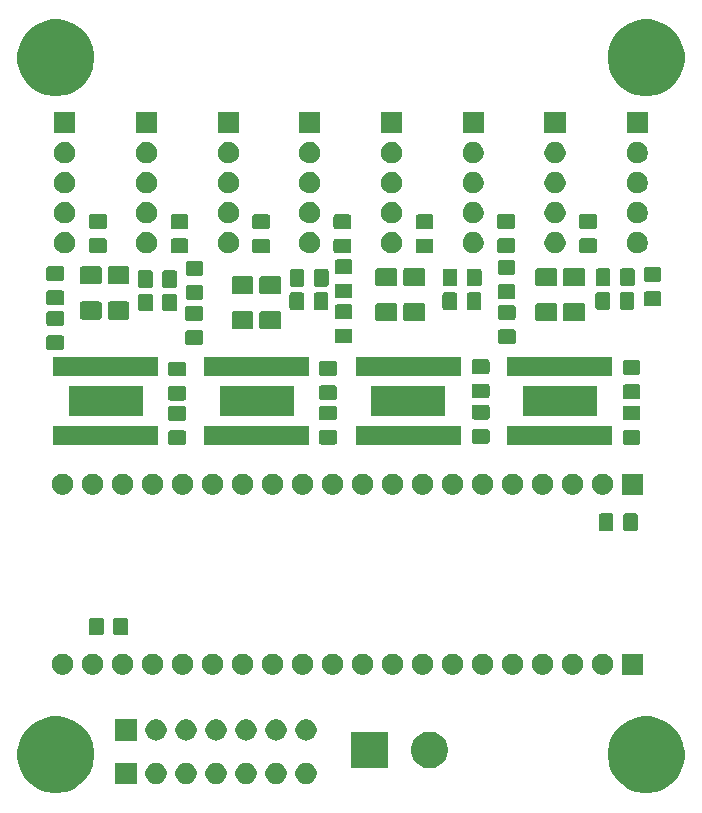
<source format=gbr>
G04 #@! TF.GenerationSoftware,KiCad,Pcbnew,(5.1.5)-3*
G04 #@! TF.CreationDate,2020-07-11T03:23:54+02:00*
G04 #@! TF.ProjectId,mixer Motor Driver board,6d697865-7220-44d6-9f74-6f7220447269,rev?*
G04 #@! TF.SameCoordinates,Original*
G04 #@! TF.FileFunction,Soldermask,Top*
G04 #@! TF.FilePolarity,Negative*
%FSLAX46Y46*%
G04 Gerber Fmt 4.6, Leading zero omitted, Abs format (unit mm)*
G04 Created by KiCad (PCBNEW (5.1.5)-3) date 2020-07-11 03:23:54*
%MOMM*%
%LPD*%
G04 APERTURE LIST*
%ADD10C,0.100000*%
G04 APERTURE END LIST*
D10*
G36*
X94436439Y-67611467D02*
G01*
X94750482Y-67673934D01*
X95342126Y-67919001D01*
X95874592Y-68274784D01*
X96327416Y-68727608D01*
X96683199Y-69260074D01*
X96928266Y-69851718D01*
X96949087Y-69956391D01*
X97053200Y-70479803D01*
X97053200Y-71120197D01*
X96998040Y-71397504D01*
X96928266Y-71748282D01*
X96683199Y-72339926D01*
X96474135Y-72652812D01*
X96364574Y-72816782D01*
X96327416Y-72872392D01*
X95874592Y-73325216D01*
X95342126Y-73680999D01*
X94750482Y-73926066D01*
X94436439Y-73988533D01*
X94122397Y-74051000D01*
X93482003Y-74051000D01*
X93167961Y-73988533D01*
X92853918Y-73926066D01*
X92262274Y-73680999D01*
X91729808Y-73325216D01*
X91276984Y-72872392D01*
X91239827Y-72816782D01*
X91130265Y-72652812D01*
X90921201Y-72339926D01*
X90676134Y-71748282D01*
X90606360Y-71397504D01*
X90551200Y-71120197D01*
X90551200Y-70479803D01*
X90655313Y-69956391D01*
X90676134Y-69851718D01*
X90921201Y-69260074D01*
X91276984Y-68727608D01*
X91729808Y-68274784D01*
X92262274Y-67919001D01*
X92853918Y-67673934D01*
X93167961Y-67611467D01*
X93482003Y-67549000D01*
X94122397Y-67549000D01*
X94436439Y-67611467D01*
G37*
G36*
X44436239Y-67611467D02*
G01*
X44750282Y-67673934D01*
X45341926Y-67919001D01*
X45874392Y-68274784D01*
X46327216Y-68727608D01*
X46682999Y-69260074D01*
X46928066Y-69851718D01*
X46948887Y-69956391D01*
X47053000Y-70479803D01*
X47053000Y-71120197D01*
X46997840Y-71397504D01*
X46928066Y-71748282D01*
X46682999Y-72339926D01*
X46473935Y-72652812D01*
X46364374Y-72816782D01*
X46327216Y-72872392D01*
X45874392Y-73325216D01*
X45341926Y-73680999D01*
X44750282Y-73926066D01*
X44436239Y-73988533D01*
X44122197Y-74051000D01*
X43481803Y-74051000D01*
X43167761Y-73988533D01*
X42853718Y-73926066D01*
X42262074Y-73680999D01*
X41729608Y-73325216D01*
X41276784Y-72872392D01*
X41239627Y-72816782D01*
X41130065Y-72652812D01*
X40921001Y-72339926D01*
X40675934Y-71748282D01*
X40606160Y-71397504D01*
X40551000Y-71120197D01*
X40551000Y-70479803D01*
X40655113Y-69956391D01*
X40675934Y-69851718D01*
X40921001Y-69260074D01*
X41276784Y-68727608D01*
X41729608Y-68274784D01*
X42262074Y-67919001D01*
X42853718Y-67673934D01*
X43167761Y-67611467D01*
X43481803Y-67549000D01*
X44122197Y-67549000D01*
X44436239Y-67611467D01*
G37*
G36*
X50659600Y-73291000D02*
G01*
X48857600Y-73291000D01*
X48857600Y-71489000D01*
X50659600Y-71489000D01*
X50659600Y-73291000D01*
G37*
G36*
X54952112Y-71493927D02*
G01*
X55101412Y-71523624D01*
X55265384Y-71591544D01*
X55412954Y-71690147D01*
X55538453Y-71815646D01*
X55637056Y-71963216D01*
X55704976Y-72127188D01*
X55739600Y-72301259D01*
X55739600Y-72478741D01*
X55704976Y-72652812D01*
X55637056Y-72816784D01*
X55538453Y-72964354D01*
X55412954Y-73089853D01*
X55265384Y-73188456D01*
X55101412Y-73256376D01*
X54952112Y-73286073D01*
X54927342Y-73291000D01*
X54749858Y-73291000D01*
X54725088Y-73286073D01*
X54575788Y-73256376D01*
X54411816Y-73188456D01*
X54264246Y-73089853D01*
X54138747Y-72964354D01*
X54040144Y-72816784D01*
X53972224Y-72652812D01*
X53937600Y-72478741D01*
X53937600Y-72301259D01*
X53972224Y-72127188D01*
X54040144Y-71963216D01*
X54138747Y-71815646D01*
X54264246Y-71690147D01*
X54411816Y-71591544D01*
X54575788Y-71523624D01*
X54725088Y-71493927D01*
X54749858Y-71489000D01*
X54927342Y-71489000D01*
X54952112Y-71493927D01*
G37*
G36*
X57492112Y-71493927D02*
G01*
X57641412Y-71523624D01*
X57805384Y-71591544D01*
X57952954Y-71690147D01*
X58078453Y-71815646D01*
X58177056Y-71963216D01*
X58244976Y-72127188D01*
X58279600Y-72301259D01*
X58279600Y-72478741D01*
X58244976Y-72652812D01*
X58177056Y-72816784D01*
X58078453Y-72964354D01*
X57952954Y-73089853D01*
X57805384Y-73188456D01*
X57641412Y-73256376D01*
X57492112Y-73286073D01*
X57467342Y-73291000D01*
X57289858Y-73291000D01*
X57265088Y-73286073D01*
X57115788Y-73256376D01*
X56951816Y-73188456D01*
X56804246Y-73089853D01*
X56678747Y-72964354D01*
X56580144Y-72816784D01*
X56512224Y-72652812D01*
X56477600Y-72478741D01*
X56477600Y-72301259D01*
X56512224Y-72127188D01*
X56580144Y-71963216D01*
X56678747Y-71815646D01*
X56804246Y-71690147D01*
X56951816Y-71591544D01*
X57115788Y-71523624D01*
X57265088Y-71493927D01*
X57289858Y-71489000D01*
X57467342Y-71489000D01*
X57492112Y-71493927D01*
G37*
G36*
X60032112Y-71493927D02*
G01*
X60181412Y-71523624D01*
X60345384Y-71591544D01*
X60492954Y-71690147D01*
X60618453Y-71815646D01*
X60717056Y-71963216D01*
X60784976Y-72127188D01*
X60819600Y-72301259D01*
X60819600Y-72478741D01*
X60784976Y-72652812D01*
X60717056Y-72816784D01*
X60618453Y-72964354D01*
X60492954Y-73089853D01*
X60345384Y-73188456D01*
X60181412Y-73256376D01*
X60032112Y-73286073D01*
X60007342Y-73291000D01*
X59829858Y-73291000D01*
X59805088Y-73286073D01*
X59655788Y-73256376D01*
X59491816Y-73188456D01*
X59344246Y-73089853D01*
X59218747Y-72964354D01*
X59120144Y-72816784D01*
X59052224Y-72652812D01*
X59017600Y-72478741D01*
X59017600Y-72301259D01*
X59052224Y-72127188D01*
X59120144Y-71963216D01*
X59218747Y-71815646D01*
X59344246Y-71690147D01*
X59491816Y-71591544D01*
X59655788Y-71523624D01*
X59805088Y-71493927D01*
X59829858Y-71489000D01*
X60007342Y-71489000D01*
X60032112Y-71493927D01*
G37*
G36*
X62572112Y-71493927D02*
G01*
X62721412Y-71523624D01*
X62885384Y-71591544D01*
X63032954Y-71690147D01*
X63158453Y-71815646D01*
X63257056Y-71963216D01*
X63324976Y-72127188D01*
X63359600Y-72301259D01*
X63359600Y-72478741D01*
X63324976Y-72652812D01*
X63257056Y-72816784D01*
X63158453Y-72964354D01*
X63032954Y-73089853D01*
X62885384Y-73188456D01*
X62721412Y-73256376D01*
X62572112Y-73286073D01*
X62547342Y-73291000D01*
X62369858Y-73291000D01*
X62345088Y-73286073D01*
X62195788Y-73256376D01*
X62031816Y-73188456D01*
X61884246Y-73089853D01*
X61758747Y-72964354D01*
X61660144Y-72816784D01*
X61592224Y-72652812D01*
X61557600Y-72478741D01*
X61557600Y-72301259D01*
X61592224Y-72127188D01*
X61660144Y-71963216D01*
X61758747Y-71815646D01*
X61884246Y-71690147D01*
X62031816Y-71591544D01*
X62195788Y-71523624D01*
X62345088Y-71493927D01*
X62369858Y-71489000D01*
X62547342Y-71489000D01*
X62572112Y-71493927D01*
G37*
G36*
X65112112Y-71493927D02*
G01*
X65261412Y-71523624D01*
X65425384Y-71591544D01*
X65572954Y-71690147D01*
X65698453Y-71815646D01*
X65797056Y-71963216D01*
X65864976Y-72127188D01*
X65899600Y-72301259D01*
X65899600Y-72478741D01*
X65864976Y-72652812D01*
X65797056Y-72816784D01*
X65698453Y-72964354D01*
X65572954Y-73089853D01*
X65425384Y-73188456D01*
X65261412Y-73256376D01*
X65112112Y-73286073D01*
X65087342Y-73291000D01*
X64909858Y-73291000D01*
X64885088Y-73286073D01*
X64735788Y-73256376D01*
X64571816Y-73188456D01*
X64424246Y-73089853D01*
X64298747Y-72964354D01*
X64200144Y-72816784D01*
X64132224Y-72652812D01*
X64097600Y-72478741D01*
X64097600Y-72301259D01*
X64132224Y-72127188D01*
X64200144Y-71963216D01*
X64298747Y-71815646D01*
X64424246Y-71690147D01*
X64571816Y-71591544D01*
X64735788Y-71523624D01*
X64885088Y-71493927D01*
X64909858Y-71489000D01*
X65087342Y-71489000D01*
X65112112Y-71493927D01*
G37*
G36*
X52412112Y-71493927D02*
G01*
X52561412Y-71523624D01*
X52725384Y-71591544D01*
X52872954Y-71690147D01*
X52998453Y-71815646D01*
X53097056Y-71963216D01*
X53164976Y-72127188D01*
X53199600Y-72301259D01*
X53199600Y-72478741D01*
X53164976Y-72652812D01*
X53097056Y-72816784D01*
X52998453Y-72964354D01*
X52872954Y-73089853D01*
X52725384Y-73188456D01*
X52561412Y-73256376D01*
X52412112Y-73286073D01*
X52387342Y-73291000D01*
X52209858Y-73291000D01*
X52185088Y-73286073D01*
X52035788Y-73256376D01*
X51871816Y-73188456D01*
X51724246Y-73089853D01*
X51598747Y-72964354D01*
X51500144Y-72816784D01*
X51432224Y-72652812D01*
X51397600Y-72478741D01*
X51397600Y-72301259D01*
X51432224Y-72127188D01*
X51500144Y-71963216D01*
X51598747Y-71815646D01*
X51724246Y-71690147D01*
X51871816Y-71591544D01*
X52035788Y-71523624D01*
X52185088Y-71493927D01*
X52209858Y-71489000D01*
X52387342Y-71489000D01*
X52412112Y-71493927D01*
G37*
G36*
X71909000Y-71959800D02*
G01*
X68807000Y-71959800D01*
X68807000Y-68857800D01*
X71909000Y-68857800D01*
X71909000Y-71959800D01*
G37*
G36*
X75740585Y-68887602D02*
G01*
X75890410Y-68917404D01*
X76172674Y-69034321D01*
X76426705Y-69204059D01*
X76642741Y-69420095D01*
X76812479Y-69674126D01*
X76929396Y-69956390D01*
X76989000Y-70256040D01*
X76989000Y-70561560D01*
X76929396Y-70861210D01*
X76812479Y-71143474D01*
X76642741Y-71397505D01*
X76426705Y-71613541D01*
X76172674Y-71783279D01*
X75890410Y-71900196D01*
X75740585Y-71929998D01*
X75590761Y-71959800D01*
X75285239Y-71959800D01*
X75135415Y-71929998D01*
X74985590Y-71900196D01*
X74703326Y-71783279D01*
X74449295Y-71613541D01*
X74233259Y-71397505D01*
X74063521Y-71143474D01*
X73946604Y-70861210D01*
X73887000Y-70561560D01*
X73887000Y-70256040D01*
X73946604Y-69956390D01*
X74063521Y-69674126D01*
X74233259Y-69420095D01*
X74449295Y-69204059D01*
X74703326Y-69034321D01*
X74985590Y-68917404D01*
X75135415Y-68887602D01*
X75285239Y-68857800D01*
X75590761Y-68857800D01*
X75740585Y-68887602D01*
G37*
G36*
X52412112Y-67810927D02*
G01*
X52561412Y-67840624D01*
X52725384Y-67908544D01*
X52872954Y-68007147D01*
X52998453Y-68132646D01*
X53097056Y-68280216D01*
X53164976Y-68444188D01*
X53199600Y-68618259D01*
X53199600Y-68795741D01*
X53164976Y-68969812D01*
X53097056Y-69133784D01*
X52998453Y-69281354D01*
X52872954Y-69406853D01*
X52725384Y-69505456D01*
X52561412Y-69573376D01*
X52412112Y-69603073D01*
X52387342Y-69608000D01*
X52209858Y-69608000D01*
X52185088Y-69603073D01*
X52035788Y-69573376D01*
X51871816Y-69505456D01*
X51724246Y-69406853D01*
X51598747Y-69281354D01*
X51500144Y-69133784D01*
X51432224Y-68969812D01*
X51397600Y-68795741D01*
X51397600Y-68618259D01*
X51432224Y-68444188D01*
X51500144Y-68280216D01*
X51598747Y-68132646D01*
X51724246Y-68007147D01*
X51871816Y-67908544D01*
X52035788Y-67840624D01*
X52185088Y-67810927D01*
X52209858Y-67806000D01*
X52387342Y-67806000D01*
X52412112Y-67810927D01*
G37*
G36*
X54952112Y-67810927D02*
G01*
X55101412Y-67840624D01*
X55265384Y-67908544D01*
X55412954Y-68007147D01*
X55538453Y-68132646D01*
X55637056Y-68280216D01*
X55704976Y-68444188D01*
X55739600Y-68618259D01*
X55739600Y-68795741D01*
X55704976Y-68969812D01*
X55637056Y-69133784D01*
X55538453Y-69281354D01*
X55412954Y-69406853D01*
X55265384Y-69505456D01*
X55101412Y-69573376D01*
X54952112Y-69603073D01*
X54927342Y-69608000D01*
X54749858Y-69608000D01*
X54725088Y-69603073D01*
X54575788Y-69573376D01*
X54411816Y-69505456D01*
X54264246Y-69406853D01*
X54138747Y-69281354D01*
X54040144Y-69133784D01*
X53972224Y-68969812D01*
X53937600Y-68795741D01*
X53937600Y-68618259D01*
X53972224Y-68444188D01*
X54040144Y-68280216D01*
X54138747Y-68132646D01*
X54264246Y-68007147D01*
X54411816Y-67908544D01*
X54575788Y-67840624D01*
X54725088Y-67810927D01*
X54749858Y-67806000D01*
X54927342Y-67806000D01*
X54952112Y-67810927D01*
G37*
G36*
X50659600Y-69608000D02*
G01*
X48857600Y-69608000D01*
X48857600Y-67806000D01*
X50659600Y-67806000D01*
X50659600Y-69608000D01*
G37*
G36*
X57492112Y-67810927D02*
G01*
X57641412Y-67840624D01*
X57805384Y-67908544D01*
X57952954Y-68007147D01*
X58078453Y-68132646D01*
X58177056Y-68280216D01*
X58244976Y-68444188D01*
X58279600Y-68618259D01*
X58279600Y-68795741D01*
X58244976Y-68969812D01*
X58177056Y-69133784D01*
X58078453Y-69281354D01*
X57952954Y-69406853D01*
X57805384Y-69505456D01*
X57641412Y-69573376D01*
X57492112Y-69603073D01*
X57467342Y-69608000D01*
X57289858Y-69608000D01*
X57265088Y-69603073D01*
X57115788Y-69573376D01*
X56951816Y-69505456D01*
X56804246Y-69406853D01*
X56678747Y-69281354D01*
X56580144Y-69133784D01*
X56512224Y-68969812D01*
X56477600Y-68795741D01*
X56477600Y-68618259D01*
X56512224Y-68444188D01*
X56580144Y-68280216D01*
X56678747Y-68132646D01*
X56804246Y-68007147D01*
X56951816Y-67908544D01*
X57115788Y-67840624D01*
X57265088Y-67810927D01*
X57289858Y-67806000D01*
X57467342Y-67806000D01*
X57492112Y-67810927D01*
G37*
G36*
X60032112Y-67810927D02*
G01*
X60181412Y-67840624D01*
X60345384Y-67908544D01*
X60492954Y-68007147D01*
X60618453Y-68132646D01*
X60717056Y-68280216D01*
X60784976Y-68444188D01*
X60819600Y-68618259D01*
X60819600Y-68795741D01*
X60784976Y-68969812D01*
X60717056Y-69133784D01*
X60618453Y-69281354D01*
X60492954Y-69406853D01*
X60345384Y-69505456D01*
X60181412Y-69573376D01*
X60032112Y-69603073D01*
X60007342Y-69608000D01*
X59829858Y-69608000D01*
X59805088Y-69603073D01*
X59655788Y-69573376D01*
X59491816Y-69505456D01*
X59344246Y-69406853D01*
X59218747Y-69281354D01*
X59120144Y-69133784D01*
X59052224Y-68969812D01*
X59017600Y-68795741D01*
X59017600Y-68618259D01*
X59052224Y-68444188D01*
X59120144Y-68280216D01*
X59218747Y-68132646D01*
X59344246Y-68007147D01*
X59491816Y-67908544D01*
X59655788Y-67840624D01*
X59805088Y-67810927D01*
X59829858Y-67806000D01*
X60007342Y-67806000D01*
X60032112Y-67810927D01*
G37*
G36*
X62572112Y-67810927D02*
G01*
X62721412Y-67840624D01*
X62885384Y-67908544D01*
X63032954Y-68007147D01*
X63158453Y-68132646D01*
X63257056Y-68280216D01*
X63324976Y-68444188D01*
X63359600Y-68618259D01*
X63359600Y-68795741D01*
X63324976Y-68969812D01*
X63257056Y-69133784D01*
X63158453Y-69281354D01*
X63032954Y-69406853D01*
X62885384Y-69505456D01*
X62721412Y-69573376D01*
X62572112Y-69603073D01*
X62547342Y-69608000D01*
X62369858Y-69608000D01*
X62345088Y-69603073D01*
X62195788Y-69573376D01*
X62031816Y-69505456D01*
X61884246Y-69406853D01*
X61758747Y-69281354D01*
X61660144Y-69133784D01*
X61592224Y-68969812D01*
X61557600Y-68795741D01*
X61557600Y-68618259D01*
X61592224Y-68444188D01*
X61660144Y-68280216D01*
X61758747Y-68132646D01*
X61884246Y-68007147D01*
X62031816Y-67908544D01*
X62195788Y-67840624D01*
X62345088Y-67810927D01*
X62369858Y-67806000D01*
X62547342Y-67806000D01*
X62572112Y-67810927D01*
G37*
G36*
X65112112Y-67810927D02*
G01*
X65261412Y-67840624D01*
X65425384Y-67908544D01*
X65572954Y-68007147D01*
X65698453Y-68132646D01*
X65797056Y-68280216D01*
X65864976Y-68444188D01*
X65899600Y-68618259D01*
X65899600Y-68795741D01*
X65864976Y-68969812D01*
X65797056Y-69133784D01*
X65698453Y-69281354D01*
X65572954Y-69406853D01*
X65425384Y-69505456D01*
X65261412Y-69573376D01*
X65112112Y-69603073D01*
X65087342Y-69608000D01*
X64909858Y-69608000D01*
X64885088Y-69603073D01*
X64735788Y-69573376D01*
X64571816Y-69505456D01*
X64424246Y-69406853D01*
X64298747Y-69281354D01*
X64200144Y-69133784D01*
X64132224Y-68969812D01*
X64097600Y-68795741D01*
X64097600Y-68618259D01*
X64132224Y-68444188D01*
X64200144Y-68280216D01*
X64298747Y-68132646D01*
X64424246Y-68007147D01*
X64571816Y-67908544D01*
X64735788Y-67840624D01*
X64885088Y-67810927D01*
X64909858Y-67806000D01*
X65087342Y-67806000D01*
X65112112Y-67810927D01*
G37*
G36*
X80047312Y-62247128D02*
G01*
X80196612Y-62276825D01*
X80360584Y-62344745D01*
X80508154Y-62443348D01*
X80633653Y-62568847D01*
X80732256Y-62716417D01*
X80800176Y-62880389D01*
X80834800Y-63054460D01*
X80834800Y-63231942D01*
X80800176Y-63406013D01*
X80732256Y-63569985D01*
X80633653Y-63717555D01*
X80508154Y-63843054D01*
X80360584Y-63941657D01*
X80196612Y-64009577D01*
X80047312Y-64039274D01*
X80022542Y-64044201D01*
X79845058Y-64044201D01*
X79820288Y-64039274D01*
X79670988Y-64009577D01*
X79507016Y-63941657D01*
X79359446Y-63843054D01*
X79233947Y-63717555D01*
X79135344Y-63569985D01*
X79067424Y-63406013D01*
X79032800Y-63231942D01*
X79032800Y-63054460D01*
X79067424Y-62880389D01*
X79135344Y-62716417D01*
X79233947Y-62568847D01*
X79359446Y-62443348D01*
X79507016Y-62344745D01*
X79670988Y-62276825D01*
X79820288Y-62247128D01*
X79845058Y-62242201D01*
X80022542Y-62242201D01*
X80047312Y-62247128D01*
G37*
G36*
X57187312Y-62247128D02*
G01*
X57336612Y-62276825D01*
X57500584Y-62344745D01*
X57648154Y-62443348D01*
X57773653Y-62568847D01*
X57872256Y-62716417D01*
X57940176Y-62880389D01*
X57974800Y-63054460D01*
X57974800Y-63231942D01*
X57940176Y-63406013D01*
X57872256Y-63569985D01*
X57773653Y-63717555D01*
X57648154Y-63843054D01*
X57500584Y-63941657D01*
X57336612Y-64009577D01*
X57187312Y-64039274D01*
X57162542Y-64044201D01*
X56985058Y-64044201D01*
X56960288Y-64039274D01*
X56810988Y-64009577D01*
X56647016Y-63941657D01*
X56499446Y-63843054D01*
X56373947Y-63717555D01*
X56275344Y-63569985D01*
X56207424Y-63406013D01*
X56172800Y-63231942D01*
X56172800Y-63054460D01*
X56207424Y-62880389D01*
X56275344Y-62716417D01*
X56373947Y-62568847D01*
X56499446Y-62443348D01*
X56647016Y-62344745D01*
X56810988Y-62276825D01*
X56960288Y-62247128D01*
X56985058Y-62242201D01*
X57162542Y-62242201D01*
X57187312Y-62247128D01*
G37*
G36*
X52107312Y-62247128D02*
G01*
X52256612Y-62276825D01*
X52420584Y-62344745D01*
X52568154Y-62443348D01*
X52693653Y-62568847D01*
X52792256Y-62716417D01*
X52860176Y-62880389D01*
X52894800Y-63054460D01*
X52894800Y-63231942D01*
X52860176Y-63406013D01*
X52792256Y-63569985D01*
X52693653Y-63717555D01*
X52568154Y-63843054D01*
X52420584Y-63941657D01*
X52256612Y-64009577D01*
X52107312Y-64039274D01*
X52082542Y-64044201D01*
X51905058Y-64044201D01*
X51880288Y-64039274D01*
X51730988Y-64009577D01*
X51567016Y-63941657D01*
X51419446Y-63843054D01*
X51293947Y-63717555D01*
X51195344Y-63569985D01*
X51127424Y-63406013D01*
X51092800Y-63231942D01*
X51092800Y-63054460D01*
X51127424Y-62880389D01*
X51195344Y-62716417D01*
X51293947Y-62568847D01*
X51419446Y-62443348D01*
X51567016Y-62344745D01*
X51730988Y-62276825D01*
X51880288Y-62247128D01*
X51905058Y-62242201D01*
X52082542Y-62242201D01*
X52107312Y-62247128D01*
G37*
G36*
X49567312Y-62247128D02*
G01*
X49716612Y-62276825D01*
X49880584Y-62344745D01*
X50028154Y-62443348D01*
X50153653Y-62568847D01*
X50252256Y-62716417D01*
X50320176Y-62880389D01*
X50354800Y-63054460D01*
X50354800Y-63231942D01*
X50320176Y-63406013D01*
X50252256Y-63569985D01*
X50153653Y-63717555D01*
X50028154Y-63843054D01*
X49880584Y-63941657D01*
X49716612Y-64009577D01*
X49567312Y-64039274D01*
X49542542Y-64044201D01*
X49365058Y-64044201D01*
X49340288Y-64039274D01*
X49190988Y-64009577D01*
X49027016Y-63941657D01*
X48879446Y-63843054D01*
X48753947Y-63717555D01*
X48655344Y-63569985D01*
X48587424Y-63406013D01*
X48552800Y-63231942D01*
X48552800Y-63054460D01*
X48587424Y-62880389D01*
X48655344Y-62716417D01*
X48753947Y-62568847D01*
X48879446Y-62443348D01*
X49027016Y-62344745D01*
X49190988Y-62276825D01*
X49340288Y-62247128D01*
X49365058Y-62242201D01*
X49542542Y-62242201D01*
X49567312Y-62247128D01*
G37*
G36*
X47027312Y-62247128D02*
G01*
X47176612Y-62276825D01*
X47340584Y-62344745D01*
X47488154Y-62443348D01*
X47613653Y-62568847D01*
X47712256Y-62716417D01*
X47780176Y-62880389D01*
X47814800Y-63054460D01*
X47814800Y-63231942D01*
X47780176Y-63406013D01*
X47712256Y-63569985D01*
X47613653Y-63717555D01*
X47488154Y-63843054D01*
X47340584Y-63941657D01*
X47176612Y-64009577D01*
X47027312Y-64039274D01*
X47002542Y-64044201D01*
X46825058Y-64044201D01*
X46800288Y-64039274D01*
X46650988Y-64009577D01*
X46487016Y-63941657D01*
X46339446Y-63843054D01*
X46213947Y-63717555D01*
X46115344Y-63569985D01*
X46047424Y-63406013D01*
X46012800Y-63231942D01*
X46012800Y-63054460D01*
X46047424Y-62880389D01*
X46115344Y-62716417D01*
X46213947Y-62568847D01*
X46339446Y-62443348D01*
X46487016Y-62344745D01*
X46650988Y-62276825D01*
X46800288Y-62247128D01*
X46825058Y-62242201D01*
X47002542Y-62242201D01*
X47027312Y-62247128D01*
G37*
G36*
X44487312Y-62247128D02*
G01*
X44636612Y-62276825D01*
X44800584Y-62344745D01*
X44948154Y-62443348D01*
X45073653Y-62568847D01*
X45172256Y-62716417D01*
X45240176Y-62880389D01*
X45274800Y-63054460D01*
X45274800Y-63231942D01*
X45240176Y-63406013D01*
X45172256Y-63569985D01*
X45073653Y-63717555D01*
X44948154Y-63843054D01*
X44800584Y-63941657D01*
X44636612Y-64009577D01*
X44487312Y-64039274D01*
X44462542Y-64044201D01*
X44285058Y-64044201D01*
X44260288Y-64039274D01*
X44110988Y-64009577D01*
X43947016Y-63941657D01*
X43799446Y-63843054D01*
X43673947Y-63717555D01*
X43575344Y-63569985D01*
X43507424Y-63406013D01*
X43472800Y-63231942D01*
X43472800Y-63054460D01*
X43507424Y-62880389D01*
X43575344Y-62716417D01*
X43673947Y-62568847D01*
X43799446Y-62443348D01*
X43947016Y-62344745D01*
X44110988Y-62276825D01*
X44260288Y-62247128D01*
X44285058Y-62242201D01*
X44462542Y-62242201D01*
X44487312Y-62247128D01*
G37*
G36*
X54647312Y-62247128D02*
G01*
X54796612Y-62276825D01*
X54960584Y-62344745D01*
X55108154Y-62443348D01*
X55233653Y-62568847D01*
X55332256Y-62716417D01*
X55400176Y-62880389D01*
X55434800Y-63054460D01*
X55434800Y-63231942D01*
X55400176Y-63406013D01*
X55332256Y-63569985D01*
X55233653Y-63717555D01*
X55108154Y-63843054D01*
X54960584Y-63941657D01*
X54796612Y-64009577D01*
X54647312Y-64039274D01*
X54622542Y-64044201D01*
X54445058Y-64044201D01*
X54420288Y-64039274D01*
X54270988Y-64009577D01*
X54107016Y-63941657D01*
X53959446Y-63843054D01*
X53833947Y-63717555D01*
X53735344Y-63569985D01*
X53667424Y-63406013D01*
X53632800Y-63231942D01*
X53632800Y-63054460D01*
X53667424Y-62880389D01*
X53735344Y-62716417D01*
X53833947Y-62568847D01*
X53959446Y-62443348D01*
X54107016Y-62344745D01*
X54270988Y-62276825D01*
X54420288Y-62247128D01*
X54445058Y-62242201D01*
X54622542Y-62242201D01*
X54647312Y-62247128D01*
G37*
G36*
X93534800Y-64044201D02*
G01*
X91732800Y-64044201D01*
X91732800Y-62242201D01*
X93534800Y-62242201D01*
X93534800Y-64044201D01*
G37*
G36*
X87667312Y-62247128D02*
G01*
X87816612Y-62276825D01*
X87980584Y-62344745D01*
X88128154Y-62443348D01*
X88253653Y-62568847D01*
X88352256Y-62716417D01*
X88420176Y-62880389D01*
X88454800Y-63054460D01*
X88454800Y-63231942D01*
X88420176Y-63406013D01*
X88352256Y-63569985D01*
X88253653Y-63717555D01*
X88128154Y-63843054D01*
X87980584Y-63941657D01*
X87816612Y-64009577D01*
X87667312Y-64039274D01*
X87642542Y-64044201D01*
X87465058Y-64044201D01*
X87440288Y-64039274D01*
X87290988Y-64009577D01*
X87127016Y-63941657D01*
X86979446Y-63843054D01*
X86853947Y-63717555D01*
X86755344Y-63569985D01*
X86687424Y-63406013D01*
X86652800Y-63231942D01*
X86652800Y-63054460D01*
X86687424Y-62880389D01*
X86755344Y-62716417D01*
X86853947Y-62568847D01*
X86979446Y-62443348D01*
X87127016Y-62344745D01*
X87290988Y-62276825D01*
X87440288Y-62247128D01*
X87465058Y-62242201D01*
X87642542Y-62242201D01*
X87667312Y-62247128D01*
G37*
G36*
X85127312Y-62247128D02*
G01*
X85276612Y-62276825D01*
X85440584Y-62344745D01*
X85588154Y-62443348D01*
X85713653Y-62568847D01*
X85812256Y-62716417D01*
X85880176Y-62880389D01*
X85914800Y-63054460D01*
X85914800Y-63231942D01*
X85880176Y-63406013D01*
X85812256Y-63569985D01*
X85713653Y-63717555D01*
X85588154Y-63843054D01*
X85440584Y-63941657D01*
X85276612Y-64009577D01*
X85127312Y-64039274D01*
X85102542Y-64044201D01*
X84925058Y-64044201D01*
X84900288Y-64039274D01*
X84750988Y-64009577D01*
X84587016Y-63941657D01*
X84439446Y-63843054D01*
X84313947Y-63717555D01*
X84215344Y-63569985D01*
X84147424Y-63406013D01*
X84112800Y-63231942D01*
X84112800Y-63054460D01*
X84147424Y-62880389D01*
X84215344Y-62716417D01*
X84313947Y-62568847D01*
X84439446Y-62443348D01*
X84587016Y-62344745D01*
X84750988Y-62276825D01*
X84900288Y-62247128D01*
X84925058Y-62242201D01*
X85102542Y-62242201D01*
X85127312Y-62247128D01*
G37*
G36*
X82587312Y-62247128D02*
G01*
X82736612Y-62276825D01*
X82900584Y-62344745D01*
X83048154Y-62443348D01*
X83173653Y-62568847D01*
X83272256Y-62716417D01*
X83340176Y-62880389D01*
X83374800Y-63054460D01*
X83374800Y-63231942D01*
X83340176Y-63406013D01*
X83272256Y-63569985D01*
X83173653Y-63717555D01*
X83048154Y-63843054D01*
X82900584Y-63941657D01*
X82736612Y-64009577D01*
X82587312Y-64039274D01*
X82562542Y-64044201D01*
X82385058Y-64044201D01*
X82360288Y-64039274D01*
X82210988Y-64009577D01*
X82047016Y-63941657D01*
X81899446Y-63843054D01*
X81773947Y-63717555D01*
X81675344Y-63569985D01*
X81607424Y-63406013D01*
X81572800Y-63231942D01*
X81572800Y-63054460D01*
X81607424Y-62880389D01*
X81675344Y-62716417D01*
X81773947Y-62568847D01*
X81899446Y-62443348D01*
X82047016Y-62344745D01*
X82210988Y-62276825D01*
X82360288Y-62247128D01*
X82385058Y-62242201D01*
X82562542Y-62242201D01*
X82587312Y-62247128D01*
G37*
G36*
X62267312Y-62247128D02*
G01*
X62416612Y-62276825D01*
X62580584Y-62344745D01*
X62728154Y-62443348D01*
X62853653Y-62568847D01*
X62952256Y-62716417D01*
X63020176Y-62880389D01*
X63054800Y-63054460D01*
X63054800Y-63231942D01*
X63020176Y-63406013D01*
X62952256Y-63569985D01*
X62853653Y-63717555D01*
X62728154Y-63843054D01*
X62580584Y-63941657D01*
X62416612Y-64009577D01*
X62267312Y-64039274D01*
X62242542Y-64044201D01*
X62065058Y-64044201D01*
X62040288Y-64039274D01*
X61890988Y-64009577D01*
X61727016Y-63941657D01*
X61579446Y-63843054D01*
X61453947Y-63717555D01*
X61355344Y-63569985D01*
X61287424Y-63406013D01*
X61252800Y-63231942D01*
X61252800Y-63054460D01*
X61287424Y-62880389D01*
X61355344Y-62716417D01*
X61453947Y-62568847D01*
X61579446Y-62443348D01*
X61727016Y-62344745D01*
X61890988Y-62276825D01*
X62040288Y-62247128D01*
X62065058Y-62242201D01*
X62242542Y-62242201D01*
X62267312Y-62247128D01*
G37*
G36*
X64807312Y-62247128D02*
G01*
X64956612Y-62276825D01*
X65120584Y-62344745D01*
X65268154Y-62443348D01*
X65393653Y-62568847D01*
X65492256Y-62716417D01*
X65560176Y-62880389D01*
X65594800Y-63054460D01*
X65594800Y-63231942D01*
X65560176Y-63406013D01*
X65492256Y-63569985D01*
X65393653Y-63717555D01*
X65268154Y-63843054D01*
X65120584Y-63941657D01*
X64956612Y-64009577D01*
X64807312Y-64039274D01*
X64782542Y-64044201D01*
X64605058Y-64044201D01*
X64580288Y-64039274D01*
X64430988Y-64009577D01*
X64267016Y-63941657D01*
X64119446Y-63843054D01*
X63993947Y-63717555D01*
X63895344Y-63569985D01*
X63827424Y-63406013D01*
X63792800Y-63231942D01*
X63792800Y-63054460D01*
X63827424Y-62880389D01*
X63895344Y-62716417D01*
X63993947Y-62568847D01*
X64119446Y-62443348D01*
X64267016Y-62344745D01*
X64430988Y-62276825D01*
X64580288Y-62247128D01*
X64605058Y-62242201D01*
X64782542Y-62242201D01*
X64807312Y-62247128D01*
G37*
G36*
X90207312Y-62247128D02*
G01*
X90356612Y-62276825D01*
X90520584Y-62344745D01*
X90668154Y-62443348D01*
X90793653Y-62568847D01*
X90892256Y-62716417D01*
X90960176Y-62880389D01*
X90994800Y-63054460D01*
X90994800Y-63231942D01*
X90960176Y-63406013D01*
X90892256Y-63569985D01*
X90793653Y-63717555D01*
X90668154Y-63843054D01*
X90520584Y-63941657D01*
X90356612Y-64009577D01*
X90207312Y-64039274D01*
X90182542Y-64044201D01*
X90005058Y-64044201D01*
X89980288Y-64039274D01*
X89830988Y-64009577D01*
X89667016Y-63941657D01*
X89519446Y-63843054D01*
X89393947Y-63717555D01*
X89295344Y-63569985D01*
X89227424Y-63406013D01*
X89192800Y-63231942D01*
X89192800Y-63054460D01*
X89227424Y-62880389D01*
X89295344Y-62716417D01*
X89393947Y-62568847D01*
X89519446Y-62443348D01*
X89667016Y-62344745D01*
X89830988Y-62276825D01*
X89980288Y-62247128D01*
X90005058Y-62242201D01*
X90182542Y-62242201D01*
X90207312Y-62247128D01*
G37*
G36*
X59727312Y-62247128D02*
G01*
X59876612Y-62276825D01*
X60040584Y-62344745D01*
X60188154Y-62443348D01*
X60313653Y-62568847D01*
X60412256Y-62716417D01*
X60480176Y-62880389D01*
X60514800Y-63054460D01*
X60514800Y-63231942D01*
X60480176Y-63406013D01*
X60412256Y-63569985D01*
X60313653Y-63717555D01*
X60188154Y-63843054D01*
X60040584Y-63941657D01*
X59876612Y-64009577D01*
X59727312Y-64039274D01*
X59702542Y-64044201D01*
X59525058Y-64044201D01*
X59500288Y-64039274D01*
X59350988Y-64009577D01*
X59187016Y-63941657D01*
X59039446Y-63843054D01*
X58913947Y-63717555D01*
X58815344Y-63569985D01*
X58747424Y-63406013D01*
X58712800Y-63231942D01*
X58712800Y-63054460D01*
X58747424Y-62880389D01*
X58815344Y-62716417D01*
X58913947Y-62568847D01*
X59039446Y-62443348D01*
X59187016Y-62344745D01*
X59350988Y-62276825D01*
X59500288Y-62247128D01*
X59525058Y-62242201D01*
X59702542Y-62242201D01*
X59727312Y-62247128D01*
G37*
G36*
X67347312Y-62247128D02*
G01*
X67496612Y-62276825D01*
X67660584Y-62344745D01*
X67808154Y-62443348D01*
X67933653Y-62568847D01*
X68032256Y-62716417D01*
X68100176Y-62880389D01*
X68134800Y-63054460D01*
X68134800Y-63231942D01*
X68100176Y-63406013D01*
X68032256Y-63569985D01*
X67933653Y-63717555D01*
X67808154Y-63843054D01*
X67660584Y-63941657D01*
X67496612Y-64009577D01*
X67347312Y-64039274D01*
X67322542Y-64044201D01*
X67145058Y-64044201D01*
X67120288Y-64039274D01*
X66970988Y-64009577D01*
X66807016Y-63941657D01*
X66659446Y-63843054D01*
X66533947Y-63717555D01*
X66435344Y-63569985D01*
X66367424Y-63406013D01*
X66332800Y-63231942D01*
X66332800Y-63054460D01*
X66367424Y-62880389D01*
X66435344Y-62716417D01*
X66533947Y-62568847D01*
X66659446Y-62443348D01*
X66807016Y-62344745D01*
X66970988Y-62276825D01*
X67120288Y-62247128D01*
X67145058Y-62242201D01*
X67322542Y-62242201D01*
X67347312Y-62247128D01*
G37*
G36*
X69887312Y-62247128D02*
G01*
X70036612Y-62276825D01*
X70200584Y-62344745D01*
X70348154Y-62443348D01*
X70473653Y-62568847D01*
X70572256Y-62716417D01*
X70640176Y-62880389D01*
X70674800Y-63054460D01*
X70674800Y-63231942D01*
X70640176Y-63406013D01*
X70572256Y-63569985D01*
X70473653Y-63717555D01*
X70348154Y-63843054D01*
X70200584Y-63941657D01*
X70036612Y-64009577D01*
X69887312Y-64039274D01*
X69862542Y-64044201D01*
X69685058Y-64044201D01*
X69660288Y-64039274D01*
X69510988Y-64009577D01*
X69347016Y-63941657D01*
X69199446Y-63843054D01*
X69073947Y-63717555D01*
X68975344Y-63569985D01*
X68907424Y-63406013D01*
X68872800Y-63231942D01*
X68872800Y-63054460D01*
X68907424Y-62880389D01*
X68975344Y-62716417D01*
X69073947Y-62568847D01*
X69199446Y-62443348D01*
X69347016Y-62344745D01*
X69510988Y-62276825D01*
X69660288Y-62247128D01*
X69685058Y-62242201D01*
X69862542Y-62242201D01*
X69887312Y-62247128D01*
G37*
G36*
X72427312Y-62247128D02*
G01*
X72576612Y-62276825D01*
X72740584Y-62344745D01*
X72888154Y-62443348D01*
X73013653Y-62568847D01*
X73112256Y-62716417D01*
X73180176Y-62880389D01*
X73214800Y-63054460D01*
X73214800Y-63231942D01*
X73180176Y-63406013D01*
X73112256Y-63569985D01*
X73013653Y-63717555D01*
X72888154Y-63843054D01*
X72740584Y-63941657D01*
X72576612Y-64009577D01*
X72427312Y-64039274D01*
X72402542Y-64044201D01*
X72225058Y-64044201D01*
X72200288Y-64039274D01*
X72050988Y-64009577D01*
X71887016Y-63941657D01*
X71739446Y-63843054D01*
X71613947Y-63717555D01*
X71515344Y-63569985D01*
X71447424Y-63406013D01*
X71412800Y-63231942D01*
X71412800Y-63054460D01*
X71447424Y-62880389D01*
X71515344Y-62716417D01*
X71613947Y-62568847D01*
X71739446Y-62443348D01*
X71887016Y-62344745D01*
X72050988Y-62276825D01*
X72200288Y-62247128D01*
X72225058Y-62242201D01*
X72402542Y-62242201D01*
X72427312Y-62247128D01*
G37*
G36*
X74967312Y-62247128D02*
G01*
X75116612Y-62276825D01*
X75280584Y-62344745D01*
X75428154Y-62443348D01*
X75553653Y-62568847D01*
X75652256Y-62716417D01*
X75720176Y-62880389D01*
X75754800Y-63054460D01*
X75754800Y-63231942D01*
X75720176Y-63406013D01*
X75652256Y-63569985D01*
X75553653Y-63717555D01*
X75428154Y-63843054D01*
X75280584Y-63941657D01*
X75116612Y-64009577D01*
X74967312Y-64039274D01*
X74942542Y-64044201D01*
X74765058Y-64044201D01*
X74740288Y-64039274D01*
X74590988Y-64009577D01*
X74427016Y-63941657D01*
X74279446Y-63843054D01*
X74153947Y-63717555D01*
X74055344Y-63569985D01*
X73987424Y-63406013D01*
X73952800Y-63231942D01*
X73952800Y-63054460D01*
X73987424Y-62880389D01*
X74055344Y-62716417D01*
X74153947Y-62568847D01*
X74279446Y-62443348D01*
X74427016Y-62344745D01*
X74590988Y-62276825D01*
X74740288Y-62247128D01*
X74765058Y-62242201D01*
X74942542Y-62242201D01*
X74967312Y-62247128D01*
G37*
G36*
X77507312Y-62247128D02*
G01*
X77656612Y-62276825D01*
X77820584Y-62344745D01*
X77968154Y-62443348D01*
X78093653Y-62568847D01*
X78192256Y-62716417D01*
X78260176Y-62880389D01*
X78294800Y-63054460D01*
X78294800Y-63231942D01*
X78260176Y-63406013D01*
X78192256Y-63569985D01*
X78093653Y-63717555D01*
X77968154Y-63843054D01*
X77820584Y-63941657D01*
X77656612Y-64009577D01*
X77507312Y-64039274D01*
X77482542Y-64044201D01*
X77305058Y-64044201D01*
X77280288Y-64039274D01*
X77130988Y-64009577D01*
X76967016Y-63941657D01*
X76819446Y-63843054D01*
X76693947Y-63717555D01*
X76595344Y-63569985D01*
X76527424Y-63406013D01*
X76492800Y-63231942D01*
X76492800Y-63054460D01*
X76527424Y-62880389D01*
X76595344Y-62716417D01*
X76693947Y-62568847D01*
X76819446Y-62443348D01*
X76967016Y-62344745D01*
X77130988Y-62276825D01*
X77280288Y-62247128D01*
X77305058Y-62242201D01*
X77482542Y-62242201D01*
X77507312Y-62247128D01*
G37*
G36*
X49765074Y-59197465D02*
G01*
X49802767Y-59208899D01*
X49837503Y-59227466D01*
X49867948Y-59252452D01*
X49892934Y-59282897D01*
X49911501Y-59317633D01*
X49922935Y-59355326D01*
X49927400Y-59400661D01*
X49927400Y-60487339D01*
X49922935Y-60532674D01*
X49911501Y-60570367D01*
X49892934Y-60605103D01*
X49867948Y-60635548D01*
X49837503Y-60660534D01*
X49802767Y-60679101D01*
X49765074Y-60690535D01*
X49719739Y-60695000D01*
X48883061Y-60695000D01*
X48837726Y-60690535D01*
X48800033Y-60679101D01*
X48765297Y-60660534D01*
X48734852Y-60635548D01*
X48709866Y-60605103D01*
X48691299Y-60570367D01*
X48679865Y-60532674D01*
X48675400Y-60487339D01*
X48675400Y-59400661D01*
X48679865Y-59355326D01*
X48691299Y-59317633D01*
X48709866Y-59282897D01*
X48734852Y-59252452D01*
X48765297Y-59227466D01*
X48800033Y-59208899D01*
X48837726Y-59197465D01*
X48883061Y-59193000D01*
X49719739Y-59193000D01*
X49765074Y-59197465D01*
G37*
G36*
X47715074Y-59197465D02*
G01*
X47752767Y-59208899D01*
X47787503Y-59227466D01*
X47817948Y-59252452D01*
X47842934Y-59282897D01*
X47861501Y-59317633D01*
X47872935Y-59355326D01*
X47877400Y-59400661D01*
X47877400Y-60487339D01*
X47872935Y-60532674D01*
X47861501Y-60570367D01*
X47842934Y-60605103D01*
X47817948Y-60635548D01*
X47787503Y-60660534D01*
X47752767Y-60679101D01*
X47715074Y-60690535D01*
X47669739Y-60695000D01*
X46833061Y-60695000D01*
X46787726Y-60690535D01*
X46750033Y-60679101D01*
X46715297Y-60660534D01*
X46684852Y-60635548D01*
X46659866Y-60605103D01*
X46641299Y-60570367D01*
X46629865Y-60532674D01*
X46625400Y-60487339D01*
X46625400Y-59400661D01*
X46629865Y-59355326D01*
X46641299Y-59317633D01*
X46659866Y-59282897D01*
X46684852Y-59252452D01*
X46715297Y-59227466D01*
X46750033Y-59208899D01*
X46787726Y-59197465D01*
X46833061Y-59193000D01*
X47669739Y-59193000D01*
X47715074Y-59197465D01*
G37*
G36*
X92912274Y-50383665D02*
G01*
X92949967Y-50395099D01*
X92984703Y-50413666D01*
X93015148Y-50438652D01*
X93040134Y-50469097D01*
X93058701Y-50503833D01*
X93070135Y-50541526D01*
X93074600Y-50586861D01*
X93074600Y-51673539D01*
X93070135Y-51718874D01*
X93058701Y-51756567D01*
X93040134Y-51791303D01*
X93015148Y-51821748D01*
X92984703Y-51846734D01*
X92949967Y-51865301D01*
X92912274Y-51876735D01*
X92866939Y-51881200D01*
X92030261Y-51881200D01*
X91984926Y-51876735D01*
X91947233Y-51865301D01*
X91912497Y-51846734D01*
X91882052Y-51821748D01*
X91857066Y-51791303D01*
X91838499Y-51756567D01*
X91827065Y-51718874D01*
X91822600Y-51673539D01*
X91822600Y-50586861D01*
X91827065Y-50541526D01*
X91838499Y-50503833D01*
X91857066Y-50469097D01*
X91882052Y-50438652D01*
X91912497Y-50413666D01*
X91947233Y-50395099D01*
X91984926Y-50383665D01*
X92030261Y-50379200D01*
X92866939Y-50379200D01*
X92912274Y-50383665D01*
G37*
G36*
X90862274Y-50383665D02*
G01*
X90899967Y-50395099D01*
X90934703Y-50413666D01*
X90965148Y-50438652D01*
X90990134Y-50469097D01*
X91008701Y-50503833D01*
X91020135Y-50541526D01*
X91024600Y-50586861D01*
X91024600Y-51673539D01*
X91020135Y-51718874D01*
X91008701Y-51756567D01*
X90990134Y-51791303D01*
X90965148Y-51821748D01*
X90934703Y-51846734D01*
X90899967Y-51865301D01*
X90862274Y-51876735D01*
X90816939Y-51881200D01*
X89980261Y-51881200D01*
X89934926Y-51876735D01*
X89897233Y-51865301D01*
X89862497Y-51846734D01*
X89832052Y-51821748D01*
X89807066Y-51791303D01*
X89788499Y-51756567D01*
X89777065Y-51718874D01*
X89772600Y-51673539D01*
X89772600Y-50586861D01*
X89777065Y-50541526D01*
X89788499Y-50503833D01*
X89807066Y-50469097D01*
X89832052Y-50438652D01*
X89862497Y-50413666D01*
X89897233Y-50395099D01*
X89934926Y-50383665D01*
X89980261Y-50379200D01*
X90816939Y-50379200D01*
X90862274Y-50383665D01*
G37*
G36*
X69887312Y-47008327D02*
G01*
X70036612Y-47038024D01*
X70200584Y-47105944D01*
X70348154Y-47204547D01*
X70473653Y-47330046D01*
X70572256Y-47477616D01*
X70640176Y-47641588D01*
X70674800Y-47815659D01*
X70674800Y-47993141D01*
X70640176Y-48167212D01*
X70572256Y-48331184D01*
X70473653Y-48478754D01*
X70348154Y-48604253D01*
X70200584Y-48702856D01*
X70036612Y-48770776D01*
X69887312Y-48800473D01*
X69862542Y-48805400D01*
X69685058Y-48805400D01*
X69660288Y-48800473D01*
X69510988Y-48770776D01*
X69347016Y-48702856D01*
X69199446Y-48604253D01*
X69073947Y-48478754D01*
X68975344Y-48331184D01*
X68907424Y-48167212D01*
X68872800Y-47993141D01*
X68872800Y-47815659D01*
X68907424Y-47641588D01*
X68975344Y-47477616D01*
X69073947Y-47330046D01*
X69199446Y-47204547D01*
X69347016Y-47105944D01*
X69510988Y-47038024D01*
X69660288Y-47008327D01*
X69685058Y-47003400D01*
X69862542Y-47003400D01*
X69887312Y-47008327D01*
G37*
G36*
X72427312Y-47008327D02*
G01*
X72576612Y-47038024D01*
X72740584Y-47105944D01*
X72888154Y-47204547D01*
X73013653Y-47330046D01*
X73112256Y-47477616D01*
X73180176Y-47641588D01*
X73214800Y-47815659D01*
X73214800Y-47993141D01*
X73180176Y-48167212D01*
X73112256Y-48331184D01*
X73013653Y-48478754D01*
X72888154Y-48604253D01*
X72740584Y-48702856D01*
X72576612Y-48770776D01*
X72427312Y-48800473D01*
X72402542Y-48805400D01*
X72225058Y-48805400D01*
X72200288Y-48800473D01*
X72050988Y-48770776D01*
X71887016Y-48702856D01*
X71739446Y-48604253D01*
X71613947Y-48478754D01*
X71515344Y-48331184D01*
X71447424Y-48167212D01*
X71412800Y-47993141D01*
X71412800Y-47815659D01*
X71447424Y-47641588D01*
X71515344Y-47477616D01*
X71613947Y-47330046D01*
X71739446Y-47204547D01*
X71887016Y-47105944D01*
X72050988Y-47038024D01*
X72200288Y-47008327D01*
X72225058Y-47003400D01*
X72402542Y-47003400D01*
X72427312Y-47008327D01*
G37*
G36*
X74967312Y-47008327D02*
G01*
X75116612Y-47038024D01*
X75280584Y-47105944D01*
X75428154Y-47204547D01*
X75553653Y-47330046D01*
X75652256Y-47477616D01*
X75720176Y-47641588D01*
X75754800Y-47815659D01*
X75754800Y-47993141D01*
X75720176Y-48167212D01*
X75652256Y-48331184D01*
X75553653Y-48478754D01*
X75428154Y-48604253D01*
X75280584Y-48702856D01*
X75116612Y-48770776D01*
X74967312Y-48800473D01*
X74942542Y-48805400D01*
X74765058Y-48805400D01*
X74740288Y-48800473D01*
X74590988Y-48770776D01*
X74427016Y-48702856D01*
X74279446Y-48604253D01*
X74153947Y-48478754D01*
X74055344Y-48331184D01*
X73987424Y-48167212D01*
X73952800Y-47993141D01*
X73952800Y-47815659D01*
X73987424Y-47641588D01*
X74055344Y-47477616D01*
X74153947Y-47330046D01*
X74279446Y-47204547D01*
X74427016Y-47105944D01*
X74590988Y-47038024D01*
X74740288Y-47008327D01*
X74765058Y-47003400D01*
X74942542Y-47003400D01*
X74967312Y-47008327D01*
G37*
G36*
X77507312Y-47008327D02*
G01*
X77656612Y-47038024D01*
X77820584Y-47105944D01*
X77968154Y-47204547D01*
X78093653Y-47330046D01*
X78192256Y-47477616D01*
X78260176Y-47641588D01*
X78294800Y-47815659D01*
X78294800Y-47993141D01*
X78260176Y-48167212D01*
X78192256Y-48331184D01*
X78093653Y-48478754D01*
X77968154Y-48604253D01*
X77820584Y-48702856D01*
X77656612Y-48770776D01*
X77507312Y-48800473D01*
X77482542Y-48805400D01*
X77305058Y-48805400D01*
X77280288Y-48800473D01*
X77130988Y-48770776D01*
X76967016Y-48702856D01*
X76819446Y-48604253D01*
X76693947Y-48478754D01*
X76595344Y-48331184D01*
X76527424Y-48167212D01*
X76492800Y-47993141D01*
X76492800Y-47815659D01*
X76527424Y-47641588D01*
X76595344Y-47477616D01*
X76693947Y-47330046D01*
X76819446Y-47204547D01*
X76967016Y-47105944D01*
X77130988Y-47038024D01*
X77280288Y-47008327D01*
X77305058Y-47003400D01*
X77482542Y-47003400D01*
X77507312Y-47008327D01*
G37*
G36*
X80047312Y-47008327D02*
G01*
X80196612Y-47038024D01*
X80360584Y-47105944D01*
X80508154Y-47204547D01*
X80633653Y-47330046D01*
X80732256Y-47477616D01*
X80800176Y-47641588D01*
X80834800Y-47815659D01*
X80834800Y-47993141D01*
X80800176Y-48167212D01*
X80732256Y-48331184D01*
X80633653Y-48478754D01*
X80508154Y-48604253D01*
X80360584Y-48702856D01*
X80196612Y-48770776D01*
X80047312Y-48800473D01*
X80022542Y-48805400D01*
X79845058Y-48805400D01*
X79820288Y-48800473D01*
X79670988Y-48770776D01*
X79507016Y-48702856D01*
X79359446Y-48604253D01*
X79233947Y-48478754D01*
X79135344Y-48331184D01*
X79067424Y-48167212D01*
X79032800Y-47993141D01*
X79032800Y-47815659D01*
X79067424Y-47641588D01*
X79135344Y-47477616D01*
X79233947Y-47330046D01*
X79359446Y-47204547D01*
X79507016Y-47105944D01*
X79670988Y-47038024D01*
X79820288Y-47008327D01*
X79845058Y-47003400D01*
X80022542Y-47003400D01*
X80047312Y-47008327D01*
G37*
G36*
X82587312Y-47008327D02*
G01*
X82736612Y-47038024D01*
X82900584Y-47105944D01*
X83048154Y-47204547D01*
X83173653Y-47330046D01*
X83272256Y-47477616D01*
X83340176Y-47641588D01*
X83374800Y-47815659D01*
X83374800Y-47993141D01*
X83340176Y-48167212D01*
X83272256Y-48331184D01*
X83173653Y-48478754D01*
X83048154Y-48604253D01*
X82900584Y-48702856D01*
X82736612Y-48770776D01*
X82587312Y-48800473D01*
X82562542Y-48805400D01*
X82385058Y-48805400D01*
X82360288Y-48800473D01*
X82210988Y-48770776D01*
X82047016Y-48702856D01*
X81899446Y-48604253D01*
X81773947Y-48478754D01*
X81675344Y-48331184D01*
X81607424Y-48167212D01*
X81572800Y-47993141D01*
X81572800Y-47815659D01*
X81607424Y-47641588D01*
X81675344Y-47477616D01*
X81773947Y-47330046D01*
X81899446Y-47204547D01*
X82047016Y-47105944D01*
X82210988Y-47038024D01*
X82360288Y-47008327D01*
X82385058Y-47003400D01*
X82562542Y-47003400D01*
X82587312Y-47008327D01*
G37*
G36*
X85127312Y-47008327D02*
G01*
X85276612Y-47038024D01*
X85440584Y-47105944D01*
X85588154Y-47204547D01*
X85713653Y-47330046D01*
X85812256Y-47477616D01*
X85880176Y-47641588D01*
X85914800Y-47815659D01*
X85914800Y-47993141D01*
X85880176Y-48167212D01*
X85812256Y-48331184D01*
X85713653Y-48478754D01*
X85588154Y-48604253D01*
X85440584Y-48702856D01*
X85276612Y-48770776D01*
X85127312Y-48800473D01*
X85102542Y-48805400D01*
X84925058Y-48805400D01*
X84900288Y-48800473D01*
X84750988Y-48770776D01*
X84587016Y-48702856D01*
X84439446Y-48604253D01*
X84313947Y-48478754D01*
X84215344Y-48331184D01*
X84147424Y-48167212D01*
X84112800Y-47993141D01*
X84112800Y-47815659D01*
X84147424Y-47641588D01*
X84215344Y-47477616D01*
X84313947Y-47330046D01*
X84439446Y-47204547D01*
X84587016Y-47105944D01*
X84750988Y-47038024D01*
X84900288Y-47008327D01*
X84925058Y-47003400D01*
X85102542Y-47003400D01*
X85127312Y-47008327D01*
G37*
G36*
X87667312Y-47008327D02*
G01*
X87816612Y-47038024D01*
X87980584Y-47105944D01*
X88128154Y-47204547D01*
X88253653Y-47330046D01*
X88352256Y-47477616D01*
X88420176Y-47641588D01*
X88454800Y-47815659D01*
X88454800Y-47993141D01*
X88420176Y-48167212D01*
X88352256Y-48331184D01*
X88253653Y-48478754D01*
X88128154Y-48604253D01*
X87980584Y-48702856D01*
X87816612Y-48770776D01*
X87667312Y-48800473D01*
X87642542Y-48805400D01*
X87465058Y-48805400D01*
X87440288Y-48800473D01*
X87290988Y-48770776D01*
X87127016Y-48702856D01*
X86979446Y-48604253D01*
X86853947Y-48478754D01*
X86755344Y-48331184D01*
X86687424Y-48167212D01*
X86652800Y-47993141D01*
X86652800Y-47815659D01*
X86687424Y-47641588D01*
X86755344Y-47477616D01*
X86853947Y-47330046D01*
X86979446Y-47204547D01*
X87127016Y-47105944D01*
X87290988Y-47038024D01*
X87440288Y-47008327D01*
X87465058Y-47003400D01*
X87642542Y-47003400D01*
X87667312Y-47008327D01*
G37*
G36*
X93534800Y-48805400D02*
G01*
X91732800Y-48805400D01*
X91732800Y-47003400D01*
X93534800Y-47003400D01*
X93534800Y-48805400D01*
G37*
G36*
X62267312Y-47008327D02*
G01*
X62416612Y-47038024D01*
X62580584Y-47105944D01*
X62728154Y-47204547D01*
X62853653Y-47330046D01*
X62952256Y-47477616D01*
X63020176Y-47641588D01*
X63054800Y-47815659D01*
X63054800Y-47993141D01*
X63020176Y-48167212D01*
X62952256Y-48331184D01*
X62853653Y-48478754D01*
X62728154Y-48604253D01*
X62580584Y-48702856D01*
X62416612Y-48770776D01*
X62267312Y-48800473D01*
X62242542Y-48805400D01*
X62065058Y-48805400D01*
X62040288Y-48800473D01*
X61890988Y-48770776D01*
X61727016Y-48702856D01*
X61579446Y-48604253D01*
X61453947Y-48478754D01*
X61355344Y-48331184D01*
X61287424Y-48167212D01*
X61252800Y-47993141D01*
X61252800Y-47815659D01*
X61287424Y-47641588D01*
X61355344Y-47477616D01*
X61453947Y-47330046D01*
X61579446Y-47204547D01*
X61727016Y-47105944D01*
X61890988Y-47038024D01*
X62040288Y-47008327D01*
X62065058Y-47003400D01*
X62242542Y-47003400D01*
X62267312Y-47008327D01*
G37*
G36*
X64807312Y-47008327D02*
G01*
X64956612Y-47038024D01*
X65120584Y-47105944D01*
X65268154Y-47204547D01*
X65393653Y-47330046D01*
X65492256Y-47477616D01*
X65560176Y-47641588D01*
X65594800Y-47815659D01*
X65594800Y-47993141D01*
X65560176Y-48167212D01*
X65492256Y-48331184D01*
X65393653Y-48478754D01*
X65268154Y-48604253D01*
X65120584Y-48702856D01*
X64956612Y-48770776D01*
X64807312Y-48800473D01*
X64782542Y-48805400D01*
X64605058Y-48805400D01*
X64580288Y-48800473D01*
X64430988Y-48770776D01*
X64267016Y-48702856D01*
X64119446Y-48604253D01*
X63993947Y-48478754D01*
X63895344Y-48331184D01*
X63827424Y-48167212D01*
X63792800Y-47993141D01*
X63792800Y-47815659D01*
X63827424Y-47641588D01*
X63895344Y-47477616D01*
X63993947Y-47330046D01*
X64119446Y-47204547D01*
X64267016Y-47105944D01*
X64430988Y-47038024D01*
X64580288Y-47008327D01*
X64605058Y-47003400D01*
X64782542Y-47003400D01*
X64807312Y-47008327D01*
G37*
G36*
X67347312Y-47008327D02*
G01*
X67496612Y-47038024D01*
X67660584Y-47105944D01*
X67808154Y-47204547D01*
X67933653Y-47330046D01*
X68032256Y-47477616D01*
X68100176Y-47641588D01*
X68134800Y-47815659D01*
X68134800Y-47993141D01*
X68100176Y-48167212D01*
X68032256Y-48331184D01*
X67933653Y-48478754D01*
X67808154Y-48604253D01*
X67660584Y-48702856D01*
X67496612Y-48770776D01*
X67347312Y-48800473D01*
X67322542Y-48805400D01*
X67145058Y-48805400D01*
X67120288Y-48800473D01*
X66970988Y-48770776D01*
X66807016Y-48702856D01*
X66659446Y-48604253D01*
X66533947Y-48478754D01*
X66435344Y-48331184D01*
X66367424Y-48167212D01*
X66332800Y-47993141D01*
X66332800Y-47815659D01*
X66367424Y-47641588D01*
X66435344Y-47477616D01*
X66533947Y-47330046D01*
X66659446Y-47204547D01*
X66807016Y-47105944D01*
X66970988Y-47038024D01*
X67120288Y-47008327D01*
X67145058Y-47003400D01*
X67322542Y-47003400D01*
X67347312Y-47008327D01*
G37*
G36*
X44487312Y-47008327D02*
G01*
X44636612Y-47038024D01*
X44800584Y-47105944D01*
X44948154Y-47204547D01*
X45073653Y-47330046D01*
X45172256Y-47477616D01*
X45240176Y-47641588D01*
X45274800Y-47815659D01*
X45274800Y-47993141D01*
X45240176Y-48167212D01*
X45172256Y-48331184D01*
X45073653Y-48478754D01*
X44948154Y-48604253D01*
X44800584Y-48702856D01*
X44636612Y-48770776D01*
X44487312Y-48800473D01*
X44462542Y-48805400D01*
X44285058Y-48805400D01*
X44260288Y-48800473D01*
X44110988Y-48770776D01*
X43947016Y-48702856D01*
X43799446Y-48604253D01*
X43673947Y-48478754D01*
X43575344Y-48331184D01*
X43507424Y-48167212D01*
X43472800Y-47993141D01*
X43472800Y-47815659D01*
X43507424Y-47641588D01*
X43575344Y-47477616D01*
X43673947Y-47330046D01*
X43799446Y-47204547D01*
X43947016Y-47105944D01*
X44110988Y-47038024D01*
X44260288Y-47008327D01*
X44285058Y-47003400D01*
X44462542Y-47003400D01*
X44487312Y-47008327D01*
G37*
G36*
X90207312Y-47008327D02*
G01*
X90356612Y-47038024D01*
X90520584Y-47105944D01*
X90668154Y-47204547D01*
X90793653Y-47330046D01*
X90892256Y-47477616D01*
X90960176Y-47641588D01*
X90994800Y-47815659D01*
X90994800Y-47993141D01*
X90960176Y-48167212D01*
X90892256Y-48331184D01*
X90793653Y-48478754D01*
X90668154Y-48604253D01*
X90520584Y-48702856D01*
X90356612Y-48770776D01*
X90207312Y-48800473D01*
X90182542Y-48805400D01*
X90005058Y-48805400D01*
X89980288Y-48800473D01*
X89830988Y-48770776D01*
X89667016Y-48702856D01*
X89519446Y-48604253D01*
X89393947Y-48478754D01*
X89295344Y-48331184D01*
X89227424Y-48167212D01*
X89192800Y-47993141D01*
X89192800Y-47815659D01*
X89227424Y-47641588D01*
X89295344Y-47477616D01*
X89393947Y-47330046D01*
X89519446Y-47204547D01*
X89667016Y-47105944D01*
X89830988Y-47038024D01*
X89980288Y-47008327D01*
X90005058Y-47003400D01*
X90182542Y-47003400D01*
X90207312Y-47008327D01*
G37*
G36*
X47027312Y-47008327D02*
G01*
X47176612Y-47038024D01*
X47340584Y-47105944D01*
X47488154Y-47204547D01*
X47613653Y-47330046D01*
X47712256Y-47477616D01*
X47780176Y-47641588D01*
X47814800Y-47815659D01*
X47814800Y-47993141D01*
X47780176Y-48167212D01*
X47712256Y-48331184D01*
X47613653Y-48478754D01*
X47488154Y-48604253D01*
X47340584Y-48702856D01*
X47176612Y-48770776D01*
X47027312Y-48800473D01*
X47002542Y-48805400D01*
X46825058Y-48805400D01*
X46800288Y-48800473D01*
X46650988Y-48770776D01*
X46487016Y-48702856D01*
X46339446Y-48604253D01*
X46213947Y-48478754D01*
X46115344Y-48331184D01*
X46047424Y-48167212D01*
X46012800Y-47993141D01*
X46012800Y-47815659D01*
X46047424Y-47641588D01*
X46115344Y-47477616D01*
X46213947Y-47330046D01*
X46339446Y-47204547D01*
X46487016Y-47105944D01*
X46650988Y-47038024D01*
X46800288Y-47008327D01*
X46825058Y-47003400D01*
X47002542Y-47003400D01*
X47027312Y-47008327D01*
G37*
G36*
X49567312Y-47008327D02*
G01*
X49716612Y-47038024D01*
X49880584Y-47105944D01*
X50028154Y-47204547D01*
X50153653Y-47330046D01*
X50252256Y-47477616D01*
X50320176Y-47641588D01*
X50354800Y-47815659D01*
X50354800Y-47993141D01*
X50320176Y-48167212D01*
X50252256Y-48331184D01*
X50153653Y-48478754D01*
X50028154Y-48604253D01*
X49880584Y-48702856D01*
X49716612Y-48770776D01*
X49567312Y-48800473D01*
X49542542Y-48805400D01*
X49365058Y-48805400D01*
X49340288Y-48800473D01*
X49190988Y-48770776D01*
X49027016Y-48702856D01*
X48879446Y-48604253D01*
X48753947Y-48478754D01*
X48655344Y-48331184D01*
X48587424Y-48167212D01*
X48552800Y-47993141D01*
X48552800Y-47815659D01*
X48587424Y-47641588D01*
X48655344Y-47477616D01*
X48753947Y-47330046D01*
X48879446Y-47204547D01*
X49027016Y-47105944D01*
X49190988Y-47038024D01*
X49340288Y-47008327D01*
X49365058Y-47003400D01*
X49542542Y-47003400D01*
X49567312Y-47008327D01*
G37*
G36*
X54647312Y-47008327D02*
G01*
X54796612Y-47038024D01*
X54960584Y-47105944D01*
X55108154Y-47204547D01*
X55233653Y-47330046D01*
X55332256Y-47477616D01*
X55400176Y-47641588D01*
X55434800Y-47815659D01*
X55434800Y-47993141D01*
X55400176Y-48167212D01*
X55332256Y-48331184D01*
X55233653Y-48478754D01*
X55108154Y-48604253D01*
X54960584Y-48702856D01*
X54796612Y-48770776D01*
X54647312Y-48800473D01*
X54622542Y-48805400D01*
X54445058Y-48805400D01*
X54420288Y-48800473D01*
X54270988Y-48770776D01*
X54107016Y-48702856D01*
X53959446Y-48604253D01*
X53833947Y-48478754D01*
X53735344Y-48331184D01*
X53667424Y-48167212D01*
X53632800Y-47993141D01*
X53632800Y-47815659D01*
X53667424Y-47641588D01*
X53735344Y-47477616D01*
X53833947Y-47330046D01*
X53959446Y-47204547D01*
X54107016Y-47105944D01*
X54270988Y-47038024D01*
X54420288Y-47008327D01*
X54445058Y-47003400D01*
X54622542Y-47003400D01*
X54647312Y-47008327D01*
G37*
G36*
X57187312Y-47008327D02*
G01*
X57336612Y-47038024D01*
X57500584Y-47105944D01*
X57648154Y-47204547D01*
X57773653Y-47330046D01*
X57872256Y-47477616D01*
X57940176Y-47641588D01*
X57974800Y-47815659D01*
X57974800Y-47993141D01*
X57940176Y-48167212D01*
X57872256Y-48331184D01*
X57773653Y-48478754D01*
X57648154Y-48604253D01*
X57500584Y-48702856D01*
X57336612Y-48770776D01*
X57187312Y-48800473D01*
X57162542Y-48805400D01*
X56985058Y-48805400D01*
X56960288Y-48800473D01*
X56810988Y-48770776D01*
X56647016Y-48702856D01*
X56499446Y-48604253D01*
X56373947Y-48478754D01*
X56275344Y-48331184D01*
X56207424Y-48167212D01*
X56172800Y-47993141D01*
X56172800Y-47815659D01*
X56207424Y-47641588D01*
X56275344Y-47477616D01*
X56373947Y-47330046D01*
X56499446Y-47204547D01*
X56647016Y-47105944D01*
X56810988Y-47038024D01*
X56960288Y-47008327D01*
X56985058Y-47003400D01*
X57162542Y-47003400D01*
X57187312Y-47008327D01*
G37*
G36*
X59727312Y-47008327D02*
G01*
X59876612Y-47038024D01*
X60040584Y-47105944D01*
X60188154Y-47204547D01*
X60313653Y-47330046D01*
X60412256Y-47477616D01*
X60480176Y-47641588D01*
X60514800Y-47815659D01*
X60514800Y-47993141D01*
X60480176Y-48167212D01*
X60412256Y-48331184D01*
X60313653Y-48478754D01*
X60188154Y-48604253D01*
X60040584Y-48702856D01*
X59876612Y-48770776D01*
X59727312Y-48800473D01*
X59702542Y-48805400D01*
X59525058Y-48805400D01*
X59500288Y-48800473D01*
X59350988Y-48770776D01*
X59187016Y-48702856D01*
X59039446Y-48604253D01*
X58913947Y-48478754D01*
X58815344Y-48331184D01*
X58747424Y-48167212D01*
X58712800Y-47993141D01*
X58712800Y-47815659D01*
X58747424Y-47641588D01*
X58815344Y-47477616D01*
X58913947Y-47330046D01*
X59039446Y-47204547D01*
X59187016Y-47105944D01*
X59350988Y-47038024D01*
X59500288Y-47008327D01*
X59525058Y-47003400D01*
X59702542Y-47003400D01*
X59727312Y-47008327D01*
G37*
G36*
X52107312Y-47008327D02*
G01*
X52256612Y-47038024D01*
X52420584Y-47105944D01*
X52568154Y-47204547D01*
X52693653Y-47330046D01*
X52792256Y-47477616D01*
X52860176Y-47641588D01*
X52894800Y-47815659D01*
X52894800Y-47993141D01*
X52860176Y-48167212D01*
X52792256Y-48331184D01*
X52693653Y-48478754D01*
X52568154Y-48604253D01*
X52420584Y-48702856D01*
X52256612Y-48770776D01*
X52107312Y-48800473D01*
X52082542Y-48805400D01*
X51905058Y-48805400D01*
X51880288Y-48800473D01*
X51730988Y-48770776D01*
X51567016Y-48702856D01*
X51419446Y-48604253D01*
X51293947Y-48478754D01*
X51195344Y-48331184D01*
X51127424Y-48167212D01*
X51092800Y-47993141D01*
X51092800Y-47815659D01*
X51127424Y-47641588D01*
X51195344Y-47477616D01*
X51293947Y-47330046D01*
X51419446Y-47204547D01*
X51567016Y-47105944D01*
X51730988Y-47038024D01*
X51880288Y-47008327D01*
X51905058Y-47003400D01*
X52082542Y-47003400D01*
X52107312Y-47008327D01*
G37*
G36*
X54665274Y-43338465D02*
G01*
X54702967Y-43349899D01*
X54737703Y-43368466D01*
X54768148Y-43393452D01*
X54793134Y-43423897D01*
X54811701Y-43458633D01*
X54823135Y-43496326D01*
X54827600Y-43541661D01*
X54827600Y-44378339D01*
X54823135Y-44423674D01*
X54811701Y-44461367D01*
X54793134Y-44496103D01*
X54768148Y-44526548D01*
X54737703Y-44551534D01*
X54702967Y-44570101D01*
X54665274Y-44581535D01*
X54619939Y-44586000D01*
X53533261Y-44586000D01*
X53487926Y-44581535D01*
X53450233Y-44570101D01*
X53415497Y-44551534D01*
X53385052Y-44526548D01*
X53360066Y-44496103D01*
X53341499Y-44461367D01*
X53330065Y-44423674D01*
X53325600Y-44378339D01*
X53325600Y-43541661D01*
X53330065Y-43496326D01*
X53341499Y-43458633D01*
X53360066Y-43423897D01*
X53385052Y-43393452D01*
X53415497Y-43368466D01*
X53450233Y-43349899D01*
X53487926Y-43338465D01*
X53533261Y-43334000D01*
X54619939Y-43334000D01*
X54665274Y-43338465D01*
G37*
G36*
X90906800Y-44551800D02*
G01*
X82016400Y-44551800D01*
X82016400Y-42976600D01*
X90906800Y-42976600D01*
X90906800Y-44551800D01*
G37*
G36*
X78096732Y-44551800D02*
G01*
X69206332Y-44551800D01*
X69206332Y-42976600D01*
X78096732Y-42976600D01*
X78096732Y-44551800D01*
G37*
G36*
X52476600Y-44551800D02*
G01*
X43586200Y-44551800D01*
X43586200Y-42976600D01*
X52476600Y-42976600D01*
X52476600Y-44551800D01*
G37*
G36*
X65286666Y-44551800D02*
G01*
X56396266Y-44551800D01*
X56396266Y-42976600D01*
X65286666Y-42976600D01*
X65286666Y-44551800D01*
G37*
G36*
X93146274Y-43304065D02*
G01*
X93183967Y-43315499D01*
X93218703Y-43334066D01*
X93249148Y-43359052D01*
X93274134Y-43389497D01*
X93292701Y-43424233D01*
X93304135Y-43461926D01*
X93308600Y-43507261D01*
X93308600Y-44343939D01*
X93304135Y-44389274D01*
X93292701Y-44426967D01*
X93274134Y-44461703D01*
X93249148Y-44492148D01*
X93218703Y-44517134D01*
X93183967Y-44535701D01*
X93146274Y-44547135D01*
X93100939Y-44551600D01*
X92014261Y-44551600D01*
X91968926Y-44547135D01*
X91931233Y-44535701D01*
X91896497Y-44517134D01*
X91866052Y-44492148D01*
X91841066Y-44461703D01*
X91822499Y-44426967D01*
X91811065Y-44389274D01*
X91806600Y-44343939D01*
X91806600Y-43507261D01*
X91811065Y-43461926D01*
X91822499Y-43424233D01*
X91841066Y-43389497D01*
X91866052Y-43359052D01*
X91896497Y-43334066D01*
X91931233Y-43315499D01*
X91968926Y-43304065D01*
X92014261Y-43299600D01*
X93100939Y-43299600D01*
X93146274Y-43304065D01*
G37*
G36*
X67441474Y-43304065D02*
G01*
X67479167Y-43315499D01*
X67513903Y-43334066D01*
X67544348Y-43359052D01*
X67569334Y-43389497D01*
X67587901Y-43424233D01*
X67599335Y-43461926D01*
X67603800Y-43507261D01*
X67603800Y-44343939D01*
X67599335Y-44389274D01*
X67587901Y-44426967D01*
X67569334Y-44461703D01*
X67544348Y-44492148D01*
X67513903Y-44517134D01*
X67479167Y-44535701D01*
X67441474Y-44547135D01*
X67396139Y-44551600D01*
X66309461Y-44551600D01*
X66264126Y-44547135D01*
X66226433Y-44535701D01*
X66191697Y-44517134D01*
X66161252Y-44492148D01*
X66136266Y-44461703D01*
X66117699Y-44426967D01*
X66106265Y-44389274D01*
X66101800Y-44343939D01*
X66101800Y-43507261D01*
X66106265Y-43461926D01*
X66117699Y-43424233D01*
X66136266Y-43389497D01*
X66161252Y-43359052D01*
X66191697Y-43334066D01*
X66226433Y-43315499D01*
X66264126Y-43304065D01*
X66309461Y-43299600D01*
X67396139Y-43299600D01*
X67441474Y-43304065D01*
G37*
G36*
X80370074Y-43227865D02*
G01*
X80407767Y-43239299D01*
X80442503Y-43257866D01*
X80472948Y-43282852D01*
X80497934Y-43313297D01*
X80516501Y-43348033D01*
X80527935Y-43385726D01*
X80532400Y-43431061D01*
X80532400Y-44267739D01*
X80527935Y-44313074D01*
X80516501Y-44350767D01*
X80497934Y-44385503D01*
X80472948Y-44415948D01*
X80442503Y-44440934D01*
X80407767Y-44459501D01*
X80370074Y-44470935D01*
X80324739Y-44475400D01*
X79238061Y-44475400D01*
X79192726Y-44470935D01*
X79155033Y-44459501D01*
X79120297Y-44440934D01*
X79089852Y-44415948D01*
X79064866Y-44385503D01*
X79046299Y-44350767D01*
X79034865Y-44313074D01*
X79030400Y-44267739D01*
X79030400Y-43431061D01*
X79034865Y-43385726D01*
X79046299Y-43348033D01*
X79064866Y-43313297D01*
X79089852Y-43282852D01*
X79120297Y-43257866D01*
X79155033Y-43239299D01*
X79192726Y-43227865D01*
X79238061Y-43223400D01*
X80324739Y-43223400D01*
X80370074Y-43227865D01*
G37*
G36*
X54665274Y-41288465D02*
G01*
X54702967Y-41299899D01*
X54737703Y-41318466D01*
X54768148Y-41343452D01*
X54793134Y-41373897D01*
X54811701Y-41408633D01*
X54823135Y-41446326D01*
X54827600Y-41491661D01*
X54827600Y-42328339D01*
X54823135Y-42373674D01*
X54811701Y-42411367D01*
X54793134Y-42446103D01*
X54768148Y-42476548D01*
X54737703Y-42501534D01*
X54702967Y-42520101D01*
X54665274Y-42531535D01*
X54619939Y-42536000D01*
X53533261Y-42536000D01*
X53487926Y-42531535D01*
X53450233Y-42520101D01*
X53415497Y-42501534D01*
X53385052Y-42476548D01*
X53360066Y-42446103D01*
X53341499Y-42411367D01*
X53330065Y-42373674D01*
X53325600Y-42328339D01*
X53325600Y-41491661D01*
X53330065Y-41446326D01*
X53341499Y-41408633D01*
X53360066Y-41373897D01*
X53385052Y-41343452D01*
X53415497Y-41318466D01*
X53450233Y-41299899D01*
X53487926Y-41288465D01*
X53533261Y-41284000D01*
X54619939Y-41284000D01*
X54665274Y-41288465D01*
G37*
G36*
X67441474Y-41254065D02*
G01*
X67479167Y-41265499D01*
X67513903Y-41284066D01*
X67544348Y-41309052D01*
X67569334Y-41339497D01*
X67587901Y-41374233D01*
X67599335Y-41411926D01*
X67603800Y-41457261D01*
X67603800Y-42293939D01*
X67599335Y-42339274D01*
X67587901Y-42376967D01*
X67569334Y-42411703D01*
X67544348Y-42442148D01*
X67513903Y-42467134D01*
X67479167Y-42485701D01*
X67441474Y-42497135D01*
X67396139Y-42501600D01*
X66309461Y-42501600D01*
X66264126Y-42497135D01*
X66226433Y-42485701D01*
X66191697Y-42467134D01*
X66161252Y-42442148D01*
X66136266Y-42411703D01*
X66117699Y-42376967D01*
X66106265Y-42339274D01*
X66101800Y-42293939D01*
X66101800Y-41457261D01*
X66106265Y-41411926D01*
X66117699Y-41374233D01*
X66136266Y-41339497D01*
X66161252Y-41309052D01*
X66191697Y-41284066D01*
X66226433Y-41265499D01*
X66264126Y-41254065D01*
X66309461Y-41249600D01*
X67396139Y-41249600D01*
X67441474Y-41254065D01*
G37*
G36*
X93146274Y-41254065D02*
G01*
X93183967Y-41265499D01*
X93218703Y-41284066D01*
X93249148Y-41309052D01*
X93274134Y-41339497D01*
X93292701Y-41374233D01*
X93304135Y-41411926D01*
X93308600Y-41457261D01*
X93308600Y-42293939D01*
X93304135Y-42339274D01*
X93292701Y-42376967D01*
X93274134Y-42411703D01*
X93249148Y-42442148D01*
X93218703Y-42467134D01*
X93183967Y-42485701D01*
X93146274Y-42497135D01*
X93100939Y-42501600D01*
X92014261Y-42501600D01*
X91968926Y-42497135D01*
X91931233Y-42485701D01*
X91896497Y-42467134D01*
X91866052Y-42442148D01*
X91841066Y-42411703D01*
X91822499Y-42376967D01*
X91811065Y-42339274D01*
X91806600Y-42293939D01*
X91806600Y-41457261D01*
X91811065Y-41411926D01*
X91822499Y-41374233D01*
X91841066Y-41339497D01*
X91866052Y-41309052D01*
X91896497Y-41284066D01*
X91931233Y-41265499D01*
X91968926Y-41254065D01*
X92014261Y-41249600D01*
X93100939Y-41249600D01*
X93146274Y-41254065D01*
G37*
G36*
X80370074Y-41177865D02*
G01*
X80407767Y-41189299D01*
X80442503Y-41207866D01*
X80472948Y-41232852D01*
X80497934Y-41263297D01*
X80516501Y-41298033D01*
X80527935Y-41335726D01*
X80532400Y-41381061D01*
X80532400Y-42217739D01*
X80527935Y-42263074D01*
X80516501Y-42300767D01*
X80497934Y-42335503D01*
X80472948Y-42365948D01*
X80442503Y-42390934D01*
X80407767Y-42409501D01*
X80370074Y-42420935D01*
X80324739Y-42425400D01*
X79238061Y-42425400D01*
X79192726Y-42420935D01*
X79155033Y-42409501D01*
X79120297Y-42390934D01*
X79089852Y-42365948D01*
X79064866Y-42335503D01*
X79046299Y-42300767D01*
X79034865Y-42263074D01*
X79030400Y-42217739D01*
X79030400Y-41381061D01*
X79034865Y-41335726D01*
X79046299Y-41298033D01*
X79064866Y-41263297D01*
X79089852Y-41232852D01*
X79120297Y-41207866D01*
X79155033Y-41189299D01*
X79192726Y-41177865D01*
X79238061Y-41173400D01*
X80324739Y-41173400D01*
X80370074Y-41177865D01*
G37*
G36*
X51168500Y-42088000D02*
G01*
X44894300Y-42088000D01*
X44894300Y-39598400D01*
X51168500Y-39598400D01*
X51168500Y-42088000D01*
G37*
G36*
X76788632Y-42088000D02*
G01*
X70514432Y-42088000D01*
X70514432Y-39598400D01*
X76788632Y-39598400D01*
X76788632Y-42088000D01*
G37*
G36*
X89598700Y-42088000D02*
G01*
X83324500Y-42088000D01*
X83324500Y-39598400D01*
X89598700Y-39598400D01*
X89598700Y-42088000D01*
G37*
G36*
X63978566Y-42088000D02*
G01*
X57704366Y-42088000D01*
X57704366Y-39598400D01*
X63978566Y-39598400D01*
X63978566Y-42088000D01*
G37*
G36*
X54665274Y-39579265D02*
G01*
X54702967Y-39590699D01*
X54737703Y-39609266D01*
X54768148Y-39634252D01*
X54793134Y-39664697D01*
X54811701Y-39699433D01*
X54823135Y-39737126D01*
X54827600Y-39782461D01*
X54827600Y-40619139D01*
X54823135Y-40664474D01*
X54811701Y-40702167D01*
X54793134Y-40736903D01*
X54768148Y-40767348D01*
X54737703Y-40792334D01*
X54702967Y-40810901D01*
X54665274Y-40822335D01*
X54619939Y-40826800D01*
X53533261Y-40826800D01*
X53487926Y-40822335D01*
X53450233Y-40810901D01*
X53415497Y-40792334D01*
X53385052Y-40767348D01*
X53360066Y-40736903D01*
X53341499Y-40702167D01*
X53330065Y-40664474D01*
X53325600Y-40619139D01*
X53325600Y-39782461D01*
X53330065Y-39737126D01*
X53341499Y-39699433D01*
X53360066Y-39664697D01*
X53385052Y-39634252D01*
X53415497Y-39609266D01*
X53450233Y-39590699D01*
X53487926Y-39579265D01*
X53533261Y-39574800D01*
X54619939Y-39574800D01*
X54665274Y-39579265D01*
G37*
G36*
X67441474Y-39519465D02*
G01*
X67479167Y-39530899D01*
X67513903Y-39549466D01*
X67544348Y-39574452D01*
X67569334Y-39604897D01*
X67587901Y-39639633D01*
X67599335Y-39677326D01*
X67603800Y-39722661D01*
X67603800Y-40559339D01*
X67599335Y-40604674D01*
X67587901Y-40642367D01*
X67569334Y-40677103D01*
X67544348Y-40707548D01*
X67513903Y-40732534D01*
X67479167Y-40751101D01*
X67441474Y-40762535D01*
X67396139Y-40767000D01*
X66309461Y-40767000D01*
X66264126Y-40762535D01*
X66226433Y-40751101D01*
X66191697Y-40732534D01*
X66161252Y-40707548D01*
X66136266Y-40677103D01*
X66117699Y-40642367D01*
X66106265Y-40604674D01*
X66101800Y-40559339D01*
X66101800Y-39722661D01*
X66106265Y-39677326D01*
X66117699Y-39639633D01*
X66136266Y-39604897D01*
X66161252Y-39574452D01*
X66191697Y-39549466D01*
X66226433Y-39530899D01*
X66264126Y-39519465D01*
X66309461Y-39515000D01*
X67396139Y-39515000D01*
X67441474Y-39519465D01*
G37*
G36*
X93146274Y-39452265D02*
G01*
X93183967Y-39463699D01*
X93218703Y-39482266D01*
X93249148Y-39507252D01*
X93274134Y-39537697D01*
X93292701Y-39572433D01*
X93304135Y-39610126D01*
X93308600Y-39655461D01*
X93308600Y-40492139D01*
X93304135Y-40537474D01*
X93292701Y-40575167D01*
X93274134Y-40609903D01*
X93249148Y-40640348D01*
X93218703Y-40665334D01*
X93183967Y-40683901D01*
X93146274Y-40695335D01*
X93100939Y-40699800D01*
X92014261Y-40699800D01*
X91968926Y-40695335D01*
X91931233Y-40683901D01*
X91896497Y-40665334D01*
X91866052Y-40640348D01*
X91841066Y-40609903D01*
X91822499Y-40575167D01*
X91811065Y-40537474D01*
X91806600Y-40492139D01*
X91806600Y-39655461D01*
X91811065Y-39610126D01*
X91822499Y-39572433D01*
X91841066Y-39537697D01*
X91866052Y-39507252D01*
X91896497Y-39482266D01*
X91931233Y-39463699D01*
X91968926Y-39452265D01*
X92014261Y-39447800D01*
X93100939Y-39447800D01*
X93146274Y-39452265D01*
G37*
G36*
X80370074Y-39383465D02*
G01*
X80407767Y-39394899D01*
X80442503Y-39413466D01*
X80472948Y-39438452D01*
X80497934Y-39468897D01*
X80516501Y-39503633D01*
X80527935Y-39541326D01*
X80532400Y-39586661D01*
X80532400Y-40423339D01*
X80527935Y-40468674D01*
X80516501Y-40506367D01*
X80497934Y-40541103D01*
X80472948Y-40571548D01*
X80442503Y-40596534D01*
X80407767Y-40615101D01*
X80370074Y-40626535D01*
X80324739Y-40631000D01*
X79238061Y-40631000D01*
X79192726Y-40626535D01*
X79155033Y-40615101D01*
X79120297Y-40596534D01*
X79089852Y-40571548D01*
X79064866Y-40541103D01*
X79046299Y-40506367D01*
X79034865Y-40468674D01*
X79030400Y-40423339D01*
X79030400Y-39586661D01*
X79034865Y-39541326D01*
X79046299Y-39503633D01*
X79064866Y-39468897D01*
X79089852Y-39438452D01*
X79120297Y-39413466D01*
X79155033Y-39394899D01*
X79192726Y-39383465D01*
X79238061Y-39379000D01*
X80324739Y-39379000D01*
X80370074Y-39383465D01*
G37*
G36*
X54665274Y-37529265D02*
G01*
X54702967Y-37540699D01*
X54737703Y-37559266D01*
X54768148Y-37584252D01*
X54793134Y-37614697D01*
X54811701Y-37649433D01*
X54823135Y-37687126D01*
X54827600Y-37732461D01*
X54827600Y-38569139D01*
X54823135Y-38614474D01*
X54811701Y-38652167D01*
X54793134Y-38686903D01*
X54768148Y-38717348D01*
X54737703Y-38742334D01*
X54702967Y-38760901D01*
X54665274Y-38772335D01*
X54619939Y-38776800D01*
X53533261Y-38776800D01*
X53487926Y-38772335D01*
X53450233Y-38760901D01*
X53415497Y-38742334D01*
X53385052Y-38717348D01*
X53360066Y-38686903D01*
X53341499Y-38652167D01*
X53330065Y-38614474D01*
X53325600Y-38569139D01*
X53325600Y-37732461D01*
X53330065Y-37687126D01*
X53341499Y-37649433D01*
X53360066Y-37614697D01*
X53385052Y-37584252D01*
X53415497Y-37559266D01*
X53450233Y-37540699D01*
X53487926Y-37529265D01*
X53533261Y-37524800D01*
X54619939Y-37524800D01*
X54665274Y-37529265D01*
G37*
G36*
X67441474Y-37469465D02*
G01*
X67479167Y-37480899D01*
X67513903Y-37499466D01*
X67544348Y-37524452D01*
X67569334Y-37554897D01*
X67587901Y-37589633D01*
X67599335Y-37627326D01*
X67603800Y-37672661D01*
X67603800Y-38509339D01*
X67599335Y-38554674D01*
X67587901Y-38592367D01*
X67569334Y-38627103D01*
X67544348Y-38657548D01*
X67513903Y-38682534D01*
X67479167Y-38701101D01*
X67441474Y-38712535D01*
X67396139Y-38717000D01*
X66309461Y-38717000D01*
X66264126Y-38712535D01*
X66226433Y-38701101D01*
X66191697Y-38682534D01*
X66161252Y-38657548D01*
X66136266Y-38627103D01*
X66117699Y-38592367D01*
X66106265Y-38554674D01*
X66101800Y-38509339D01*
X66101800Y-37672661D01*
X66106265Y-37627326D01*
X66117699Y-37589633D01*
X66136266Y-37554897D01*
X66161252Y-37524452D01*
X66191697Y-37499466D01*
X66226433Y-37480899D01*
X66264126Y-37469465D01*
X66309461Y-37465000D01*
X67396139Y-37465000D01*
X67441474Y-37469465D01*
G37*
G36*
X78096732Y-38709800D02*
G01*
X69206332Y-38709800D01*
X69206332Y-37134600D01*
X78096732Y-37134600D01*
X78096732Y-38709800D01*
G37*
G36*
X52476600Y-38709800D02*
G01*
X43586200Y-38709800D01*
X43586200Y-37134600D01*
X52476600Y-37134600D01*
X52476600Y-38709800D01*
G37*
G36*
X65286666Y-38709800D02*
G01*
X56396266Y-38709800D01*
X56396266Y-37134600D01*
X65286666Y-37134600D01*
X65286666Y-38709800D01*
G37*
G36*
X90906800Y-38709800D02*
G01*
X82016400Y-38709800D01*
X82016400Y-37134600D01*
X90906800Y-37134600D01*
X90906800Y-38709800D01*
G37*
G36*
X93146274Y-37402265D02*
G01*
X93183967Y-37413699D01*
X93218703Y-37432266D01*
X93249148Y-37457252D01*
X93274134Y-37487697D01*
X93292701Y-37522433D01*
X93304135Y-37560126D01*
X93308600Y-37605461D01*
X93308600Y-38442139D01*
X93304135Y-38487474D01*
X93292701Y-38525167D01*
X93274134Y-38559903D01*
X93249148Y-38590348D01*
X93218703Y-38615334D01*
X93183967Y-38633901D01*
X93146274Y-38645335D01*
X93100939Y-38649800D01*
X92014261Y-38649800D01*
X91968926Y-38645335D01*
X91931233Y-38633901D01*
X91896497Y-38615334D01*
X91866052Y-38590348D01*
X91841066Y-38559903D01*
X91822499Y-38525167D01*
X91811065Y-38487474D01*
X91806600Y-38442139D01*
X91806600Y-37605461D01*
X91811065Y-37560126D01*
X91822499Y-37522433D01*
X91841066Y-37487697D01*
X91866052Y-37457252D01*
X91896497Y-37432266D01*
X91931233Y-37413699D01*
X91968926Y-37402265D01*
X92014261Y-37397800D01*
X93100939Y-37397800D01*
X93146274Y-37402265D01*
G37*
G36*
X80370074Y-37333465D02*
G01*
X80407767Y-37344899D01*
X80442503Y-37363466D01*
X80472948Y-37388452D01*
X80497934Y-37418897D01*
X80516501Y-37453633D01*
X80527935Y-37491326D01*
X80532400Y-37536661D01*
X80532400Y-38373339D01*
X80527935Y-38418674D01*
X80516501Y-38456367D01*
X80497934Y-38491103D01*
X80472948Y-38521548D01*
X80442503Y-38546534D01*
X80407767Y-38565101D01*
X80370074Y-38576535D01*
X80324739Y-38581000D01*
X79238061Y-38581000D01*
X79192726Y-38576535D01*
X79155033Y-38565101D01*
X79120297Y-38546534D01*
X79089852Y-38521548D01*
X79064866Y-38491103D01*
X79046299Y-38456367D01*
X79034865Y-38418674D01*
X79030400Y-38373339D01*
X79030400Y-37536661D01*
X79034865Y-37491326D01*
X79046299Y-37453633D01*
X79064866Y-37418897D01*
X79089852Y-37388452D01*
X79120297Y-37363466D01*
X79155033Y-37344899D01*
X79192726Y-37333465D01*
X79238061Y-37329000D01*
X80324739Y-37329000D01*
X80370074Y-37333465D01*
G37*
G36*
X44352874Y-35303065D02*
G01*
X44390567Y-35314499D01*
X44425303Y-35333066D01*
X44455748Y-35358052D01*
X44480734Y-35388497D01*
X44499301Y-35423233D01*
X44510735Y-35460926D01*
X44515200Y-35506261D01*
X44515200Y-36342939D01*
X44510735Y-36388274D01*
X44499301Y-36425967D01*
X44480734Y-36460703D01*
X44455748Y-36491148D01*
X44425303Y-36516134D01*
X44390567Y-36534701D01*
X44352874Y-36546135D01*
X44307539Y-36550600D01*
X43220861Y-36550600D01*
X43175526Y-36546135D01*
X43137833Y-36534701D01*
X43103097Y-36516134D01*
X43072652Y-36491148D01*
X43047666Y-36460703D01*
X43029099Y-36425967D01*
X43017665Y-36388274D01*
X43013200Y-36342939D01*
X43013200Y-35506261D01*
X43017665Y-35460926D01*
X43029099Y-35423233D01*
X43047666Y-35388497D01*
X43072652Y-35358052D01*
X43103097Y-35333066D01*
X43137833Y-35314499D01*
X43175526Y-35303065D01*
X43220861Y-35298600D01*
X44307539Y-35298600D01*
X44352874Y-35303065D01*
G37*
G36*
X56113074Y-34871265D02*
G01*
X56150767Y-34882699D01*
X56185503Y-34901266D01*
X56215948Y-34926252D01*
X56240934Y-34956697D01*
X56259501Y-34991433D01*
X56270935Y-35029126D01*
X56275400Y-35074461D01*
X56275400Y-35911139D01*
X56270935Y-35956474D01*
X56259501Y-35994167D01*
X56240934Y-36028903D01*
X56215948Y-36059348D01*
X56185503Y-36084334D01*
X56150767Y-36102901D01*
X56113074Y-36114335D01*
X56067739Y-36118800D01*
X54981061Y-36118800D01*
X54935726Y-36114335D01*
X54898033Y-36102901D01*
X54863297Y-36084334D01*
X54832852Y-36059348D01*
X54807866Y-36028903D01*
X54789299Y-35994167D01*
X54777865Y-35956474D01*
X54773400Y-35911139D01*
X54773400Y-35074461D01*
X54777865Y-35029126D01*
X54789299Y-34991433D01*
X54807866Y-34956697D01*
X54832852Y-34926252D01*
X54863297Y-34901266D01*
X54898033Y-34882699D01*
X54935726Y-34871265D01*
X54981061Y-34866800D01*
X56067739Y-34866800D01*
X56113074Y-34871265D01*
G37*
G36*
X82579874Y-34795065D02*
G01*
X82617567Y-34806499D01*
X82652303Y-34825066D01*
X82682748Y-34850052D01*
X82707734Y-34880497D01*
X82726301Y-34915233D01*
X82737735Y-34952926D01*
X82742200Y-34998261D01*
X82742200Y-35834939D01*
X82737735Y-35880274D01*
X82726301Y-35917967D01*
X82707734Y-35952703D01*
X82682748Y-35983148D01*
X82652303Y-36008134D01*
X82617567Y-36026701D01*
X82579874Y-36038135D01*
X82534539Y-36042600D01*
X81447861Y-36042600D01*
X81402526Y-36038135D01*
X81364833Y-36026701D01*
X81330097Y-36008134D01*
X81299652Y-35983148D01*
X81274666Y-35952703D01*
X81256099Y-35917967D01*
X81244665Y-35880274D01*
X81240200Y-35834939D01*
X81240200Y-34998261D01*
X81244665Y-34952926D01*
X81256099Y-34915233D01*
X81274666Y-34880497D01*
X81299652Y-34850052D01*
X81330097Y-34825066D01*
X81364833Y-34806499D01*
X81402526Y-34795065D01*
X81447861Y-34790600D01*
X82534539Y-34790600D01*
X82579874Y-34795065D01*
G37*
G36*
X68762274Y-34727865D02*
G01*
X68799967Y-34739299D01*
X68834703Y-34757866D01*
X68865148Y-34782852D01*
X68890134Y-34813297D01*
X68908701Y-34848033D01*
X68920135Y-34885726D01*
X68924600Y-34931061D01*
X68924600Y-35767739D01*
X68920135Y-35813074D01*
X68908701Y-35850767D01*
X68890134Y-35885503D01*
X68865148Y-35915948D01*
X68834703Y-35940934D01*
X68799967Y-35959501D01*
X68762274Y-35970935D01*
X68716939Y-35975400D01*
X67630261Y-35975400D01*
X67584926Y-35970935D01*
X67547233Y-35959501D01*
X67512497Y-35940934D01*
X67482052Y-35915948D01*
X67457066Y-35885503D01*
X67438499Y-35850767D01*
X67427065Y-35813074D01*
X67422600Y-35767739D01*
X67422600Y-34931061D01*
X67427065Y-34885726D01*
X67438499Y-34848033D01*
X67457066Y-34813297D01*
X67482052Y-34782852D01*
X67512497Y-34757866D01*
X67547233Y-34739299D01*
X67584926Y-34727865D01*
X67630261Y-34723400D01*
X68716939Y-34723400D01*
X68762274Y-34727865D01*
G37*
G36*
X60389362Y-33276681D02*
G01*
X60424281Y-33287274D01*
X60456463Y-33304476D01*
X60484673Y-33327627D01*
X60507824Y-33355837D01*
X60525026Y-33388019D01*
X60535619Y-33422938D01*
X60539800Y-33465395D01*
X60539800Y-34606605D01*
X60535619Y-34649062D01*
X60525026Y-34683981D01*
X60507824Y-34716163D01*
X60484673Y-34744373D01*
X60456463Y-34767524D01*
X60424281Y-34784726D01*
X60389362Y-34795319D01*
X60346905Y-34799500D01*
X58880695Y-34799500D01*
X58838238Y-34795319D01*
X58803319Y-34784726D01*
X58771137Y-34767524D01*
X58742927Y-34744373D01*
X58719776Y-34716163D01*
X58702574Y-34683981D01*
X58691981Y-34649062D01*
X58687800Y-34606605D01*
X58687800Y-33465395D01*
X58691981Y-33422938D01*
X58702574Y-33388019D01*
X58719776Y-33355837D01*
X58742927Y-33327627D01*
X58771137Y-33304476D01*
X58803319Y-33287274D01*
X58838238Y-33276681D01*
X58880695Y-33272500D01*
X60346905Y-33272500D01*
X60389362Y-33276681D01*
G37*
G36*
X62751562Y-33276681D02*
G01*
X62786481Y-33287274D01*
X62818663Y-33304476D01*
X62846873Y-33327627D01*
X62870024Y-33355837D01*
X62887226Y-33388019D01*
X62897819Y-33422938D01*
X62902000Y-33465395D01*
X62902000Y-34606605D01*
X62897819Y-34649062D01*
X62887226Y-34683981D01*
X62870024Y-34716163D01*
X62846873Y-34744373D01*
X62818663Y-34767524D01*
X62786481Y-34784726D01*
X62751562Y-34795319D01*
X62709105Y-34799500D01*
X61242895Y-34799500D01*
X61200438Y-34795319D01*
X61165519Y-34784726D01*
X61133337Y-34767524D01*
X61105127Y-34744373D01*
X61081976Y-34716163D01*
X61064774Y-34683981D01*
X61054181Y-34649062D01*
X61050000Y-34606605D01*
X61050000Y-33465395D01*
X61054181Y-33422938D01*
X61064774Y-33388019D01*
X61081976Y-33355837D01*
X61105127Y-33327627D01*
X61133337Y-33304476D01*
X61165519Y-33287274D01*
X61200438Y-33276681D01*
X61242895Y-33272500D01*
X62709105Y-33272500D01*
X62751562Y-33276681D01*
G37*
G36*
X44352874Y-33253065D02*
G01*
X44390567Y-33264499D01*
X44425303Y-33283066D01*
X44455748Y-33308052D01*
X44480734Y-33338497D01*
X44499301Y-33373233D01*
X44510735Y-33410926D01*
X44515200Y-33456261D01*
X44515200Y-34292939D01*
X44510735Y-34338274D01*
X44499301Y-34375967D01*
X44480734Y-34410703D01*
X44455748Y-34441148D01*
X44425303Y-34466134D01*
X44390567Y-34484701D01*
X44352874Y-34496135D01*
X44307539Y-34500600D01*
X43220861Y-34500600D01*
X43175526Y-34496135D01*
X43137833Y-34484701D01*
X43103097Y-34466134D01*
X43072652Y-34441148D01*
X43047666Y-34410703D01*
X43029099Y-34375967D01*
X43017665Y-34338274D01*
X43013200Y-34292939D01*
X43013200Y-33456261D01*
X43017665Y-33410926D01*
X43029099Y-33373233D01*
X43047666Y-33338497D01*
X43072652Y-33308052D01*
X43103097Y-33283066D01*
X43137833Y-33264499D01*
X43175526Y-33253065D01*
X43220861Y-33248600D01*
X44307539Y-33248600D01*
X44352874Y-33253065D01*
G37*
G36*
X72555962Y-32590881D02*
G01*
X72590881Y-32601474D01*
X72623063Y-32618676D01*
X72651273Y-32641827D01*
X72674424Y-32670037D01*
X72691626Y-32702219D01*
X72702219Y-32737138D01*
X72706400Y-32779595D01*
X72706400Y-33920805D01*
X72702219Y-33963262D01*
X72691626Y-33998181D01*
X72674424Y-34030363D01*
X72651273Y-34058573D01*
X72623063Y-34081724D01*
X72590881Y-34098926D01*
X72555962Y-34109519D01*
X72513505Y-34113700D01*
X71047295Y-34113700D01*
X71004838Y-34109519D01*
X70969919Y-34098926D01*
X70937737Y-34081724D01*
X70909527Y-34058573D01*
X70886376Y-34030363D01*
X70869174Y-33998181D01*
X70858581Y-33963262D01*
X70854400Y-33920805D01*
X70854400Y-32779595D01*
X70858581Y-32737138D01*
X70869174Y-32702219D01*
X70886376Y-32670037D01*
X70909527Y-32641827D01*
X70937737Y-32618676D01*
X70969919Y-32601474D01*
X71004838Y-32590881D01*
X71047295Y-32586700D01*
X72513505Y-32586700D01*
X72555962Y-32590881D01*
G37*
G36*
X86119562Y-32590881D02*
G01*
X86154481Y-32601474D01*
X86186663Y-32618676D01*
X86214873Y-32641827D01*
X86238024Y-32670037D01*
X86255226Y-32702219D01*
X86265819Y-32737138D01*
X86270000Y-32779595D01*
X86270000Y-33920805D01*
X86265819Y-33963262D01*
X86255226Y-33998181D01*
X86238024Y-34030363D01*
X86214873Y-34058573D01*
X86186663Y-34081724D01*
X86154481Y-34098926D01*
X86119562Y-34109519D01*
X86077105Y-34113700D01*
X84610895Y-34113700D01*
X84568438Y-34109519D01*
X84533519Y-34098926D01*
X84501337Y-34081724D01*
X84473127Y-34058573D01*
X84449976Y-34030363D01*
X84432774Y-33998181D01*
X84422181Y-33963262D01*
X84418000Y-33920805D01*
X84418000Y-32779595D01*
X84422181Y-32737138D01*
X84432774Y-32702219D01*
X84449976Y-32670037D01*
X84473127Y-32641827D01*
X84501337Y-32618676D01*
X84533519Y-32601474D01*
X84568438Y-32590881D01*
X84610895Y-32586700D01*
X86077105Y-32586700D01*
X86119562Y-32590881D01*
G37*
G36*
X74918162Y-32590881D02*
G01*
X74953081Y-32601474D01*
X74985263Y-32618676D01*
X75013473Y-32641827D01*
X75036624Y-32670037D01*
X75053826Y-32702219D01*
X75064419Y-32737138D01*
X75068600Y-32779595D01*
X75068600Y-33920805D01*
X75064419Y-33963262D01*
X75053826Y-33998181D01*
X75036624Y-34030363D01*
X75013473Y-34058573D01*
X74985263Y-34081724D01*
X74953081Y-34098926D01*
X74918162Y-34109519D01*
X74875705Y-34113700D01*
X73409495Y-34113700D01*
X73367038Y-34109519D01*
X73332119Y-34098926D01*
X73299937Y-34081724D01*
X73271727Y-34058573D01*
X73248576Y-34030363D01*
X73231374Y-33998181D01*
X73220781Y-33963262D01*
X73216600Y-33920805D01*
X73216600Y-32779595D01*
X73220781Y-32737138D01*
X73231374Y-32702219D01*
X73248576Y-32670037D01*
X73271727Y-32641827D01*
X73299937Y-32618676D01*
X73332119Y-32601474D01*
X73367038Y-32590881D01*
X73409495Y-32586700D01*
X74875705Y-32586700D01*
X74918162Y-32590881D01*
G37*
G36*
X88456362Y-32590881D02*
G01*
X88491281Y-32601474D01*
X88523463Y-32618676D01*
X88551673Y-32641827D01*
X88574824Y-32670037D01*
X88592026Y-32702219D01*
X88602619Y-32737138D01*
X88606800Y-32779595D01*
X88606800Y-33920805D01*
X88602619Y-33963262D01*
X88592026Y-33998181D01*
X88574824Y-34030363D01*
X88551673Y-34058573D01*
X88523463Y-34081724D01*
X88491281Y-34098926D01*
X88456362Y-34109519D01*
X88413905Y-34113700D01*
X86947695Y-34113700D01*
X86905238Y-34109519D01*
X86870319Y-34098926D01*
X86838137Y-34081724D01*
X86809927Y-34058573D01*
X86786776Y-34030363D01*
X86769574Y-33998181D01*
X86758981Y-33963262D01*
X86754800Y-33920805D01*
X86754800Y-32779595D01*
X86758981Y-32737138D01*
X86769574Y-32702219D01*
X86786776Y-32670037D01*
X86809927Y-32641827D01*
X86838137Y-32618676D01*
X86870319Y-32601474D01*
X86905238Y-32590881D01*
X86947695Y-32586700D01*
X88413905Y-32586700D01*
X88456362Y-32590881D01*
G37*
G36*
X56113074Y-32821265D02*
G01*
X56150767Y-32832699D01*
X56185503Y-32851266D01*
X56215948Y-32876252D01*
X56240934Y-32906697D01*
X56259501Y-32941433D01*
X56270935Y-32979126D01*
X56275400Y-33024461D01*
X56275400Y-33861139D01*
X56270935Y-33906474D01*
X56259501Y-33944167D01*
X56240934Y-33978903D01*
X56215948Y-34009348D01*
X56185503Y-34034334D01*
X56150767Y-34052901D01*
X56113074Y-34064335D01*
X56067739Y-34068800D01*
X54981061Y-34068800D01*
X54935726Y-34064335D01*
X54898033Y-34052901D01*
X54863297Y-34034334D01*
X54832852Y-34009348D01*
X54807866Y-33978903D01*
X54789299Y-33944167D01*
X54777865Y-33906474D01*
X54773400Y-33861139D01*
X54773400Y-33024461D01*
X54777865Y-32979126D01*
X54789299Y-32941433D01*
X54807866Y-32906697D01*
X54832852Y-32876252D01*
X54863297Y-32851266D01*
X54898033Y-32832699D01*
X54935726Y-32821265D01*
X54981061Y-32816800D01*
X56067739Y-32816800D01*
X56113074Y-32821265D01*
G37*
G36*
X82579874Y-32745065D02*
G01*
X82617567Y-32756499D01*
X82652303Y-32775066D01*
X82682748Y-32800052D01*
X82707734Y-32830497D01*
X82726301Y-32865233D01*
X82737735Y-32902926D01*
X82742200Y-32948261D01*
X82742200Y-33784939D01*
X82737735Y-33830274D01*
X82726301Y-33867967D01*
X82707734Y-33902703D01*
X82682748Y-33933148D01*
X82652303Y-33958134D01*
X82617567Y-33976701D01*
X82579874Y-33988135D01*
X82534539Y-33992600D01*
X81447861Y-33992600D01*
X81402526Y-33988135D01*
X81364833Y-33976701D01*
X81330097Y-33958134D01*
X81299652Y-33933148D01*
X81274666Y-33902703D01*
X81256099Y-33867967D01*
X81244665Y-33830274D01*
X81240200Y-33784939D01*
X81240200Y-32948261D01*
X81244665Y-32902926D01*
X81256099Y-32865233D01*
X81274666Y-32830497D01*
X81299652Y-32800052D01*
X81330097Y-32775066D01*
X81364833Y-32756499D01*
X81402526Y-32745065D01*
X81447861Y-32740600D01*
X82534539Y-32740600D01*
X82579874Y-32745065D01*
G37*
G36*
X47536962Y-32438481D02*
G01*
X47571881Y-32449074D01*
X47604063Y-32466276D01*
X47632273Y-32489427D01*
X47655424Y-32517637D01*
X47672626Y-32549819D01*
X47683219Y-32584738D01*
X47687400Y-32627195D01*
X47687400Y-33768405D01*
X47683219Y-33810862D01*
X47672626Y-33845781D01*
X47655424Y-33877963D01*
X47632273Y-33906173D01*
X47604063Y-33929324D01*
X47571881Y-33946526D01*
X47536962Y-33957119D01*
X47494505Y-33961300D01*
X46028295Y-33961300D01*
X45985838Y-33957119D01*
X45950919Y-33946526D01*
X45918737Y-33929324D01*
X45890527Y-33906173D01*
X45867376Y-33877963D01*
X45850174Y-33845781D01*
X45839581Y-33810862D01*
X45835400Y-33768405D01*
X45835400Y-32627195D01*
X45839581Y-32584738D01*
X45850174Y-32549819D01*
X45867376Y-32517637D01*
X45890527Y-32489427D01*
X45918737Y-32466276D01*
X45950919Y-32449074D01*
X45985838Y-32438481D01*
X46028295Y-32434300D01*
X47494505Y-32434300D01*
X47536962Y-32438481D01*
G37*
G36*
X49899162Y-32438481D02*
G01*
X49934081Y-32449074D01*
X49966263Y-32466276D01*
X49994473Y-32489427D01*
X50017624Y-32517637D01*
X50034826Y-32549819D01*
X50045419Y-32584738D01*
X50049600Y-32627195D01*
X50049600Y-33768405D01*
X50045419Y-33810862D01*
X50034826Y-33845781D01*
X50017624Y-33877963D01*
X49994473Y-33906173D01*
X49966263Y-33929324D01*
X49934081Y-33946526D01*
X49899162Y-33957119D01*
X49856705Y-33961300D01*
X48390495Y-33961300D01*
X48348038Y-33957119D01*
X48313119Y-33946526D01*
X48280937Y-33929324D01*
X48252727Y-33906173D01*
X48229576Y-33877963D01*
X48212374Y-33845781D01*
X48201781Y-33810862D01*
X48197600Y-33768405D01*
X48197600Y-32627195D01*
X48201781Y-32584738D01*
X48212374Y-32549819D01*
X48229576Y-32517637D01*
X48252727Y-32489427D01*
X48280937Y-32466276D01*
X48313119Y-32449074D01*
X48348038Y-32438481D01*
X48390495Y-32434300D01*
X49856705Y-32434300D01*
X49899162Y-32438481D01*
G37*
G36*
X68762274Y-32677865D02*
G01*
X68799967Y-32689299D01*
X68834703Y-32707866D01*
X68865148Y-32732852D01*
X68890134Y-32763297D01*
X68908701Y-32798033D01*
X68920135Y-32835726D01*
X68924600Y-32881061D01*
X68924600Y-33717739D01*
X68920135Y-33763074D01*
X68908701Y-33800767D01*
X68890134Y-33835503D01*
X68865148Y-33865948D01*
X68834703Y-33890934D01*
X68799967Y-33909501D01*
X68762274Y-33920935D01*
X68716939Y-33925400D01*
X67630261Y-33925400D01*
X67584926Y-33920935D01*
X67547233Y-33909501D01*
X67512497Y-33890934D01*
X67482052Y-33865948D01*
X67457066Y-33835503D01*
X67438499Y-33800767D01*
X67427065Y-33763074D01*
X67422600Y-33717739D01*
X67422600Y-32881061D01*
X67427065Y-32835726D01*
X67438499Y-32798033D01*
X67457066Y-32763297D01*
X67482052Y-32732852D01*
X67512497Y-32707866D01*
X67547233Y-32689299D01*
X67584926Y-32677865D01*
X67630261Y-32673400D01*
X68716939Y-32673400D01*
X68762274Y-32677865D01*
G37*
G36*
X51873274Y-31765465D02*
G01*
X51910967Y-31776899D01*
X51945703Y-31795466D01*
X51976148Y-31820452D01*
X52001134Y-31850897D01*
X52019701Y-31885633D01*
X52031135Y-31923326D01*
X52035600Y-31968661D01*
X52035600Y-33055339D01*
X52031135Y-33100674D01*
X52019701Y-33138367D01*
X52001134Y-33173103D01*
X51976148Y-33203548D01*
X51945703Y-33228534D01*
X51910967Y-33247101D01*
X51873274Y-33258535D01*
X51827939Y-33263000D01*
X50991261Y-33263000D01*
X50945926Y-33258535D01*
X50908233Y-33247101D01*
X50873497Y-33228534D01*
X50843052Y-33203548D01*
X50818066Y-33173103D01*
X50799499Y-33138367D01*
X50788065Y-33100674D01*
X50783600Y-33055339D01*
X50783600Y-31968661D01*
X50788065Y-31923326D01*
X50799499Y-31885633D01*
X50818066Y-31850897D01*
X50843052Y-31820452D01*
X50873497Y-31795466D01*
X50908233Y-31776899D01*
X50945926Y-31765465D01*
X50991261Y-31761000D01*
X51827939Y-31761000D01*
X51873274Y-31765465D01*
G37*
G36*
X53923274Y-31765465D02*
G01*
X53960967Y-31776899D01*
X53995703Y-31795466D01*
X54026148Y-31820452D01*
X54051134Y-31850897D01*
X54069701Y-31885633D01*
X54081135Y-31923326D01*
X54085600Y-31968661D01*
X54085600Y-33055339D01*
X54081135Y-33100674D01*
X54069701Y-33138367D01*
X54051134Y-33173103D01*
X54026148Y-33203548D01*
X53995703Y-33228534D01*
X53960967Y-33247101D01*
X53923274Y-33258535D01*
X53877939Y-33263000D01*
X53041261Y-33263000D01*
X52995926Y-33258535D01*
X52958233Y-33247101D01*
X52923497Y-33228534D01*
X52893052Y-33203548D01*
X52868066Y-33173103D01*
X52849499Y-33138367D01*
X52838065Y-33100674D01*
X52833600Y-33055339D01*
X52833600Y-31968661D01*
X52838065Y-31923326D01*
X52849499Y-31885633D01*
X52868066Y-31850897D01*
X52893052Y-31820452D01*
X52923497Y-31795466D01*
X52958233Y-31776899D01*
X52995926Y-31765465D01*
X53041261Y-31761000D01*
X53877939Y-31761000D01*
X53923274Y-31765465D01*
G37*
G36*
X79686274Y-31663865D02*
G01*
X79723967Y-31675299D01*
X79758703Y-31693866D01*
X79789148Y-31718852D01*
X79814134Y-31749297D01*
X79832701Y-31784033D01*
X79844135Y-31821726D01*
X79848600Y-31867061D01*
X79848600Y-32953739D01*
X79844135Y-32999074D01*
X79832701Y-33036767D01*
X79814134Y-33071503D01*
X79789148Y-33101948D01*
X79758703Y-33126934D01*
X79723967Y-33145501D01*
X79686274Y-33156935D01*
X79640939Y-33161400D01*
X78804261Y-33161400D01*
X78758926Y-33156935D01*
X78721233Y-33145501D01*
X78686497Y-33126934D01*
X78656052Y-33101948D01*
X78631066Y-33071503D01*
X78612499Y-33036767D01*
X78601065Y-32999074D01*
X78596600Y-32953739D01*
X78596600Y-31867061D01*
X78601065Y-31821726D01*
X78612499Y-31784033D01*
X78631066Y-31749297D01*
X78656052Y-31718852D01*
X78686497Y-31693866D01*
X78721233Y-31675299D01*
X78758926Y-31663865D01*
X78804261Y-31659400D01*
X79640939Y-31659400D01*
X79686274Y-31663865D01*
G37*
G36*
X77636274Y-31663865D02*
G01*
X77673967Y-31675299D01*
X77708703Y-31693866D01*
X77739148Y-31718852D01*
X77764134Y-31749297D01*
X77782701Y-31784033D01*
X77794135Y-31821726D01*
X77798600Y-31867061D01*
X77798600Y-32953739D01*
X77794135Y-32999074D01*
X77782701Y-33036767D01*
X77764134Y-33071503D01*
X77739148Y-33101948D01*
X77708703Y-33126934D01*
X77673967Y-33145501D01*
X77636274Y-33156935D01*
X77590939Y-33161400D01*
X76754261Y-33161400D01*
X76708926Y-33156935D01*
X76671233Y-33145501D01*
X76636497Y-33126934D01*
X76606052Y-33101948D01*
X76581066Y-33071503D01*
X76562499Y-33036767D01*
X76551065Y-32999074D01*
X76546600Y-32953739D01*
X76546600Y-31867061D01*
X76551065Y-31821726D01*
X76562499Y-31784033D01*
X76581066Y-31749297D01*
X76606052Y-31718852D01*
X76636497Y-31693866D01*
X76671233Y-31675299D01*
X76708926Y-31663865D01*
X76754261Y-31659400D01*
X77590939Y-31659400D01*
X77636274Y-31663865D01*
G37*
G36*
X66732274Y-31663865D02*
G01*
X66769967Y-31675299D01*
X66804703Y-31693866D01*
X66835148Y-31718852D01*
X66860134Y-31749297D01*
X66878701Y-31784033D01*
X66890135Y-31821726D01*
X66894600Y-31867061D01*
X66894600Y-32953739D01*
X66890135Y-32999074D01*
X66878701Y-33036767D01*
X66860134Y-33071503D01*
X66835148Y-33101948D01*
X66804703Y-33126934D01*
X66769967Y-33145501D01*
X66732274Y-33156935D01*
X66686939Y-33161400D01*
X65850261Y-33161400D01*
X65804926Y-33156935D01*
X65767233Y-33145501D01*
X65732497Y-33126934D01*
X65702052Y-33101948D01*
X65677066Y-33071503D01*
X65658499Y-33036767D01*
X65647065Y-32999074D01*
X65642600Y-32953739D01*
X65642600Y-31867061D01*
X65647065Y-31821726D01*
X65658499Y-31784033D01*
X65677066Y-31749297D01*
X65702052Y-31718852D01*
X65732497Y-31693866D01*
X65767233Y-31675299D01*
X65804926Y-31663865D01*
X65850261Y-31659400D01*
X66686939Y-31659400D01*
X66732274Y-31663865D01*
G37*
G36*
X64682274Y-31663865D02*
G01*
X64719967Y-31675299D01*
X64754703Y-31693866D01*
X64785148Y-31718852D01*
X64810134Y-31749297D01*
X64828701Y-31784033D01*
X64840135Y-31821726D01*
X64844600Y-31867061D01*
X64844600Y-32953739D01*
X64840135Y-32999074D01*
X64828701Y-33036767D01*
X64810134Y-33071503D01*
X64785148Y-33101948D01*
X64754703Y-33126934D01*
X64719967Y-33145501D01*
X64682274Y-33156935D01*
X64636939Y-33161400D01*
X63800261Y-33161400D01*
X63754926Y-33156935D01*
X63717233Y-33145501D01*
X63682497Y-33126934D01*
X63652052Y-33101948D01*
X63627066Y-33071503D01*
X63608499Y-33036767D01*
X63597065Y-32999074D01*
X63592600Y-32953739D01*
X63592600Y-31867061D01*
X63597065Y-31821726D01*
X63608499Y-31784033D01*
X63627066Y-31749297D01*
X63652052Y-31718852D01*
X63682497Y-31693866D01*
X63717233Y-31675299D01*
X63754926Y-31663865D01*
X63800261Y-31659400D01*
X64636939Y-31659400D01*
X64682274Y-31663865D01*
G37*
G36*
X92640274Y-31638465D02*
G01*
X92677967Y-31649899D01*
X92712703Y-31668466D01*
X92743148Y-31693452D01*
X92768134Y-31723897D01*
X92786701Y-31758633D01*
X92798135Y-31796326D01*
X92802600Y-31841661D01*
X92802600Y-32928339D01*
X92798135Y-32973674D01*
X92786701Y-33011367D01*
X92768134Y-33046103D01*
X92743148Y-33076548D01*
X92712703Y-33101534D01*
X92677967Y-33120101D01*
X92640274Y-33131535D01*
X92594939Y-33136000D01*
X91758261Y-33136000D01*
X91712926Y-33131535D01*
X91675233Y-33120101D01*
X91640497Y-33101534D01*
X91610052Y-33076548D01*
X91585066Y-33046103D01*
X91566499Y-33011367D01*
X91555065Y-32973674D01*
X91550600Y-32928339D01*
X91550600Y-31841661D01*
X91555065Y-31796326D01*
X91566499Y-31758633D01*
X91585066Y-31723897D01*
X91610052Y-31693452D01*
X91640497Y-31668466D01*
X91675233Y-31649899D01*
X91712926Y-31638465D01*
X91758261Y-31634000D01*
X92594939Y-31634000D01*
X92640274Y-31638465D01*
G37*
G36*
X90590274Y-31638465D02*
G01*
X90627967Y-31649899D01*
X90662703Y-31668466D01*
X90693148Y-31693452D01*
X90718134Y-31723897D01*
X90736701Y-31758633D01*
X90748135Y-31796326D01*
X90752600Y-31841661D01*
X90752600Y-32928339D01*
X90748135Y-32973674D01*
X90736701Y-33011367D01*
X90718134Y-33046103D01*
X90693148Y-33076548D01*
X90662703Y-33101534D01*
X90627967Y-33120101D01*
X90590274Y-33131535D01*
X90544939Y-33136000D01*
X89708261Y-33136000D01*
X89662926Y-33131535D01*
X89625233Y-33120101D01*
X89590497Y-33101534D01*
X89560052Y-33076548D01*
X89535066Y-33046103D01*
X89516499Y-33011367D01*
X89505065Y-32973674D01*
X89500600Y-32928339D01*
X89500600Y-31841661D01*
X89505065Y-31796326D01*
X89516499Y-31758633D01*
X89535066Y-31723897D01*
X89560052Y-31693452D01*
X89590497Y-31668466D01*
X89625233Y-31649899D01*
X89662926Y-31638465D01*
X89708261Y-31634000D01*
X90544939Y-31634000D01*
X90590274Y-31638465D01*
G37*
G36*
X94924274Y-31578265D02*
G01*
X94961967Y-31589699D01*
X94996703Y-31608266D01*
X95027148Y-31633252D01*
X95052134Y-31663697D01*
X95070701Y-31698433D01*
X95082135Y-31736126D01*
X95086600Y-31781461D01*
X95086600Y-32618139D01*
X95082135Y-32663474D01*
X95070701Y-32701167D01*
X95052134Y-32735903D01*
X95027148Y-32766348D01*
X94996703Y-32791334D01*
X94961967Y-32809901D01*
X94924274Y-32821335D01*
X94878939Y-32825800D01*
X93792261Y-32825800D01*
X93746926Y-32821335D01*
X93709233Y-32809901D01*
X93674497Y-32791334D01*
X93644052Y-32766348D01*
X93619066Y-32735903D01*
X93600499Y-32701167D01*
X93589065Y-32663474D01*
X93584600Y-32618139D01*
X93584600Y-31781461D01*
X93589065Y-31736126D01*
X93600499Y-31698433D01*
X93619066Y-31663697D01*
X93644052Y-31633252D01*
X93674497Y-31608266D01*
X93709233Y-31589699D01*
X93746926Y-31578265D01*
X93792261Y-31573800D01*
X94878939Y-31573800D01*
X94924274Y-31578265D01*
G37*
G36*
X44352874Y-31502065D02*
G01*
X44390567Y-31513499D01*
X44425303Y-31532066D01*
X44455748Y-31557052D01*
X44480734Y-31587497D01*
X44499301Y-31622233D01*
X44510735Y-31659926D01*
X44515200Y-31705261D01*
X44515200Y-32541939D01*
X44510735Y-32587274D01*
X44499301Y-32624967D01*
X44480734Y-32659703D01*
X44455748Y-32690148D01*
X44425303Y-32715134D01*
X44390567Y-32733701D01*
X44352874Y-32745135D01*
X44307539Y-32749600D01*
X43220861Y-32749600D01*
X43175526Y-32745135D01*
X43137833Y-32733701D01*
X43103097Y-32715134D01*
X43072652Y-32690148D01*
X43047666Y-32659703D01*
X43029099Y-32624967D01*
X43017665Y-32587274D01*
X43013200Y-32541939D01*
X43013200Y-31705261D01*
X43017665Y-31659926D01*
X43029099Y-31622233D01*
X43047666Y-31587497D01*
X43072652Y-31557052D01*
X43103097Y-31532066D01*
X43137833Y-31513499D01*
X43175526Y-31502065D01*
X43220861Y-31497600D01*
X44307539Y-31497600D01*
X44352874Y-31502065D01*
G37*
G36*
X56138474Y-31044865D02*
G01*
X56176167Y-31056299D01*
X56210903Y-31074866D01*
X56241348Y-31099852D01*
X56266334Y-31130297D01*
X56284901Y-31165033D01*
X56296335Y-31202726D01*
X56300800Y-31248061D01*
X56300800Y-32084739D01*
X56296335Y-32130074D01*
X56284901Y-32167767D01*
X56266334Y-32202503D01*
X56241348Y-32232948D01*
X56210903Y-32257934D01*
X56176167Y-32276501D01*
X56138474Y-32287935D01*
X56093139Y-32292400D01*
X55006461Y-32292400D01*
X54961126Y-32287935D01*
X54923433Y-32276501D01*
X54888697Y-32257934D01*
X54858252Y-32232948D01*
X54833266Y-32202503D01*
X54814699Y-32167767D01*
X54803265Y-32130074D01*
X54798800Y-32084739D01*
X54798800Y-31248061D01*
X54803265Y-31202726D01*
X54814699Y-31165033D01*
X54833266Y-31130297D01*
X54858252Y-31099852D01*
X54888697Y-31074866D01*
X54923433Y-31056299D01*
X54961126Y-31044865D01*
X55006461Y-31040400D01*
X56093139Y-31040400D01*
X56138474Y-31044865D01*
G37*
G36*
X82554474Y-30968665D02*
G01*
X82592167Y-30980099D01*
X82626903Y-30998666D01*
X82657348Y-31023652D01*
X82682334Y-31054097D01*
X82700901Y-31088833D01*
X82712335Y-31126526D01*
X82716800Y-31171861D01*
X82716800Y-32008539D01*
X82712335Y-32053874D01*
X82700901Y-32091567D01*
X82682334Y-32126303D01*
X82657348Y-32156748D01*
X82626903Y-32181734D01*
X82592167Y-32200301D01*
X82554474Y-32211735D01*
X82509139Y-32216200D01*
X81422461Y-32216200D01*
X81377126Y-32211735D01*
X81339433Y-32200301D01*
X81304697Y-32181734D01*
X81274252Y-32156748D01*
X81249266Y-32126303D01*
X81230699Y-32091567D01*
X81219265Y-32053874D01*
X81214800Y-32008539D01*
X81214800Y-31171861D01*
X81219265Y-31126526D01*
X81230699Y-31088833D01*
X81249266Y-31054097D01*
X81274252Y-31023652D01*
X81304697Y-30998666D01*
X81339433Y-30980099D01*
X81377126Y-30968665D01*
X81422461Y-30964200D01*
X82509139Y-30964200D01*
X82554474Y-30968665D01*
G37*
G36*
X68762274Y-30917865D02*
G01*
X68799967Y-30929299D01*
X68834703Y-30947866D01*
X68865148Y-30972852D01*
X68890134Y-31003297D01*
X68908701Y-31038033D01*
X68920135Y-31075726D01*
X68924600Y-31121061D01*
X68924600Y-31957739D01*
X68920135Y-32003074D01*
X68908701Y-32040767D01*
X68890134Y-32075503D01*
X68865148Y-32105948D01*
X68834703Y-32130934D01*
X68799967Y-32149501D01*
X68762274Y-32160935D01*
X68716939Y-32165400D01*
X67630261Y-32165400D01*
X67584926Y-32160935D01*
X67547233Y-32149501D01*
X67512497Y-32130934D01*
X67482052Y-32105948D01*
X67457066Y-32075503D01*
X67438499Y-32040767D01*
X67427065Y-32003074D01*
X67422600Y-31957739D01*
X67422600Y-31121061D01*
X67427065Y-31075726D01*
X67438499Y-31038033D01*
X67457066Y-31003297D01*
X67482052Y-30972852D01*
X67512497Y-30947866D01*
X67547233Y-30929299D01*
X67584926Y-30917865D01*
X67630261Y-30913400D01*
X68716939Y-30913400D01*
X68762274Y-30917865D01*
G37*
G36*
X62751562Y-30301681D02*
G01*
X62786481Y-30312274D01*
X62818663Y-30329476D01*
X62846873Y-30352627D01*
X62870024Y-30380837D01*
X62887226Y-30413019D01*
X62897819Y-30447938D01*
X62902000Y-30490395D01*
X62902000Y-31631605D01*
X62897819Y-31674062D01*
X62887226Y-31708981D01*
X62870024Y-31741163D01*
X62846873Y-31769373D01*
X62818663Y-31792524D01*
X62786481Y-31809726D01*
X62751562Y-31820319D01*
X62709105Y-31824500D01*
X61242895Y-31824500D01*
X61200438Y-31820319D01*
X61165519Y-31809726D01*
X61133337Y-31792524D01*
X61105127Y-31769373D01*
X61081976Y-31741163D01*
X61064774Y-31708981D01*
X61054181Y-31674062D01*
X61050000Y-31631605D01*
X61050000Y-30490395D01*
X61054181Y-30447938D01*
X61064774Y-30413019D01*
X61081976Y-30380837D01*
X61105127Y-30352627D01*
X61133337Y-30329476D01*
X61165519Y-30312274D01*
X61200438Y-30301681D01*
X61242895Y-30297500D01*
X62709105Y-30297500D01*
X62751562Y-30301681D01*
G37*
G36*
X60389362Y-30301681D02*
G01*
X60424281Y-30312274D01*
X60456463Y-30329476D01*
X60484673Y-30352627D01*
X60507824Y-30380837D01*
X60525026Y-30413019D01*
X60535619Y-30447938D01*
X60539800Y-30490395D01*
X60539800Y-31631605D01*
X60535619Y-31674062D01*
X60525026Y-31708981D01*
X60507824Y-31741163D01*
X60484673Y-31769373D01*
X60456463Y-31792524D01*
X60424281Y-31809726D01*
X60389362Y-31820319D01*
X60346905Y-31824500D01*
X58880695Y-31824500D01*
X58838238Y-31820319D01*
X58803319Y-31809726D01*
X58771137Y-31792524D01*
X58742927Y-31769373D01*
X58719776Y-31741163D01*
X58702574Y-31708981D01*
X58691981Y-31674062D01*
X58687800Y-31631605D01*
X58687800Y-30490395D01*
X58691981Y-30447938D01*
X58702574Y-30413019D01*
X58719776Y-30380837D01*
X58742927Y-30352627D01*
X58771137Y-30329476D01*
X58803319Y-30312274D01*
X58838238Y-30301681D01*
X58880695Y-30297500D01*
X60346905Y-30297500D01*
X60389362Y-30301681D01*
G37*
G36*
X51855274Y-29784265D02*
G01*
X51892967Y-29795699D01*
X51927703Y-29814266D01*
X51958148Y-29839252D01*
X51983134Y-29869697D01*
X52001701Y-29904433D01*
X52013135Y-29942126D01*
X52017600Y-29987461D01*
X52017600Y-31074139D01*
X52013135Y-31119474D01*
X52001701Y-31157167D01*
X51983134Y-31191903D01*
X51958148Y-31222348D01*
X51927703Y-31247334D01*
X51892967Y-31265901D01*
X51855274Y-31277335D01*
X51809939Y-31281800D01*
X50973261Y-31281800D01*
X50927926Y-31277335D01*
X50890233Y-31265901D01*
X50855497Y-31247334D01*
X50825052Y-31222348D01*
X50800066Y-31191903D01*
X50781499Y-31157167D01*
X50770065Y-31119474D01*
X50765600Y-31074139D01*
X50765600Y-29987461D01*
X50770065Y-29942126D01*
X50781499Y-29904433D01*
X50800066Y-29869697D01*
X50825052Y-29839252D01*
X50855497Y-29814266D01*
X50890233Y-29795699D01*
X50927926Y-29784265D01*
X50973261Y-29779800D01*
X51809939Y-29779800D01*
X51855274Y-29784265D01*
G37*
G36*
X53905274Y-29784265D02*
G01*
X53942967Y-29795699D01*
X53977703Y-29814266D01*
X54008148Y-29839252D01*
X54033134Y-29869697D01*
X54051701Y-29904433D01*
X54063135Y-29942126D01*
X54067600Y-29987461D01*
X54067600Y-31074139D01*
X54063135Y-31119474D01*
X54051701Y-31157167D01*
X54033134Y-31191903D01*
X54008148Y-31222348D01*
X53977703Y-31247334D01*
X53942967Y-31265901D01*
X53905274Y-31277335D01*
X53859939Y-31281800D01*
X53023261Y-31281800D01*
X52977926Y-31277335D01*
X52940233Y-31265901D01*
X52905497Y-31247334D01*
X52875052Y-31222348D01*
X52850066Y-31191903D01*
X52831499Y-31157167D01*
X52820065Y-31119474D01*
X52815600Y-31074139D01*
X52815600Y-29987461D01*
X52820065Y-29942126D01*
X52831499Y-29904433D01*
X52850066Y-29869697D01*
X52875052Y-29839252D01*
X52905497Y-29814266D01*
X52940233Y-29795699D01*
X52977926Y-29784265D01*
X53023261Y-29779800D01*
X53859939Y-29779800D01*
X53905274Y-29784265D01*
G37*
G36*
X64691274Y-29682665D02*
G01*
X64728967Y-29694099D01*
X64763703Y-29712666D01*
X64794148Y-29737652D01*
X64819134Y-29768097D01*
X64837701Y-29802833D01*
X64849135Y-29840526D01*
X64853600Y-29885861D01*
X64853600Y-30972539D01*
X64849135Y-31017874D01*
X64837701Y-31055567D01*
X64819134Y-31090303D01*
X64794148Y-31120748D01*
X64763703Y-31145734D01*
X64728967Y-31164301D01*
X64691274Y-31175735D01*
X64645939Y-31180200D01*
X63809261Y-31180200D01*
X63763926Y-31175735D01*
X63726233Y-31164301D01*
X63691497Y-31145734D01*
X63661052Y-31120748D01*
X63636066Y-31090303D01*
X63617499Y-31055567D01*
X63606065Y-31017874D01*
X63601600Y-30972539D01*
X63601600Y-29885861D01*
X63606065Y-29840526D01*
X63617499Y-29802833D01*
X63636066Y-29768097D01*
X63661052Y-29737652D01*
X63691497Y-29712666D01*
X63726233Y-29694099D01*
X63763926Y-29682665D01*
X63809261Y-29678200D01*
X64645939Y-29678200D01*
X64691274Y-29682665D01*
G37*
G36*
X66741274Y-29682665D02*
G01*
X66778967Y-29694099D01*
X66813703Y-29712666D01*
X66844148Y-29737652D01*
X66869134Y-29768097D01*
X66887701Y-29802833D01*
X66899135Y-29840526D01*
X66903600Y-29885861D01*
X66903600Y-30972539D01*
X66899135Y-31017874D01*
X66887701Y-31055567D01*
X66869134Y-31090303D01*
X66844148Y-31120748D01*
X66813703Y-31145734D01*
X66778967Y-31164301D01*
X66741274Y-31175735D01*
X66695939Y-31180200D01*
X65859261Y-31180200D01*
X65813926Y-31175735D01*
X65776233Y-31164301D01*
X65741497Y-31145734D01*
X65711052Y-31120748D01*
X65686066Y-31090303D01*
X65667499Y-31055567D01*
X65656065Y-31017874D01*
X65651600Y-30972539D01*
X65651600Y-29885861D01*
X65656065Y-29840526D01*
X65667499Y-29802833D01*
X65686066Y-29768097D01*
X65711052Y-29737652D01*
X65741497Y-29712666D01*
X65776233Y-29694099D01*
X65813926Y-29682665D01*
X65859261Y-29678200D01*
X66695939Y-29678200D01*
X66741274Y-29682665D01*
G37*
G36*
X79695274Y-29657265D02*
G01*
X79732967Y-29668699D01*
X79767703Y-29687266D01*
X79798148Y-29712252D01*
X79823134Y-29742697D01*
X79841701Y-29777433D01*
X79853135Y-29815126D01*
X79857600Y-29860461D01*
X79857600Y-30947139D01*
X79853135Y-30992474D01*
X79841701Y-31030167D01*
X79823134Y-31064903D01*
X79798148Y-31095348D01*
X79767703Y-31120334D01*
X79732967Y-31138901D01*
X79695274Y-31150335D01*
X79649939Y-31154800D01*
X78813261Y-31154800D01*
X78767926Y-31150335D01*
X78730233Y-31138901D01*
X78695497Y-31120334D01*
X78665052Y-31095348D01*
X78640066Y-31064903D01*
X78621499Y-31030167D01*
X78610065Y-30992474D01*
X78605600Y-30947139D01*
X78605600Y-29860461D01*
X78610065Y-29815126D01*
X78621499Y-29777433D01*
X78640066Y-29742697D01*
X78665052Y-29712252D01*
X78695497Y-29687266D01*
X78730233Y-29668699D01*
X78767926Y-29657265D01*
X78813261Y-29652800D01*
X79649939Y-29652800D01*
X79695274Y-29657265D01*
G37*
G36*
X77645274Y-29657265D02*
G01*
X77682967Y-29668699D01*
X77717703Y-29687266D01*
X77748148Y-29712252D01*
X77773134Y-29742697D01*
X77791701Y-29777433D01*
X77803135Y-29815126D01*
X77807600Y-29860461D01*
X77807600Y-30947139D01*
X77803135Y-30992474D01*
X77791701Y-31030167D01*
X77773134Y-31064903D01*
X77748148Y-31095348D01*
X77717703Y-31120334D01*
X77682967Y-31138901D01*
X77645274Y-31150335D01*
X77599939Y-31154800D01*
X76763261Y-31154800D01*
X76717926Y-31150335D01*
X76680233Y-31138901D01*
X76645497Y-31120334D01*
X76615052Y-31095348D01*
X76590066Y-31064903D01*
X76571499Y-31030167D01*
X76560065Y-30992474D01*
X76555600Y-30947139D01*
X76555600Y-29860461D01*
X76560065Y-29815126D01*
X76571499Y-29777433D01*
X76590066Y-29742697D01*
X76615052Y-29712252D01*
X76645497Y-29687266D01*
X76680233Y-29668699D01*
X76717926Y-29657265D01*
X76763261Y-29652800D01*
X77599939Y-29652800D01*
X77645274Y-29657265D01*
G37*
G36*
X72555962Y-29615881D02*
G01*
X72590881Y-29626474D01*
X72623063Y-29643676D01*
X72651273Y-29666827D01*
X72674424Y-29695037D01*
X72691626Y-29727219D01*
X72702219Y-29762138D01*
X72706400Y-29804595D01*
X72706400Y-30945805D01*
X72702219Y-30988262D01*
X72691626Y-31023181D01*
X72674424Y-31055363D01*
X72651273Y-31083573D01*
X72623063Y-31106724D01*
X72590881Y-31123926D01*
X72555962Y-31134519D01*
X72513505Y-31138700D01*
X71047295Y-31138700D01*
X71004838Y-31134519D01*
X70969919Y-31123926D01*
X70937737Y-31106724D01*
X70909527Y-31083573D01*
X70886376Y-31055363D01*
X70869174Y-31023181D01*
X70858581Y-30988262D01*
X70854400Y-30945805D01*
X70854400Y-29804595D01*
X70858581Y-29762138D01*
X70869174Y-29727219D01*
X70886376Y-29695037D01*
X70909527Y-29666827D01*
X70937737Y-29643676D01*
X70969919Y-29626474D01*
X71004838Y-29615881D01*
X71047295Y-29611700D01*
X72513505Y-29611700D01*
X72555962Y-29615881D01*
G37*
G36*
X74918162Y-29615881D02*
G01*
X74953081Y-29626474D01*
X74985263Y-29643676D01*
X75013473Y-29666827D01*
X75036624Y-29695037D01*
X75053826Y-29727219D01*
X75064419Y-29762138D01*
X75068600Y-29804595D01*
X75068600Y-30945805D01*
X75064419Y-30988262D01*
X75053826Y-31023181D01*
X75036624Y-31055363D01*
X75013473Y-31083573D01*
X74985263Y-31106724D01*
X74953081Y-31123926D01*
X74918162Y-31134519D01*
X74875705Y-31138700D01*
X73409495Y-31138700D01*
X73367038Y-31134519D01*
X73332119Y-31123926D01*
X73299937Y-31106724D01*
X73271727Y-31083573D01*
X73248576Y-31055363D01*
X73231374Y-31023181D01*
X73220781Y-30988262D01*
X73216600Y-30945805D01*
X73216600Y-29804595D01*
X73220781Y-29762138D01*
X73231374Y-29727219D01*
X73248576Y-29695037D01*
X73271727Y-29666827D01*
X73299937Y-29643676D01*
X73332119Y-29626474D01*
X73367038Y-29615881D01*
X73409495Y-29611700D01*
X74875705Y-29611700D01*
X74918162Y-29615881D01*
G37*
G36*
X86119562Y-29615881D02*
G01*
X86154481Y-29626474D01*
X86186663Y-29643676D01*
X86214873Y-29666827D01*
X86238024Y-29695037D01*
X86255226Y-29727219D01*
X86265819Y-29762138D01*
X86270000Y-29804595D01*
X86270000Y-30945805D01*
X86265819Y-30988262D01*
X86255226Y-31023181D01*
X86238024Y-31055363D01*
X86214873Y-31083573D01*
X86186663Y-31106724D01*
X86154481Y-31123926D01*
X86119562Y-31134519D01*
X86077105Y-31138700D01*
X84610895Y-31138700D01*
X84568438Y-31134519D01*
X84533519Y-31123926D01*
X84501337Y-31106724D01*
X84473127Y-31083573D01*
X84449976Y-31055363D01*
X84432774Y-31023181D01*
X84422181Y-30988262D01*
X84418000Y-30945805D01*
X84418000Y-29804595D01*
X84422181Y-29762138D01*
X84432774Y-29727219D01*
X84449976Y-29695037D01*
X84473127Y-29666827D01*
X84501337Y-29643676D01*
X84533519Y-29626474D01*
X84568438Y-29615881D01*
X84610895Y-29611700D01*
X86077105Y-29611700D01*
X86119562Y-29615881D01*
G37*
G36*
X88456362Y-29615881D02*
G01*
X88491281Y-29626474D01*
X88523463Y-29643676D01*
X88551673Y-29666827D01*
X88574824Y-29695037D01*
X88592026Y-29727219D01*
X88602619Y-29762138D01*
X88606800Y-29804595D01*
X88606800Y-30945805D01*
X88602619Y-30988262D01*
X88592026Y-31023181D01*
X88574824Y-31055363D01*
X88551673Y-31083573D01*
X88523463Y-31106724D01*
X88491281Y-31123926D01*
X88456362Y-31134519D01*
X88413905Y-31138700D01*
X86947695Y-31138700D01*
X86905238Y-31134519D01*
X86870319Y-31123926D01*
X86838137Y-31106724D01*
X86809927Y-31083573D01*
X86786776Y-31055363D01*
X86769574Y-31023181D01*
X86758981Y-30988262D01*
X86754800Y-30945805D01*
X86754800Y-29804595D01*
X86758981Y-29762138D01*
X86769574Y-29727219D01*
X86786776Y-29695037D01*
X86809927Y-29666827D01*
X86838137Y-29643676D01*
X86870319Y-29626474D01*
X86905238Y-29615881D01*
X86947695Y-29611700D01*
X88413905Y-29611700D01*
X88456362Y-29615881D01*
G37*
G36*
X90608274Y-29631865D02*
G01*
X90645967Y-29643299D01*
X90680703Y-29661866D01*
X90711148Y-29686852D01*
X90736134Y-29717297D01*
X90754701Y-29752033D01*
X90766135Y-29789726D01*
X90770600Y-29835061D01*
X90770600Y-30921739D01*
X90766135Y-30967074D01*
X90754701Y-31004767D01*
X90736134Y-31039503D01*
X90711148Y-31069948D01*
X90680703Y-31094934D01*
X90645967Y-31113501D01*
X90608274Y-31124935D01*
X90562939Y-31129400D01*
X89726261Y-31129400D01*
X89680926Y-31124935D01*
X89643233Y-31113501D01*
X89608497Y-31094934D01*
X89578052Y-31069948D01*
X89553066Y-31039503D01*
X89534499Y-31004767D01*
X89523065Y-30967074D01*
X89518600Y-30921739D01*
X89518600Y-29835061D01*
X89523065Y-29789726D01*
X89534499Y-29752033D01*
X89553066Y-29717297D01*
X89578052Y-29686852D01*
X89608497Y-29661866D01*
X89643233Y-29643299D01*
X89680926Y-29631865D01*
X89726261Y-29627400D01*
X90562939Y-29627400D01*
X90608274Y-29631865D01*
G37*
G36*
X92658274Y-29631865D02*
G01*
X92695967Y-29643299D01*
X92730703Y-29661866D01*
X92761148Y-29686852D01*
X92786134Y-29717297D01*
X92804701Y-29752033D01*
X92816135Y-29789726D01*
X92820600Y-29835061D01*
X92820600Y-30921739D01*
X92816135Y-30967074D01*
X92804701Y-31004767D01*
X92786134Y-31039503D01*
X92761148Y-31069948D01*
X92730703Y-31094934D01*
X92695967Y-31113501D01*
X92658274Y-31124935D01*
X92612939Y-31129400D01*
X91776261Y-31129400D01*
X91730926Y-31124935D01*
X91693233Y-31113501D01*
X91658497Y-31094934D01*
X91628052Y-31069948D01*
X91603066Y-31039503D01*
X91584499Y-31004767D01*
X91573065Y-30967074D01*
X91568600Y-30921739D01*
X91568600Y-29835061D01*
X91573065Y-29789726D01*
X91584499Y-29752033D01*
X91603066Y-29717297D01*
X91628052Y-29686852D01*
X91658497Y-29661866D01*
X91693233Y-29643299D01*
X91730926Y-29631865D01*
X91776261Y-29627400D01*
X92612939Y-29627400D01*
X92658274Y-29631865D01*
G37*
G36*
X49899162Y-29463481D02*
G01*
X49934081Y-29474074D01*
X49966263Y-29491276D01*
X49994473Y-29514427D01*
X50017624Y-29542637D01*
X50034826Y-29574819D01*
X50045419Y-29609738D01*
X50049600Y-29652195D01*
X50049600Y-30793405D01*
X50045419Y-30835862D01*
X50034826Y-30870781D01*
X50017624Y-30902963D01*
X49994473Y-30931173D01*
X49966263Y-30954324D01*
X49934081Y-30971526D01*
X49899162Y-30982119D01*
X49856705Y-30986300D01*
X48390495Y-30986300D01*
X48348038Y-30982119D01*
X48313119Y-30971526D01*
X48280937Y-30954324D01*
X48252727Y-30931173D01*
X48229576Y-30902963D01*
X48212374Y-30870781D01*
X48201781Y-30835862D01*
X48197600Y-30793405D01*
X48197600Y-29652195D01*
X48201781Y-29609738D01*
X48212374Y-29574819D01*
X48229576Y-29542637D01*
X48252727Y-29514427D01*
X48280937Y-29491276D01*
X48313119Y-29474074D01*
X48348038Y-29463481D01*
X48390495Y-29459300D01*
X49856705Y-29459300D01*
X49899162Y-29463481D01*
G37*
G36*
X47536962Y-29463481D02*
G01*
X47571881Y-29474074D01*
X47604063Y-29491276D01*
X47632273Y-29514427D01*
X47655424Y-29542637D01*
X47672626Y-29574819D01*
X47683219Y-29609738D01*
X47687400Y-29652195D01*
X47687400Y-30793405D01*
X47683219Y-30835862D01*
X47672626Y-30870781D01*
X47655424Y-30902963D01*
X47632273Y-30931173D01*
X47604063Y-30954324D01*
X47571881Y-30971526D01*
X47536962Y-30982119D01*
X47494505Y-30986300D01*
X46028295Y-30986300D01*
X45985838Y-30982119D01*
X45950919Y-30971526D01*
X45918737Y-30954324D01*
X45890527Y-30931173D01*
X45867376Y-30902963D01*
X45850174Y-30870781D01*
X45839581Y-30835862D01*
X45835400Y-30793405D01*
X45835400Y-29652195D01*
X45839581Y-29609738D01*
X45850174Y-29574819D01*
X45867376Y-29542637D01*
X45890527Y-29514427D01*
X45918737Y-29491276D01*
X45950919Y-29474074D01*
X45985838Y-29463481D01*
X46028295Y-29459300D01*
X47494505Y-29459300D01*
X47536962Y-29463481D01*
G37*
G36*
X94924274Y-29528265D02*
G01*
X94961967Y-29539699D01*
X94996703Y-29558266D01*
X95027148Y-29583252D01*
X95052134Y-29613697D01*
X95070701Y-29648433D01*
X95082135Y-29686126D01*
X95086600Y-29731461D01*
X95086600Y-30568139D01*
X95082135Y-30613474D01*
X95070701Y-30651167D01*
X95052134Y-30685903D01*
X95027148Y-30716348D01*
X94996703Y-30741334D01*
X94961967Y-30759901D01*
X94924274Y-30771335D01*
X94878939Y-30775800D01*
X93792261Y-30775800D01*
X93746926Y-30771335D01*
X93709233Y-30759901D01*
X93674497Y-30741334D01*
X93644052Y-30716348D01*
X93619066Y-30685903D01*
X93600499Y-30651167D01*
X93589065Y-30613474D01*
X93584600Y-30568139D01*
X93584600Y-29731461D01*
X93589065Y-29686126D01*
X93600499Y-29648433D01*
X93619066Y-29613697D01*
X93644052Y-29583252D01*
X93674497Y-29558266D01*
X93709233Y-29539699D01*
X93746926Y-29528265D01*
X93792261Y-29523800D01*
X94878939Y-29523800D01*
X94924274Y-29528265D01*
G37*
G36*
X44352874Y-29452065D02*
G01*
X44390567Y-29463499D01*
X44425303Y-29482066D01*
X44455748Y-29507052D01*
X44480734Y-29537497D01*
X44499301Y-29572233D01*
X44510735Y-29609926D01*
X44515200Y-29655261D01*
X44515200Y-30491939D01*
X44510735Y-30537274D01*
X44499301Y-30574967D01*
X44480734Y-30609703D01*
X44455748Y-30640148D01*
X44425303Y-30665134D01*
X44390567Y-30683701D01*
X44352874Y-30695135D01*
X44307539Y-30699600D01*
X43220861Y-30699600D01*
X43175526Y-30695135D01*
X43137833Y-30683701D01*
X43103097Y-30665134D01*
X43072652Y-30640148D01*
X43047666Y-30609703D01*
X43029099Y-30574967D01*
X43017665Y-30537274D01*
X43013200Y-30491939D01*
X43013200Y-29655261D01*
X43017665Y-29609926D01*
X43029099Y-29572233D01*
X43047666Y-29537497D01*
X43072652Y-29507052D01*
X43103097Y-29482066D01*
X43137833Y-29463499D01*
X43175526Y-29452065D01*
X43220861Y-29447600D01*
X44307539Y-29447600D01*
X44352874Y-29452065D01*
G37*
G36*
X56138474Y-28994865D02*
G01*
X56176167Y-29006299D01*
X56210903Y-29024866D01*
X56241348Y-29049852D01*
X56266334Y-29080297D01*
X56284901Y-29115033D01*
X56296335Y-29152726D01*
X56300800Y-29198061D01*
X56300800Y-30034739D01*
X56296335Y-30080074D01*
X56284901Y-30117767D01*
X56266334Y-30152503D01*
X56241348Y-30182948D01*
X56210903Y-30207934D01*
X56176167Y-30226501D01*
X56138474Y-30237935D01*
X56093139Y-30242400D01*
X55006461Y-30242400D01*
X54961126Y-30237935D01*
X54923433Y-30226501D01*
X54888697Y-30207934D01*
X54858252Y-30182948D01*
X54833266Y-30152503D01*
X54814699Y-30117767D01*
X54803265Y-30080074D01*
X54798800Y-30034739D01*
X54798800Y-29198061D01*
X54803265Y-29152726D01*
X54814699Y-29115033D01*
X54833266Y-29080297D01*
X54858252Y-29049852D01*
X54888697Y-29024866D01*
X54923433Y-29006299D01*
X54961126Y-28994865D01*
X55006461Y-28990400D01*
X56093139Y-28990400D01*
X56138474Y-28994865D01*
G37*
G36*
X82554474Y-28918665D02*
G01*
X82592167Y-28930099D01*
X82626903Y-28948666D01*
X82657348Y-28973652D01*
X82682334Y-29004097D01*
X82700901Y-29038833D01*
X82712335Y-29076526D01*
X82716800Y-29121861D01*
X82716800Y-29958539D01*
X82712335Y-30003874D01*
X82700901Y-30041567D01*
X82682334Y-30076303D01*
X82657348Y-30106748D01*
X82626903Y-30131734D01*
X82592167Y-30150301D01*
X82554474Y-30161735D01*
X82509139Y-30166200D01*
X81422461Y-30166200D01*
X81377126Y-30161735D01*
X81339433Y-30150301D01*
X81304697Y-30131734D01*
X81274252Y-30106748D01*
X81249266Y-30076303D01*
X81230699Y-30041567D01*
X81219265Y-30003874D01*
X81214800Y-29958539D01*
X81214800Y-29121861D01*
X81219265Y-29076526D01*
X81230699Y-29038833D01*
X81249266Y-29004097D01*
X81274252Y-28973652D01*
X81304697Y-28948666D01*
X81339433Y-28930099D01*
X81377126Y-28918665D01*
X81422461Y-28914200D01*
X82509139Y-28914200D01*
X82554474Y-28918665D01*
G37*
G36*
X68762274Y-28867865D02*
G01*
X68799967Y-28879299D01*
X68834703Y-28897866D01*
X68865148Y-28922852D01*
X68890134Y-28953297D01*
X68908701Y-28988033D01*
X68920135Y-29025726D01*
X68924600Y-29071061D01*
X68924600Y-29907739D01*
X68920135Y-29953074D01*
X68908701Y-29990767D01*
X68890134Y-30025503D01*
X68865148Y-30055948D01*
X68834703Y-30080934D01*
X68799967Y-30099501D01*
X68762274Y-30110935D01*
X68716939Y-30115400D01*
X67630261Y-30115400D01*
X67584926Y-30110935D01*
X67547233Y-30099501D01*
X67512497Y-30080934D01*
X67482052Y-30055948D01*
X67457066Y-30025503D01*
X67438499Y-29990767D01*
X67427065Y-29953074D01*
X67422600Y-29907739D01*
X67422600Y-29071061D01*
X67427065Y-29025726D01*
X67438499Y-28988033D01*
X67457066Y-28953297D01*
X67482052Y-28922852D01*
X67512497Y-28897866D01*
X67547233Y-28879299D01*
X67584926Y-28867865D01*
X67630261Y-28863400D01*
X68716939Y-28863400D01*
X68762274Y-28867865D01*
G37*
G36*
X61777274Y-27107865D02*
G01*
X61814967Y-27119299D01*
X61849703Y-27137866D01*
X61880148Y-27162852D01*
X61905134Y-27193297D01*
X61923701Y-27228033D01*
X61935135Y-27265726D01*
X61939600Y-27311061D01*
X61939600Y-28147739D01*
X61935135Y-28193074D01*
X61923701Y-28230767D01*
X61905134Y-28265503D01*
X61880148Y-28295948D01*
X61849703Y-28320934D01*
X61814967Y-28339501D01*
X61777274Y-28350935D01*
X61731939Y-28355400D01*
X60645261Y-28355400D01*
X60599926Y-28350935D01*
X60562233Y-28339501D01*
X60527497Y-28320934D01*
X60497052Y-28295948D01*
X60472066Y-28265503D01*
X60453499Y-28230767D01*
X60442065Y-28193074D01*
X60437600Y-28147739D01*
X60437600Y-27311061D01*
X60442065Y-27265726D01*
X60453499Y-27228033D01*
X60472066Y-27193297D01*
X60497052Y-27162852D01*
X60527497Y-27137866D01*
X60562233Y-27119299D01*
X60599926Y-27107865D01*
X60645261Y-27103400D01*
X61731939Y-27103400D01*
X61777274Y-27107865D01*
G37*
G36*
X68660674Y-27107865D02*
G01*
X68698367Y-27119299D01*
X68733103Y-27137866D01*
X68763548Y-27162852D01*
X68788534Y-27193297D01*
X68807101Y-27228033D01*
X68818535Y-27265726D01*
X68823000Y-27311061D01*
X68823000Y-28147739D01*
X68818535Y-28193074D01*
X68807101Y-28230767D01*
X68788534Y-28265503D01*
X68763548Y-28295948D01*
X68733103Y-28320934D01*
X68698367Y-28339501D01*
X68660674Y-28350935D01*
X68615339Y-28355400D01*
X67528661Y-28355400D01*
X67483326Y-28350935D01*
X67445633Y-28339501D01*
X67410897Y-28320934D01*
X67380452Y-28295948D01*
X67355466Y-28265503D01*
X67336899Y-28230767D01*
X67325465Y-28193074D01*
X67321000Y-28147739D01*
X67321000Y-27311061D01*
X67325465Y-27265726D01*
X67336899Y-27228033D01*
X67355466Y-27193297D01*
X67380452Y-27162852D01*
X67410897Y-27137866D01*
X67445633Y-27119299D01*
X67483326Y-27107865D01*
X67528661Y-27103400D01*
X68615339Y-27103400D01*
X68660674Y-27107865D01*
G37*
G36*
X75620274Y-27107865D02*
G01*
X75657967Y-27119299D01*
X75692703Y-27137866D01*
X75723148Y-27162852D01*
X75748134Y-27193297D01*
X75766701Y-27228033D01*
X75778135Y-27265726D01*
X75782600Y-27311061D01*
X75782600Y-28147739D01*
X75778135Y-28193074D01*
X75766701Y-28230767D01*
X75748134Y-28265503D01*
X75723148Y-28295948D01*
X75692703Y-28320934D01*
X75657967Y-28339501D01*
X75620274Y-28350935D01*
X75574939Y-28355400D01*
X74488261Y-28355400D01*
X74442926Y-28350935D01*
X74405233Y-28339501D01*
X74370497Y-28320934D01*
X74340052Y-28295948D01*
X74315066Y-28265503D01*
X74296499Y-28230767D01*
X74285065Y-28193074D01*
X74280600Y-28147739D01*
X74280600Y-27311061D01*
X74285065Y-27265726D01*
X74296499Y-27228033D01*
X74315066Y-27193297D01*
X74340052Y-27162852D01*
X74370497Y-27137866D01*
X74405233Y-27119299D01*
X74442926Y-27107865D01*
X74488261Y-27103400D01*
X75574939Y-27103400D01*
X75620274Y-27107865D01*
G37*
G36*
X79259912Y-26557528D02*
G01*
X79409212Y-26587225D01*
X79573184Y-26655145D01*
X79720754Y-26753748D01*
X79846253Y-26879247D01*
X79944856Y-27026817D01*
X80012776Y-27190789D01*
X80047400Y-27364860D01*
X80047400Y-27542342D01*
X80012776Y-27716413D01*
X79944856Y-27880385D01*
X79846253Y-28027955D01*
X79720754Y-28153454D01*
X79573184Y-28252057D01*
X79409212Y-28319977D01*
X79276371Y-28346400D01*
X79235142Y-28354601D01*
X79057658Y-28354601D01*
X79016429Y-28346400D01*
X78883588Y-28319977D01*
X78719616Y-28252057D01*
X78572046Y-28153454D01*
X78446547Y-28027955D01*
X78347944Y-27880385D01*
X78280024Y-27716413D01*
X78245400Y-27542342D01*
X78245400Y-27364860D01*
X78280024Y-27190789D01*
X78347944Y-27026817D01*
X78446547Y-26879247D01*
X78572046Y-26753748D01*
X78719616Y-26655145D01*
X78883588Y-26587225D01*
X79032888Y-26557528D01*
X79057658Y-26552601D01*
X79235142Y-26552601D01*
X79259912Y-26557528D01*
G37*
G36*
X44664912Y-26557528D02*
G01*
X44814212Y-26587225D01*
X44978184Y-26655145D01*
X45125754Y-26753748D01*
X45251253Y-26879247D01*
X45349856Y-27026817D01*
X45417776Y-27190789D01*
X45452400Y-27364860D01*
X45452400Y-27542342D01*
X45417776Y-27716413D01*
X45349856Y-27880385D01*
X45251253Y-28027955D01*
X45125754Y-28153454D01*
X44978184Y-28252057D01*
X44814212Y-28319977D01*
X44681371Y-28346400D01*
X44640142Y-28354601D01*
X44462658Y-28354601D01*
X44421429Y-28346400D01*
X44288588Y-28319977D01*
X44124616Y-28252057D01*
X43977046Y-28153454D01*
X43851547Y-28027955D01*
X43752944Y-27880385D01*
X43685024Y-27716413D01*
X43650400Y-27542342D01*
X43650400Y-27364860D01*
X43685024Y-27190789D01*
X43752944Y-27026817D01*
X43851547Y-26879247D01*
X43977046Y-26753748D01*
X44124616Y-26655145D01*
X44288588Y-26587225D01*
X44437888Y-26557528D01*
X44462658Y-26552601D01*
X44640142Y-26552601D01*
X44664912Y-26557528D01*
G37*
G36*
X51594911Y-26557528D02*
G01*
X51744211Y-26587225D01*
X51908183Y-26655145D01*
X52055753Y-26753748D01*
X52181252Y-26879247D01*
X52279855Y-27026817D01*
X52347775Y-27190789D01*
X52382399Y-27364860D01*
X52382399Y-27542342D01*
X52347775Y-27716413D01*
X52279855Y-27880385D01*
X52181252Y-28027955D01*
X52055753Y-28153454D01*
X51908183Y-28252057D01*
X51744211Y-28319977D01*
X51611370Y-28346400D01*
X51570141Y-28354601D01*
X51392657Y-28354601D01*
X51351428Y-28346400D01*
X51218587Y-28319977D01*
X51054615Y-28252057D01*
X50907045Y-28153454D01*
X50781546Y-28027955D01*
X50682943Y-27880385D01*
X50615023Y-27716413D01*
X50580399Y-27542342D01*
X50580399Y-27364860D01*
X50615023Y-27190789D01*
X50682943Y-27026817D01*
X50781546Y-26879247D01*
X50907045Y-26753748D01*
X51054615Y-26655145D01*
X51218587Y-26587225D01*
X51367887Y-26557528D01*
X51392657Y-26552601D01*
X51570141Y-26552601D01*
X51594911Y-26557528D01*
G37*
G36*
X58533512Y-26557528D02*
G01*
X58682812Y-26587225D01*
X58846784Y-26655145D01*
X58994354Y-26753748D01*
X59119853Y-26879247D01*
X59218456Y-27026817D01*
X59286376Y-27190789D01*
X59321000Y-27364860D01*
X59321000Y-27542342D01*
X59286376Y-27716413D01*
X59218456Y-27880385D01*
X59119853Y-28027955D01*
X58994354Y-28153454D01*
X58846784Y-28252057D01*
X58682812Y-28319977D01*
X58549971Y-28346400D01*
X58508742Y-28354601D01*
X58331258Y-28354601D01*
X58290029Y-28346400D01*
X58157188Y-28319977D01*
X57993216Y-28252057D01*
X57845646Y-28153454D01*
X57720147Y-28027955D01*
X57621544Y-27880385D01*
X57553624Y-27716413D01*
X57519000Y-27542342D01*
X57519000Y-27364860D01*
X57553624Y-27190789D01*
X57621544Y-27026817D01*
X57720147Y-26879247D01*
X57845646Y-26753748D01*
X57993216Y-26655145D01*
X58157188Y-26587225D01*
X58306488Y-26557528D01*
X58331258Y-26552601D01*
X58508742Y-26552601D01*
X58533512Y-26557528D01*
G37*
G36*
X72351112Y-26557528D02*
G01*
X72500412Y-26587225D01*
X72664384Y-26655145D01*
X72811954Y-26753748D01*
X72937453Y-26879247D01*
X73036056Y-27026817D01*
X73103976Y-27190789D01*
X73138600Y-27364860D01*
X73138600Y-27542342D01*
X73103976Y-27716413D01*
X73036056Y-27880385D01*
X72937453Y-28027955D01*
X72811954Y-28153454D01*
X72664384Y-28252057D01*
X72500412Y-28319977D01*
X72367571Y-28346400D01*
X72326342Y-28354601D01*
X72148858Y-28354601D01*
X72107629Y-28346400D01*
X71974788Y-28319977D01*
X71810816Y-28252057D01*
X71663246Y-28153454D01*
X71537747Y-28027955D01*
X71439144Y-27880385D01*
X71371224Y-27716413D01*
X71336600Y-27542342D01*
X71336600Y-27364860D01*
X71371224Y-27190789D01*
X71439144Y-27026817D01*
X71537747Y-26879247D01*
X71663246Y-26753748D01*
X71810816Y-26655145D01*
X71974788Y-26587225D01*
X72124088Y-26557528D01*
X72148858Y-26552601D01*
X72326342Y-26552601D01*
X72351112Y-26557528D01*
G37*
G36*
X93153712Y-26557528D02*
G01*
X93303012Y-26587225D01*
X93466984Y-26655145D01*
X93614554Y-26753748D01*
X93740053Y-26879247D01*
X93838656Y-27026817D01*
X93906576Y-27190789D01*
X93941200Y-27364860D01*
X93941200Y-27542342D01*
X93906576Y-27716413D01*
X93838656Y-27880385D01*
X93740053Y-28027955D01*
X93614554Y-28153454D01*
X93466984Y-28252057D01*
X93303012Y-28319977D01*
X93170171Y-28346400D01*
X93128942Y-28354601D01*
X92951458Y-28354601D01*
X92910229Y-28346400D01*
X92777388Y-28319977D01*
X92613416Y-28252057D01*
X92465846Y-28153454D01*
X92340347Y-28027955D01*
X92241744Y-27880385D01*
X92173824Y-27716413D01*
X92139200Y-27542342D01*
X92139200Y-27364860D01*
X92173824Y-27190789D01*
X92241744Y-27026817D01*
X92340347Y-26879247D01*
X92465846Y-26753748D01*
X92613416Y-26655145D01*
X92777388Y-26587225D01*
X92926688Y-26557528D01*
X92951458Y-26552601D01*
X93128942Y-26552601D01*
X93153712Y-26557528D01*
G37*
G36*
X65416912Y-26557528D02*
G01*
X65566212Y-26587225D01*
X65730184Y-26655145D01*
X65877754Y-26753748D01*
X66003253Y-26879247D01*
X66101856Y-27026817D01*
X66169776Y-27190789D01*
X66204400Y-27364860D01*
X66204400Y-27542342D01*
X66169776Y-27716413D01*
X66101856Y-27880385D01*
X66003253Y-28027955D01*
X65877754Y-28153454D01*
X65730184Y-28252057D01*
X65566212Y-28319977D01*
X65433371Y-28346400D01*
X65392142Y-28354601D01*
X65214658Y-28354601D01*
X65173429Y-28346400D01*
X65040588Y-28319977D01*
X64876616Y-28252057D01*
X64729046Y-28153454D01*
X64603547Y-28027955D01*
X64504944Y-27880385D01*
X64437024Y-27716413D01*
X64402400Y-27542342D01*
X64402400Y-27364860D01*
X64437024Y-27190789D01*
X64504944Y-27026817D01*
X64603547Y-26879247D01*
X64729046Y-26753748D01*
X64876616Y-26655145D01*
X65040588Y-26587225D01*
X65189888Y-26557528D01*
X65214658Y-26552601D01*
X65392142Y-26552601D01*
X65416912Y-26557528D01*
G37*
G36*
X86194112Y-26557528D02*
G01*
X86343412Y-26587225D01*
X86507384Y-26655145D01*
X86654954Y-26753748D01*
X86780453Y-26879247D01*
X86879056Y-27026817D01*
X86946976Y-27190789D01*
X86981600Y-27364860D01*
X86981600Y-27542342D01*
X86946976Y-27716413D01*
X86879056Y-27880385D01*
X86780453Y-28027955D01*
X86654954Y-28153454D01*
X86507384Y-28252057D01*
X86343412Y-28319977D01*
X86210571Y-28346400D01*
X86169342Y-28354601D01*
X85991858Y-28354601D01*
X85950629Y-28346400D01*
X85817788Y-28319977D01*
X85653816Y-28252057D01*
X85506246Y-28153454D01*
X85380747Y-28027955D01*
X85282144Y-27880385D01*
X85214224Y-27716413D01*
X85179600Y-27542342D01*
X85179600Y-27364860D01*
X85214224Y-27190789D01*
X85282144Y-27026817D01*
X85380747Y-26879247D01*
X85506246Y-26753748D01*
X85653816Y-26655145D01*
X85817788Y-26587225D01*
X85967088Y-26557528D01*
X85991858Y-26552601D01*
X86169342Y-26552601D01*
X86194112Y-26557528D01*
G37*
G36*
X54868474Y-27098865D02*
G01*
X54906167Y-27110299D01*
X54940903Y-27128866D01*
X54971348Y-27153852D01*
X54996334Y-27184297D01*
X55014901Y-27219033D01*
X55026335Y-27256726D01*
X55030800Y-27302061D01*
X55030800Y-28138739D01*
X55026335Y-28184074D01*
X55014901Y-28221767D01*
X54996334Y-28256503D01*
X54971348Y-28286948D01*
X54940903Y-28311934D01*
X54906167Y-28330501D01*
X54868474Y-28341935D01*
X54823139Y-28346400D01*
X53736461Y-28346400D01*
X53691126Y-28341935D01*
X53653433Y-28330501D01*
X53618697Y-28311934D01*
X53588252Y-28286948D01*
X53563266Y-28256503D01*
X53544699Y-28221767D01*
X53533265Y-28184074D01*
X53528800Y-28138739D01*
X53528800Y-27302061D01*
X53533265Y-27256726D01*
X53544699Y-27219033D01*
X53563266Y-27184297D01*
X53588252Y-27153852D01*
X53618697Y-27128866D01*
X53653433Y-27110299D01*
X53691126Y-27098865D01*
X53736461Y-27094400D01*
X54823139Y-27094400D01*
X54868474Y-27098865D01*
G37*
G36*
X82529074Y-27082465D02*
G01*
X82566767Y-27093899D01*
X82601503Y-27112466D01*
X82631948Y-27137452D01*
X82656934Y-27167897D01*
X82675501Y-27202633D01*
X82686935Y-27240326D01*
X82691400Y-27285661D01*
X82691400Y-28122339D01*
X82686935Y-28167674D01*
X82675501Y-28205367D01*
X82656934Y-28240103D01*
X82631948Y-28270548D01*
X82601503Y-28295534D01*
X82566767Y-28314101D01*
X82529074Y-28325535D01*
X82483739Y-28330000D01*
X81397061Y-28330000D01*
X81351726Y-28325535D01*
X81314033Y-28314101D01*
X81279297Y-28295534D01*
X81248852Y-28270548D01*
X81223866Y-28240103D01*
X81205299Y-28205367D01*
X81193865Y-28167674D01*
X81189400Y-28122339D01*
X81189400Y-27285661D01*
X81193865Y-27240326D01*
X81205299Y-27202633D01*
X81223866Y-27167897D01*
X81248852Y-27137452D01*
X81279297Y-27112466D01*
X81314033Y-27093899D01*
X81351726Y-27082465D01*
X81397061Y-27078000D01*
X82483739Y-27078000D01*
X82529074Y-27082465D01*
G37*
G36*
X89463274Y-27082465D02*
G01*
X89500967Y-27093899D01*
X89535703Y-27112466D01*
X89566148Y-27137452D01*
X89591134Y-27167897D01*
X89609701Y-27202633D01*
X89621135Y-27240326D01*
X89625600Y-27285661D01*
X89625600Y-28122339D01*
X89621135Y-28167674D01*
X89609701Y-28205367D01*
X89591134Y-28240103D01*
X89566148Y-28270548D01*
X89535703Y-28295534D01*
X89500967Y-28314101D01*
X89463274Y-28325535D01*
X89417939Y-28330000D01*
X88331261Y-28330000D01*
X88285926Y-28325535D01*
X88248233Y-28314101D01*
X88213497Y-28295534D01*
X88183052Y-28270548D01*
X88158066Y-28240103D01*
X88139499Y-28205367D01*
X88128065Y-28167674D01*
X88123600Y-28122339D01*
X88123600Y-27285661D01*
X88128065Y-27240326D01*
X88139499Y-27202633D01*
X88158066Y-27167897D01*
X88183052Y-27137452D01*
X88213497Y-27112466D01*
X88248233Y-27093899D01*
X88285926Y-27082465D01*
X88331261Y-27078000D01*
X89417939Y-27078000D01*
X89463274Y-27082465D01*
G37*
G36*
X47959674Y-27073465D02*
G01*
X47997367Y-27084899D01*
X48032103Y-27103466D01*
X48062548Y-27128452D01*
X48087534Y-27158897D01*
X48106101Y-27193633D01*
X48117535Y-27231326D01*
X48122000Y-27276661D01*
X48122000Y-28113339D01*
X48117535Y-28158674D01*
X48106101Y-28196367D01*
X48087534Y-28231103D01*
X48062548Y-28261548D01*
X48032103Y-28286534D01*
X47997367Y-28305101D01*
X47959674Y-28316535D01*
X47914339Y-28321000D01*
X46827661Y-28321000D01*
X46782326Y-28316535D01*
X46744633Y-28305101D01*
X46709897Y-28286534D01*
X46679452Y-28261548D01*
X46654466Y-28231103D01*
X46635899Y-28196367D01*
X46624465Y-28158674D01*
X46620000Y-28113339D01*
X46620000Y-27276661D01*
X46624465Y-27231326D01*
X46635899Y-27193633D01*
X46654466Y-27158897D01*
X46679452Y-27128452D01*
X46709897Y-27103466D01*
X46744633Y-27084899D01*
X46782326Y-27073465D01*
X46827661Y-27069000D01*
X47914339Y-27069000D01*
X47959674Y-27073465D01*
G37*
G36*
X61777274Y-25057865D02*
G01*
X61814967Y-25069299D01*
X61849703Y-25087866D01*
X61880148Y-25112852D01*
X61905134Y-25143297D01*
X61923701Y-25178033D01*
X61935135Y-25215726D01*
X61939600Y-25261061D01*
X61939600Y-26097739D01*
X61935135Y-26143074D01*
X61923701Y-26180767D01*
X61905134Y-26215503D01*
X61880148Y-26245948D01*
X61849703Y-26270934D01*
X61814967Y-26289501D01*
X61777274Y-26300935D01*
X61731939Y-26305400D01*
X60645261Y-26305400D01*
X60599926Y-26300935D01*
X60562233Y-26289501D01*
X60527497Y-26270934D01*
X60497052Y-26245948D01*
X60472066Y-26215503D01*
X60453499Y-26180767D01*
X60442065Y-26143074D01*
X60437600Y-26097739D01*
X60437600Y-25261061D01*
X60442065Y-25215726D01*
X60453499Y-25178033D01*
X60472066Y-25143297D01*
X60497052Y-25112852D01*
X60527497Y-25087866D01*
X60562233Y-25069299D01*
X60599926Y-25057865D01*
X60645261Y-25053400D01*
X61731939Y-25053400D01*
X61777274Y-25057865D01*
G37*
G36*
X68660674Y-25057865D02*
G01*
X68698367Y-25069299D01*
X68733103Y-25087866D01*
X68763548Y-25112852D01*
X68788534Y-25143297D01*
X68807101Y-25178033D01*
X68818535Y-25215726D01*
X68823000Y-25261061D01*
X68823000Y-26097739D01*
X68818535Y-26143074D01*
X68807101Y-26180767D01*
X68788534Y-26215503D01*
X68763548Y-26245948D01*
X68733103Y-26270934D01*
X68698367Y-26289501D01*
X68660674Y-26300935D01*
X68615339Y-26305400D01*
X67528661Y-26305400D01*
X67483326Y-26300935D01*
X67445633Y-26289501D01*
X67410897Y-26270934D01*
X67380452Y-26245948D01*
X67355466Y-26215503D01*
X67336899Y-26180767D01*
X67325465Y-26143074D01*
X67321000Y-26097739D01*
X67321000Y-25261061D01*
X67325465Y-25215726D01*
X67336899Y-25178033D01*
X67355466Y-25143297D01*
X67380452Y-25112852D01*
X67410897Y-25087866D01*
X67445633Y-25069299D01*
X67483326Y-25057865D01*
X67528661Y-25053400D01*
X68615339Y-25053400D01*
X68660674Y-25057865D01*
G37*
G36*
X75620274Y-25057865D02*
G01*
X75657967Y-25069299D01*
X75692703Y-25087866D01*
X75723148Y-25112852D01*
X75748134Y-25143297D01*
X75766701Y-25178033D01*
X75778135Y-25215726D01*
X75782600Y-25261061D01*
X75782600Y-26097739D01*
X75778135Y-26143074D01*
X75766701Y-26180767D01*
X75748134Y-26215503D01*
X75723148Y-26245948D01*
X75692703Y-26270934D01*
X75657967Y-26289501D01*
X75620274Y-26300935D01*
X75574939Y-26305400D01*
X74488261Y-26305400D01*
X74442926Y-26300935D01*
X74405233Y-26289501D01*
X74370497Y-26270934D01*
X74340052Y-26245948D01*
X74315066Y-26215503D01*
X74296499Y-26180767D01*
X74285065Y-26143074D01*
X74280600Y-26097739D01*
X74280600Y-25261061D01*
X74285065Y-25215726D01*
X74296499Y-25178033D01*
X74315066Y-25143297D01*
X74340052Y-25112852D01*
X74370497Y-25087866D01*
X74405233Y-25069299D01*
X74442926Y-25057865D01*
X74488261Y-25053400D01*
X75574939Y-25053400D01*
X75620274Y-25057865D01*
G37*
G36*
X54868474Y-25048865D02*
G01*
X54906167Y-25060299D01*
X54940903Y-25078866D01*
X54971348Y-25103852D01*
X54996334Y-25134297D01*
X55014901Y-25169033D01*
X55026335Y-25206726D01*
X55030800Y-25252061D01*
X55030800Y-26088739D01*
X55026335Y-26134074D01*
X55014901Y-26171767D01*
X54996334Y-26206503D01*
X54971348Y-26236948D01*
X54940903Y-26261934D01*
X54906167Y-26280501D01*
X54868474Y-26291935D01*
X54823139Y-26296400D01*
X53736461Y-26296400D01*
X53691126Y-26291935D01*
X53653433Y-26280501D01*
X53618697Y-26261934D01*
X53588252Y-26236948D01*
X53563266Y-26206503D01*
X53544699Y-26171767D01*
X53533265Y-26134074D01*
X53528800Y-26088739D01*
X53528800Y-25252061D01*
X53533265Y-25206726D01*
X53544699Y-25169033D01*
X53563266Y-25134297D01*
X53588252Y-25103852D01*
X53618697Y-25078866D01*
X53653433Y-25060299D01*
X53691126Y-25048865D01*
X53736461Y-25044400D01*
X54823139Y-25044400D01*
X54868474Y-25048865D01*
G37*
G36*
X89463274Y-25032465D02*
G01*
X89500967Y-25043899D01*
X89535703Y-25062466D01*
X89566148Y-25087452D01*
X89591134Y-25117897D01*
X89609701Y-25152633D01*
X89621135Y-25190326D01*
X89625600Y-25235661D01*
X89625600Y-26072339D01*
X89621135Y-26117674D01*
X89609701Y-26155367D01*
X89591134Y-26190103D01*
X89566148Y-26220548D01*
X89535703Y-26245534D01*
X89500967Y-26264101D01*
X89463274Y-26275535D01*
X89417939Y-26280000D01*
X88331261Y-26280000D01*
X88285926Y-26275535D01*
X88248233Y-26264101D01*
X88213497Y-26245534D01*
X88183052Y-26220548D01*
X88158066Y-26190103D01*
X88139499Y-26155367D01*
X88128065Y-26117674D01*
X88123600Y-26072339D01*
X88123600Y-25235661D01*
X88128065Y-25190326D01*
X88139499Y-25152633D01*
X88158066Y-25117897D01*
X88183052Y-25087452D01*
X88213497Y-25062466D01*
X88248233Y-25043899D01*
X88285926Y-25032465D01*
X88331261Y-25028000D01*
X89417939Y-25028000D01*
X89463274Y-25032465D01*
G37*
G36*
X82529074Y-25032465D02*
G01*
X82566767Y-25043899D01*
X82601503Y-25062466D01*
X82631948Y-25087452D01*
X82656934Y-25117897D01*
X82675501Y-25152633D01*
X82686935Y-25190326D01*
X82691400Y-25235661D01*
X82691400Y-26072339D01*
X82686935Y-26117674D01*
X82675501Y-26155367D01*
X82656934Y-26190103D01*
X82631948Y-26220548D01*
X82601503Y-26245534D01*
X82566767Y-26264101D01*
X82529074Y-26275535D01*
X82483739Y-26280000D01*
X81397061Y-26280000D01*
X81351726Y-26275535D01*
X81314033Y-26264101D01*
X81279297Y-26245534D01*
X81248852Y-26220548D01*
X81223866Y-26190103D01*
X81205299Y-26155367D01*
X81193865Y-26117674D01*
X81189400Y-26072339D01*
X81189400Y-25235661D01*
X81193865Y-25190326D01*
X81205299Y-25152633D01*
X81223866Y-25117897D01*
X81248852Y-25087452D01*
X81279297Y-25062466D01*
X81314033Y-25043899D01*
X81351726Y-25032465D01*
X81397061Y-25028000D01*
X82483739Y-25028000D01*
X82529074Y-25032465D01*
G37*
G36*
X47959674Y-25023465D02*
G01*
X47997367Y-25034899D01*
X48032103Y-25053466D01*
X48062548Y-25078452D01*
X48087534Y-25108897D01*
X48106101Y-25143633D01*
X48117535Y-25181326D01*
X48122000Y-25226661D01*
X48122000Y-26063339D01*
X48117535Y-26108674D01*
X48106101Y-26146367D01*
X48087534Y-26181103D01*
X48062548Y-26211548D01*
X48032103Y-26236534D01*
X47997367Y-26255101D01*
X47959674Y-26266535D01*
X47914339Y-26271000D01*
X46827661Y-26271000D01*
X46782326Y-26266535D01*
X46744633Y-26255101D01*
X46709897Y-26236534D01*
X46679452Y-26211548D01*
X46654466Y-26181103D01*
X46635899Y-26146367D01*
X46624465Y-26108674D01*
X46620000Y-26063339D01*
X46620000Y-25226661D01*
X46624465Y-25181326D01*
X46635899Y-25143633D01*
X46654466Y-25108897D01*
X46679452Y-25078452D01*
X46709897Y-25053466D01*
X46744633Y-25034899D01*
X46782326Y-25023465D01*
X46827661Y-25019000D01*
X47914339Y-25019000D01*
X47959674Y-25023465D01*
G37*
G36*
X79259912Y-24017528D02*
G01*
X79409212Y-24047225D01*
X79573184Y-24115145D01*
X79720754Y-24213748D01*
X79846253Y-24339247D01*
X79944856Y-24486817D01*
X80012776Y-24650789D01*
X80042473Y-24800089D01*
X80047400Y-24824859D01*
X80047400Y-25002343D01*
X80043046Y-25024230D01*
X80012776Y-25176413D01*
X79944856Y-25340385D01*
X79846253Y-25487955D01*
X79720754Y-25613454D01*
X79573184Y-25712057D01*
X79409212Y-25779977D01*
X79259912Y-25809674D01*
X79235142Y-25814601D01*
X79057658Y-25814601D01*
X79032888Y-25809674D01*
X78883588Y-25779977D01*
X78719616Y-25712057D01*
X78572046Y-25613454D01*
X78446547Y-25487955D01*
X78347944Y-25340385D01*
X78280024Y-25176413D01*
X78249754Y-25024230D01*
X78245400Y-25002343D01*
X78245400Y-24824859D01*
X78250327Y-24800089D01*
X78280024Y-24650789D01*
X78347944Y-24486817D01*
X78446547Y-24339247D01*
X78572046Y-24213748D01*
X78719616Y-24115145D01*
X78883588Y-24047225D01*
X79032888Y-24017528D01*
X79057658Y-24012601D01*
X79235142Y-24012601D01*
X79259912Y-24017528D01*
G37*
G36*
X72351112Y-24017528D02*
G01*
X72500412Y-24047225D01*
X72664384Y-24115145D01*
X72811954Y-24213748D01*
X72937453Y-24339247D01*
X73036056Y-24486817D01*
X73103976Y-24650789D01*
X73133673Y-24800089D01*
X73138600Y-24824859D01*
X73138600Y-25002343D01*
X73134246Y-25024230D01*
X73103976Y-25176413D01*
X73036056Y-25340385D01*
X72937453Y-25487955D01*
X72811954Y-25613454D01*
X72664384Y-25712057D01*
X72500412Y-25779977D01*
X72351112Y-25809674D01*
X72326342Y-25814601D01*
X72148858Y-25814601D01*
X72124088Y-25809674D01*
X71974788Y-25779977D01*
X71810816Y-25712057D01*
X71663246Y-25613454D01*
X71537747Y-25487955D01*
X71439144Y-25340385D01*
X71371224Y-25176413D01*
X71340954Y-25024230D01*
X71336600Y-25002343D01*
X71336600Y-24824859D01*
X71341527Y-24800089D01*
X71371224Y-24650789D01*
X71439144Y-24486817D01*
X71537747Y-24339247D01*
X71663246Y-24213748D01*
X71810816Y-24115145D01*
X71974788Y-24047225D01*
X72124088Y-24017528D01*
X72148858Y-24012601D01*
X72326342Y-24012601D01*
X72351112Y-24017528D01*
G37*
G36*
X93153712Y-24017528D02*
G01*
X93303012Y-24047225D01*
X93466984Y-24115145D01*
X93614554Y-24213748D01*
X93740053Y-24339247D01*
X93838656Y-24486817D01*
X93906576Y-24650789D01*
X93936273Y-24800089D01*
X93941200Y-24824859D01*
X93941200Y-25002343D01*
X93936846Y-25024230D01*
X93906576Y-25176413D01*
X93838656Y-25340385D01*
X93740053Y-25487955D01*
X93614554Y-25613454D01*
X93466984Y-25712057D01*
X93303012Y-25779977D01*
X93153712Y-25809674D01*
X93128942Y-25814601D01*
X92951458Y-25814601D01*
X92926688Y-25809674D01*
X92777388Y-25779977D01*
X92613416Y-25712057D01*
X92465846Y-25613454D01*
X92340347Y-25487955D01*
X92241744Y-25340385D01*
X92173824Y-25176413D01*
X92143554Y-25024230D01*
X92139200Y-25002343D01*
X92139200Y-24824859D01*
X92144127Y-24800089D01*
X92173824Y-24650789D01*
X92241744Y-24486817D01*
X92340347Y-24339247D01*
X92465846Y-24213748D01*
X92613416Y-24115145D01*
X92777388Y-24047225D01*
X92926688Y-24017528D01*
X92951458Y-24012601D01*
X93128942Y-24012601D01*
X93153712Y-24017528D01*
G37*
G36*
X51594911Y-24017528D02*
G01*
X51744211Y-24047225D01*
X51908183Y-24115145D01*
X52055753Y-24213748D01*
X52181252Y-24339247D01*
X52279855Y-24486817D01*
X52347775Y-24650789D01*
X52377472Y-24800089D01*
X52382399Y-24824859D01*
X52382399Y-25002343D01*
X52378045Y-25024230D01*
X52347775Y-25176413D01*
X52279855Y-25340385D01*
X52181252Y-25487955D01*
X52055753Y-25613454D01*
X51908183Y-25712057D01*
X51744211Y-25779977D01*
X51594911Y-25809674D01*
X51570141Y-25814601D01*
X51392657Y-25814601D01*
X51367887Y-25809674D01*
X51218587Y-25779977D01*
X51054615Y-25712057D01*
X50907045Y-25613454D01*
X50781546Y-25487955D01*
X50682943Y-25340385D01*
X50615023Y-25176413D01*
X50584753Y-25024230D01*
X50580399Y-25002343D01*
X50580399Y-24824859D01*
X50585326Y-24800089D01*
X50615023Y-24650789D01*
X50682943Y-24486817D01*
X50781546Y-24339247D01*
X50907045Y-24213748D01*
X51054615Y-24115145D01*
X51218587Y-24047225D01*
X51367887Y-24017528D01*
X51392657Y-24012601D01*
X51570141Y-24012601D01*
X51594911Y-24017528D01*
G37*
G36*
X44664912Y-24017528D02*
G01*
X44814212Y-24047225D01*
X44978184Y-24115145D01*
X45125754Y-24213748D01*
X45251253Y-24339247D01*
X45349856Y-24486817D01*
X45417776Y-24650789D01*
X45447473Y-24800089D01*
X45452400Y-24824859D01*
X45452400Y-25002343D01*
X45448046Y-25024230D01*
X45417776Y-25176413D01*
X45349856Y-25340385D01*
X45251253Y-25487955D01*
X45125754Y-25613454D01*
X44978184Y-25712057D01*
X44814212Y-25779977D01*
X44664912Y-25809674D01*
X44640142Y-25814601D01*
X44462658Y-25814601D01*
X44437888Y-25809674D01*
X44288588Y-25779977D01*
X44124616Y-25712057D01*
X43977046Y-25613454D01*
X43851547Y-25487955D01*
X43752944Y-25340385D01*
X43685024Y-25176413D01*
X43654754Y-25024230D01*
X43650400Y-25002343D01*
X43650400Y-24824859D01*
X43655327Y-24800089D01*
X43685024Y-24650789D01*
X43752944Y-24486817D01*
X43851547Y-24339247D01*
X43977046Y-24213748D01*
X44124616Y-24115145D01*
X44288588Y-24047225D01*
X44437888Y-24017528D01*
X44462658Y-24012601D01*
X44640142Y-24012601D01*
X44664912Y-24017528D01*
G37*
G36*
X86194112Y-24017528D02*
G01*
X86343412Y-24047225D01*
X86507384Y-24115145D01*
X86654954Y-24213748D01*
X86780453Y-24339247D01*
X86879056Y-24486817D01*
X86946976Y-24650789D01*
X86976673Y-24800089D01*
X86981600Y-24824859D01*
X86981600Y-25002343D01*
X86977246Y-25024230D01*
X86946976Y-25176413D01*
X86879056Y-25340385D01*
X86780453Y-25487955D01*
X86654954Y-25613454D01*
X86507384Y-25712057D01*
X86343412Y-25779977D01*
X86194112Y-25809674D01*
X86169342Y-25814601D01*
X85991858Y-25814601D01*
X85967088Y-25809674D01*
X85817788Y-25779977D01*
X85653816Y-25712057D01*
X85506246Y-25613454D01*
X85380747Y-25487955D01*
X85282144Y-25340385D01*
X85214224Y-25176413D01*
X85183954Y-25024230D01*
X85179600Y-25002343D01*
X85179600Y-24824859D01*
X85184527Y-24800089D01*
X85214224Y-24650789D01*
X85282144Y-24486817D01*
X85380747Y-24339247D01*
X85506246Y-24213748D01*
X85653816Y-24115145D01*
X85817788Y-24047225D01*
X85967088Y-24017528D01*
X85991858Y-24012601D01*
X86169342Y-24012601D01*
X86194112Y-24017528D01*
G37*
G36*
X58533512Y-24017528D02*
G01*
X58682812Y-24047225D01*
X58846784Y-24115145D01*
X58994354Y-24213748D01*
X59119853Y-24339247D01*
X59218456Y-24486817D01*
X59286376Y-24650789D01*
X59316073Y-24800089D01*
X59321000Y-24824859D01*
X59321000Y-25002343D01*
X59316646Y-25024230D01*
X59286376Y-25176413D01*
X59218456Y-25340385D01*
X59119853Y-25487955D01*
X58994354Y-25613454D01*
X58846784Y-25712057D01*
X58682812Y-25779977D01*
X58533512Y-25809674D01*
X58508742Y-25814601D01*
X58331258Y-25814601D01*
X58306488Y-25809674D01*
X58157188Y-25779977D01*
X57993216Y-25712057D01*
X57845646Y-25613454D01*
X57720147Y-25487955D01*
X57621544Y-25340385D01*
X57553624Y-25176413D01*
X57523354Y-25024230D01*
X57519000Y-25002343D01*
X57519000Y-24824859D01*
X57523927Y-24800089D01*
X57553624Y-24650789D01*
X57621544Y-24486817D01*
X57720147Y-24339247D01*
X57845646Y-24213748D01*
X57993216Y-24115145D01*
X58157188Y-24047225D01*
X58306488Y-24017528D01*
X58331258Y-24012601D01*
X58508742Y-24012601D01*
X58533512Y-24017528D01*
G37*
G36*
X65416912Y-24017528D02*
G01*
X65566212Y-24047225D01*
X65730184Y-24115145D01*
X65877754Y-24213748D01*
X66003253Y-24339247D01*
X66101856Y-24486817D01*
X66169776Y-24650789D01*
X66199473Y-24800089D01*
X66204400Y-24824859D01*
X66204400Y-25002343D01*
X66200046Y-25024230D01*
X66169776Y-25176413D01*
X66101856Y-25340385D01*
X66003253Y-25487955D01*
X65877754Y-25613454D01*
X65730184Y-25712057D01*
X65566212Y-25779977D01*
X65416912Y-25809674D01*
X65392142Y-25814601D01*
X65214658Y-25814601D01*
X65189888Y-25809674D01*
X65040588Y-25779977D01*
X64876616Y-25712057D01*
X64729046Y-25613454D01*
X64603547Y-25487955D01*
X64504944Y-25340385D01*
X64437024Y-25176413D01*
X64406754Y-25024230D01*
X64402400Y-25002343D01*
X64402400Y-24824859D01*
X64407327Y-24800089D01*
X64437024Y-24650789D01*
X64504944Y-24486817D01*
X64603547Y-24339247D01*
X64729046Y-24213748D01*
X64876616Y-24115145D01*
X65040588Y-24047225D01*
X65189888Y-24017528D01*
X65214658Y-24012601D01*
X65392142Y-24012601D01*
X65416912Y-24017528D01*
G37*
G36*
X86194112Y-21477528D02*
G01*
X86343412Y-21507225D01*
X86507384Y-21575145D01*
X86654954Y-21673748D01*
X86780453Y-21799247D01*
X86879056Y-21946817D01*
X86946976Y-22110789D01*
X86981600Y-22284860D01*
X86981600Y-22462342D01*
X86946976Y-22636413D01*
X86879056Y-22800385D01*
X86780453Y-22947955D01*
X86654954Y-23073454D01*
X86507384Y-23172057D01*
X86343412Y-23239977D01*
X86194112Y-23269674D01*
X86169342Y-23274601D01*
X85991858Y-23274601D01*
X85967088Y-23269674D01*
X85817788Y-23239977D01*
X85653816Y-23172057D01*
X85506246Y-23073454D01*
X85380747Y-22947955D01*
X85282144Y-22800385D01*
X85214224Y-22636413D01*
X85179600Y-22462342D01*
X85179600Y-22284860D01*
X85214224Y-22110789D01*
X85282144Y-21946817D01*
X85380747Y-21799247D01*
X85506246Y-21673748D01*
X85653816Y-21575145D01*
X85817788Y-21507225D01*
X85967088Y-21477528D01*
X85991858Y-21472601D01*
X86169342Y-21472601D01*
X86194112Y-21477528D01*
G37*
G36*
X79259912Y-21477528D02*
G01*
X79409212Y-21507225D01*
X79573184Y-21575145D01*
X79720754Y-21673748D01*
X79846253Y-21799247D01*
X79944856Y-21946817D01*
X80012776Y-22110789D01*
X80047400Y-22284860D01*
X80047400Y-22462342D01*
X80012776Y-22636413D01*
X79944856Y-22800385D01*
X79846253Y-22947955D01*
X79720754Y-23073454D01*
X79573184Y-23172057D01*
X79409212Y-23239977D01*
X79259912Y-23269674D01*
X79235142Y-23274601D01*
X79057658Y-23274601D01*
X79032888Y-23269674D01*
X78883588Y-23239977D01*
X78719616Y-23172057D01*
X78572046Y-23073454D01*
X78446547Y-22947955D01*
X78347944Y-22800385D01*
X78280024Y-22636413D01*
X78245400Y-22462342D01*
X78245400Y-22284860D01*
X78280024Y-22110789D01*
X78347944Y-21946817D01*
X78446547Y-21799247D01*
X78572046Y-21673748D01*
X78719616Y-21575145D01*
X78883588Y-21507225D01*
X79032888Y-21477528D01*
X79057658Y-21472601D01*
X79235142Y-21472601D01*
X79259912Y-21477528D01*
G37*
G36*
X72351112Y-21477528D02*
G01*
X72500412Y-21507225D01*
X72664384Y-21575145D01*
X72811954Y-21673748D01*
X72937453Y-21799247D01*
X73036056Y-21946817D01*
X73103976Y-22110789D01*
X73138600Y-22284860D01*
X73138600Y-22462342D01*
X73103976Y-22636413D01*
X73036056Y-22800385D01*
X72937453Y-22947955D01*
X72811954Y-23073454D01*
X72664384Y-23172057D01*
X72500412Y-23239977D01*
X72351112Y-23269674D01*
X72326342Y-23274601D01*
X72148858Y-23274601D01*
X72124088Y-23269674D01*
X71974788Y-23239977D01*
X71810816Y-23172057D01*
X71663246Y-23073454D01*
X71537747Y-22947955D01*
X71439144Y-22800385D01*
X71371224Y-22636413D01*
X71336600Y-22462342D01*
X71336600Y-22284860D01*
X71371224Y-22110789D01*
X71439144Y-21946817D01*
X71537747Y-21799247D01*
X71663246Y-21673748D01*
X71810816Y-21575145D01*
X71974788Y-21507225D01*
X72124088Y-21477528D01*
X72148858Y-21472601D01*
X72326342Y-21472601D01*
X72351112Y-21477528D01*
G37*
G36*
X93153712Y-21477528D02*
G01*
X93303012Y-21507225D01*
X93466984Y-21575145D01*
X93614554Y-21673748D01*
X93740053Y-21799247D01*
X93838656Y-21946817D01*
X93906576Y-22110789D01*
X93941200Y-22284860D01*
X93941200Y-22462342D01*
X93906576Y-22636413D01*
X93838656Y-22800385D01*
X93740053Y-22947955D01*
X93614554Y-23073454D01*
X93466984Y-23172057D01*
X93303012Y-23239977D01*
X93153712Y-23269674D01*
X93128942Y-23274601D01*
X92951458Y-23274601D01*
X92926688Y-23269674D01*
X92777388Y-23239977D01*
X92613416Y-23172057D01*
X92465846Y-23073454D01*
X92340347Y-22947955D01*
X92241744Y-22800385D01*
X92173824Y-22636413D01*
X92139200Y-22462342D01*
X92139200Y-22284860D01*
X92173824Y-22110789D01*
X92241744Y-21946817D01*
X92340347Y-21799247D01*
X92465846Y-21673748D01*
X92613416Y-21575145D01*
X92777388Y-21507225D01*
X92926688Y-21477528D01*
X92951458Y-21472601D01*
X93128942Y-21472601D01*
X93153712Y-21477528D01*
G37*
G36*
X65416912Y-21477528D02*
G01*
X65566212Y-21507225D01*
X65730184Y-21575145D01*
X65877754Y-21673748D01*
X66003253Y-21799247D01*
X66101856Y-21946817D01*
X66169776Y-22110789D01*
X66204400Y-22284860D01*
X66204400Y-22462342D01*
X66169776Y-22636413D01*
X66101856Y-22800385D01*
X66003253Y-22947955D01*
X65877754Y-23073454D01*
X65730184Y-23172057D01*
X65566212Y-23239977D01*
X65416912Y-23269674D01*
X65392142Y-23274601D01*
X65214658Y-23274601D01*
X65189888Y-23269674D01*
X65040588Y-23239977D01*
X64876616Y-23172057D01*
X64729046Y-23073454D01*
X64603547Y-22947955D01*
X64504944Y-22800385D01*
X64437024Y-22636413D01*
X64402400Y-22462342D01*
X64402400Y-22284860D01*
X64437024Y-22110789D01*
X64504944Y-21946817D01*
X64603547Y-21799247D01*
X64729046Y-21673748D01*
X64876616Y-21575145D01*
X65040588Y-21507225D01*
X65189888Y-21477528D01*
X65214658Y-21472601D01*
X65392142Y-21472601D01*
X65416912Y-21477528D01*
G37*
G36*
X58533512Y-21477528D02*
G01*
X58682812Y-21507225D01*
X58846784Y-21575145D01*
X58994354Y-21673748D01*
X59119853Y-21799247D01*
X59218456Y-21946817D01*
X59286376Y-22110789D01*
X59321000Y-22284860D01*
X59321000Y-22462342D01*
X59286376Y-22636413D01*
X59218456Y-22800385D01*
X59119853Y-22947955D01*
X58994354Y-23073454D01*
X58846784Y-23172057D01*
X58682812Y-23239977D01*
X58533512Y-23269674D01*
X58508742Y-23274601D01*
X58331258Y-23274601D01*
X58306488Y-23269674D01*
X58157188Y-23239977D01*
X57993216Y-23172057D01*
X57845646Y-23073454D01*
X57720147Y-22947955D01*
X57621544Y-22800385D01*
X57553624Y-22636413D01*
X57519000Y-22462342D01*
X57519000Y-22284860D01*
X57553624Y-22110789D01*
X57621544Y-21946817D01*
X57720147Y-21799247D01*
X57845646Y-21673748D01*
X57993216Y-21575145D01*
X58157188Y-21507225D01*
X58306488Y-21477528D01*
X58331258Y-21472601D01*
X58508742Y-21472601D01*
X58533512Y-21477528D01*
G37*
G36*
X51594911Y-21477528D02*
G01*
X51744211Y-21507225D01*
X51908183Y-21575145D01*
X52055753Y-21673748D01*
X52181252Y-21799247D01*
X52279855Y-21946817D01*
X52347775Y-22110789D01*
X52382399Y-22284860D01*
X52382399Y-22462342D01*
X52347775Y-22636413D01*
X52279855Y-22800385D01*
X52181252Y-22947955D01*
X52055753Y-23073454D01*
X51908183Y-23172057D01*
X51744211Y-23239977D01*
X51594911Y-23269674D01*
X51570141Y-23274601D01*
X51392657Y-23274601D01*
X51367887Y-23269674D01*
X51218587Y-23239977D01*
X51054615Y-23172057D01*
X50907045Y-23073454D01*
X50781546Y-22947955D01*
X50682943Y-22800385D01*
X50615023Y-22636413D01*
X50580399Y-22462342D01*
X50580399Y-22284860D01*
X50615023Y-22110789D01*
X50682943Y-21946817D01*
X50781546Y-21799247D01*
X50907045Y-21673748D01*
X51054615Y-21575145D01*
X51218587Y-21507225D01*
X51367887Y-21477528D01*
X51392657Y-21472601D01*
X51570141Y-21472601D01*
X51594911Y-21477528D01*
G37*
G36*
X44664912Y-21477528D02*
G01*
X44814212Y-21507225D01*
X44978184Y-21575145D01*
X45125754Y-21673748D01*
X45251253Y-21799247D01*
X45349856Y-21946817D01*
X45417776Y-22110789D01*
X45452400Y-22284860D01*
X45452400Y-22462342D01*
X45417776Y-22636413D01*
X45349856Y-22800385D01*
X45251253Y-22947955D01*
X45125754Y-23073454D01*
X44978184Y-23172057D01*
X44814212Y-23239977D01*
X44664912Y-23269674D01*
X44640142Y-23274601D01*
X44462658Y-23274601D01*
X44437888Y-23269674D01*
X44288588Y-23239977D01*
X44124616Y-23172057D01*
X43977046Y-23073454D01*
X43851547Y-22947955D01*
X43752944Y-22800385D01*
X43685024Y-22636413D01*
X43650400Y-22462342D01*
X43650400Y-22284860D01*
X43685024Y-22110789D01*
X43752944Y-21946817D01*
X43851547Y-21799247D01*
X43977046Y-21673748D01*
X44124616Y-21575145D01*
X44288588Y-21507225D01*
X44437888Y-21477528D01*
X44462658Y-21472601D01*
X44640142Y-21472601D01*
X44664912Y-21477528D01*
G37*
G36*
X93153712Y-18937528D02*
G01*
X93303012Y-18967225D01*
X93466984Y-19035145D01*
X93614554Y-19133748D01*
X93740053Y-19259247D01*
X93838656Y-19406817D01*
X93906576Y-19570789D01*
X93941200Y-19744860D01*
X93941200Y-19922342D01*
X93906576Y-20096413D01*
X93838656Y-20260385D01*
X93740053Y-20407955D01*
X93614554Y-20533454D01*
X93466984Y-20632057D01*
X93303012Y-20699977D01*
X93153712Y-20729674D01*
X93128942Y-20734601D01*
X92951458Y-20734601D01*
X92926688Y-20729674D01*
X92777388Y-20699977D01*
X92613416Y-20632057D01*
X92465846Y-20533454D01*
X92340347Y-20407955D01*
X92241744Y-20260385D01*
X92173824Y-20096413D01*
X92139200Y-19922342D01*
X92139200Y-19744860D01*
X92173824Y-19570789D01*
X92241744Y-19406817D01*
X92340347Y-19259247D01*
X92465846Y-19133748D01*
X92613416Y-19035145D01*
X92777388Y-18967225D01*
X92926688Y-18937528D01*
X92951458Y-18932601D01*
X93128942Y-18932601D01*
X93153712Y-18937528D01*
G37*
G36*
X86194112Y-18937528D02*
G01*
X86343412Y-18967225D01*
X86507384Y-19035145D01*
X86654954Y-19133748D01*
X86780453Y-19259247D01*
X86879056Y-19406817D01*
X86946976Y-19570789D01*
X86981600Y-19744860D01*
X86981600Y-19922342D01*
X86946976Y-20096413D01*
X86879056Y-20260385D01*
X86780453Y-20407955D01*
X86654954Y-20533454D01*
X86507384Y-20632057D01*
X86343412Y-20699977D01*
X86194112Y-20729674D01*
X86169342Y-20734601D01*
X85991858Y-20734601D01*
X85967088Y-20729674D01*
X85817788Y-20699977D01*
X85653816Y-20632057D01*
X85506246Y-20533454D01*
X85380747Y-20407955D01*
X85282144Y-20260385D01*
X85214224Y-20096413D01*
X85179600Y-19922342D01*
X85179600Y-19744860D01*
X85214224Y-19570789D01*
X85282144Y-19406817D01*
X85380747Y-19259247D01*
X85506246Y-19133748D01*
X85653816Y-19035145D01*
X85817788Y-18967225D01*
X85967088Y-18937528D01*
X85991858Y-18932601D01*
X86169342Y-18932601D01*
X86194112Y-18937528D01*
G37*
G36*
X79259912Y-18937528D02*
G01*
X79409212Y-18967225D01*
X79573184Y-19035145D01*
X79720754Y-19133748D01*
X79846253Y-19259247D01*
X79944856Y-19406817D01*
X80012776Y-19570789D01*
X80047400Y-19744860D01*
X80047400Y-19922342D01*
X80012776Y-20096413D01*
X79944856Y-20260385D01*
X79846253Y-20407955D01*
X79720754Y-20533454D01*
X79573184Y-20632057D01*
X79409212Y-20699977D01*
X79259912Y-20729674D01*
X79235142Y-20734601D01*
X79057658Y-20734601D01*
X79032888Y-20729674D01*
X78883588Y-20699977D01*
X78719616Y-20632057D01*
X78572046Y-20533454D01*
X78446547Y-20407955D01*
X78347944Y-20260385D01*
X78280024Y-20096413D01*
X78245400Y-19922342D01*
X78245400Y-19744860D01*
X78280024Y-19570789D01*
X78347944Y-19406817D01*
X78446547Y-19259247D01*
X78572046Y-19133748D01*
X78719616Y-19035145D01*
X78883588Y-18967225D01*
X79032888Y-18937528D01*
X79057658Y-18932601D01*
X79235142Y-18932601D01*
X79259912Y-18937528D01*
G37*
G36*
X72351112Y-18937528D02*
G01*
X72500412Y-18967225D01*
X72664384Y-19035145D01*
X72811954Y-19133748D01*
X72937453Y-19259247D01*
X73036056Y-19406817D01*
X73103976Y-19570789D01*
X73138600Y-19744860D01*
X73138600Y-19922342D01*
X73103976Y-20096413D01*
X73036056Y-20260385D01*
X72937453Y-20407955D01*
X72811954Y-20533454D01*
X72664384Y-20632057D01*
X72500412Y-20699977D01*
X72351112Y-20729674D01*
X72326342Y-20734601D01*
X72148858Y-20734601D01*
X72124088Y-20729674D01*
X71974788Y-20699977D01*
X71810816Y-20632057D01*
X71663246Y-20533454D01*
X71537747Y-20407955D01*
X71439144Y-20260385D01*
X71371224Y-20096413D01*
X71336600Y-19922342D01*
X71336600Y-19744860D01*
X71371224Y-19570789D01*
X71439144Y-19406817D01*
X71537747Y-19259247D01*
X71663246Y-19133748D01*
X71810816Y-19035145D01*
X71974788Y-18967225D01*
X72124088Y-18937528D01*
X72148858Y-18932601D01*
X72326342Y-18932601D01*
X72351112Y-18937528D01*
G37*
G36*
X58533512Y-18937528D02*
G01*
X58682812Y-18967225D01*
X58846784Y-19035145D01*
X58994354Y-19133748D01*
X59119853Y-19259247D01*
X59218456Y-19406817D01*
X59286376Y-19570789D01*
X59321000Y-19744860D01*
X59321000Y-19922342D01*
X59286376Y-20096413D01*
X59218456Y-20260385D01*
X59119853Y-20407955D01*
X58994354Y-20533454D01*
X58846784Y-20632057D01*
X58682812Y-20699977D01*
X58533512Y-20729674D01*
X58508742Y-20734601D01*
X58331258Y-20734601D01*
X58306488Y-20729674D01*
X58157188Y-20699977D01*
X57993216Y-20632057D01*
X57845646Y-20533454D01*
X57720147Y-20407955D01*
X57621544Y-20260385D01*
X57553624Y-20096413D01*
X57519000Y-19922342D01*
X57519000Y-19744860D01*
X57553624Y-19570789D01*
X57621544Y-19406817D01*
X57720147Y-19259247D01*
X57845646Y-19133748D01*
X57993216Y-19035145D01*
X58157188Y-18967225D01*
X58306488Y-18937528D01*
X58331258Y-18932601D01*
X58508742Y-18932601D01*
X58533512Y-18937528D01*
G37*
G36*
X51594911Y-18937528D02*
G01*
X51744211Y-18967225D01*
X51908183Y-19035145D01*
X52055753Y-19133748D01*
X52181252Y-19259247D01*
X52279855Y-19406817D01*
X52347775Y-19570789D01*
X52382399Y-19744860D01*
X52382399Y-19922342D01*
X52347775Y-20096413D01*
X52279855Y-20260385D01*
X52181252Y-20407955D01*
X52055753Y-20533454D01*
X51908183Y-20632057D01*
X51744211Y-20699977D01*
X51594911Y-20729674D01*
X51570141Y-20734601D01*
X51392657Y-20734601D01*
X51367887Y-20729674D01*
X51218587Y-20699977D01*
X51054615Y-20632057D01*
X50907045Y-20533454D01*
X50781546Y-20407955D01*
X50682943Y-20260385D01*
X50615023Y-20096413D01*
X50580399Y-19922342D01*
X50580399Y-19744860D01*
X50615023Y-19570789D01*
X50682943Y-19406817D01*
X50781546Y-19259247D01*
X50907045Y-19133748D01*
X51054615Y-19035145D01*
X51218587Y-18967225D01*
X51367887Y-18937528D01*
X51392657Y-18932601D01*
X51570141Y-18932601D01*
X51594911Y-18937528D01*
G37*
G36*
X44664912Y-18937528D02*
G01*
X44814212Y-18967225D01*
X44978184Y-19035145D01*
X45125754Y-19133748D01*
X45251253Y-19259247D01*
X45349856Y-19406817D01*
X45417776Y-19570789D01*
X45452400Y-19744860D01*
X45452400Y-19922342D01*
X45417776Y-20096413D01*
X45349856Y-20260385D01*
X45251253Y-20407955D01*
X45125754Y-20533454D01*
X44978184Y-20632057D01*
X44814212Y-20699977D01*
X44664912Y-20729674D01*
X44640142Y-20734601D01*
X44462658Y-20734601D01*
X44437888Y-20729674D01*
X44288588Y-20699977D01*
X44124616Y-20632057D01*
X43977046Y-20533454D01*
X43851547Y-20407955D01*
X43752944Y-20260385D01*
X43685024Y-20096413D01*
X43650400Y-19922342D01*
X43650400Y-19744860D01*
X43685024Y-19570789D01*
X43752944Y-19406817D01*
X43851547Y-19259247D01*
X43977046Y-19133748D01*
X44124616Y-19035145D01*
X44288588Y-18967225D01*
X44437888Y-18937528D01*
X44462658Y-18932601D01*
X44640142Y-18932601D01*
X44664912Y-18937528D01*
G37*
G36*
X65416912Y-18937528D02*
G01*
X65566212Y-18967225D01*
X65730184Y-19035145D01*
X65877754Y-19133748D01*
X66003253Y-19259247D01*
X66101856Y-19406817D01*
X66169776Y-19570789D01*
X66204400Y-19744860D01*
X66204400Y-19922342D01*
X66169776Y-20096413D01*
X66101856Y-20260385D01*
X66003253Y-20407955D01*
X65877754Y-20533454D01*
X65730184Y-20632057D01*
X65566212Y-20699977D01*
X65416912Y-20729674D01*
X65392142Y-20734601D01*
X65214658Y-20734601D01*
X65189888Y-20729674D01*
X65040588Y-20699977D01*
X64876616Y-20632057D01*
X64729046Y-20533454D01*
X64603547Y-20407955D01*
X64504944Y-20260385D01*
X64437024Y-20096413D01*
X64402400Y-19922342D01*
X64402400Y-19744860D01*
X64437024Y-19570789D01*
X64504944Y-19406817D01*
X64603547Y-19259247D01*
X64729046Y-19133748D01*
X64876616Y-19035145D01*
X65040588Y-18967225D01*
X65189888Y-18937528D01*
X65214658Y-18932601D01*
X65392142Y-18932601D01*
X65416912Y-18937528D01*
G37*
G36*
X80047400Y-18194601D02*
G01*
X78245400Y-18194601D01*
X78245400Y-16392601D01*
X80047400Y-16392601D01*
X80047400Y-18194601D01*
G37*
G36*
X86981600Y-18194601D02*
G01*
X85179600Y-18194601D01*
X85179600Y-16392601D01*
X86981600Y-16392601D01*
X86981600Y-18194601D01*
G37*
G36*
X45452400Y-18194601D02*
G01*
X43650400Y-18194601D01*
X43650400Y-16392601D01*
X45452400Y-16392601D01*
X45452400Y-18194601D01*
G37*
G36*
X52382399Y-18194601D02*
G01*
X50580399Y-18194601D01*
X50580399Y-16392601D01*
X52382399Y-16392601D01*
X52382399Y-18194601D01*
G37*
G36*
X59321000Y-18194601D02*
G01*
X57519000Y-18194601D01*
X57519000Y-16392601D01*
X59321000Y-16392601D01*
X59321000Y-18194601D01*
G37*
G36*
X66204400Y-18194601D02*
G01*
X64402400Y-18194601D01*
X64402400Y-16392601D01*
X66204400Y-16392601D01*
X66204400Y-18194601D01*
G37*
G36*
X73138600Y-18194601D02*
G01*
X71336600Y-18194601D01*
X71336600Y-16392601D01*
X73138600Y-16392601D01*
X73138600Y-18194601D01*
G37*
G36*
X93941200Y-18194601D02*
G01*
X92139200Y-18194601D01*
X92139200Y-16392601D01*
X93941200Y-16392601D01*
X93941200Y-18194601D01*
G37*
G36*
X44436239Y-8611467D02*
G01*
X44750282Y-8673934D01*
X45341926Y-8919001D01*
X45874392Y-9274784D01*
X46327216Y-9727608D01*
X46682999Y-10260074D01*
X46928066Y-10851718D01*
X46928066Y-10851719D01*
X47053000Y-11479803D01*
X47053000Y-12120197D01*
X46990533Y-12434239D01*
X46928066Y-12748282D01*
X46682999Y-13339926D01*
X46327216Y-13872392D01*
X45874392Y-14325216D01*
X45341926Y-14680999D01*
X44750282Y-14926066D01*
X44436239Y-14988533D01*
X44122197Y-15051000D01*
X43481803Y-15051000D01*
X43167761Y-14988533D01*
X42853718Y-14926066D01*
X42262074Y-14680999D01*
X41729608Y-14325216D01*
X41276784Y-13872392D01*
X40921001Y-13339926D01*
X40675934Y-12748282D01*
X40613467Y-12434239D01*
X40551000Y-12120197D01*
X40551000Y-11479803D01*
X40675934Y-10851719D01*
X40675934Y-10851718D01*
X40921001Y-10260074D01*
X41276784Y-9727608D01*
X41729608Y-9274784D01*
X42262074Y-8919001D01*
X42853718Y-8673934D01*
X43167761Y-8611467D01*
X43481803Y-8549000D01*
X44122197Y-8549000D01*
X44436239Y-8611467D01*
G37*
G36*
X94436439Y-8611467D02*
G01*
X94750482Y-8673934D01*
X95342126Y-8919001D01*
X95874592Y-9274784D01*
X96327416Y-9727608D01*
X96683199Y-10260074D01*
X96928266Y-10851718D01*
X96928266Y-10851719D01*
X97053200Y-11479803D01*
X97053200Y-12120197D01*
X96990733Y-12434239D01*
X96928266Y-12748282D01*
X96683199Y-13339926D01*
X96327416Y-13872392D01*
X95874592Y-14325216D01*
X95342126Y-14680999D01*
X94750482Y-14926066D01*
X94436439Y-14988533D01*
X94122397Y-15051000D01*
X93482003Y-15051000D01*
X93167961Y-14988533D01*
X92853918Y-14926066D01*
X92262274Y-14680999D01*
X91729808Y-14325216D01*
X91276984Y-13872392D01*
X90921201Y-13339926D01*
X90676134Y-12748282D01*
X90613667Y-12434239D01*
X90551200Y-12120197D01*
X90551200Y-11479803D01*
X90676134Y-10851719D01*
X90676134Y-10851718D01*
X90921201Y-10260074D01*
X91276984Y-9727608D01*
X91729808Y-9274784D01*
X92262274Y-8919001D01*
X92853918Y-8673934D01*
X93167961Y-8611467D01*
X93482003Y-8549000D01*
X94122397Y-8549000D01*
X94436439Y-8611467D01*
G37*
M02*

</source>
